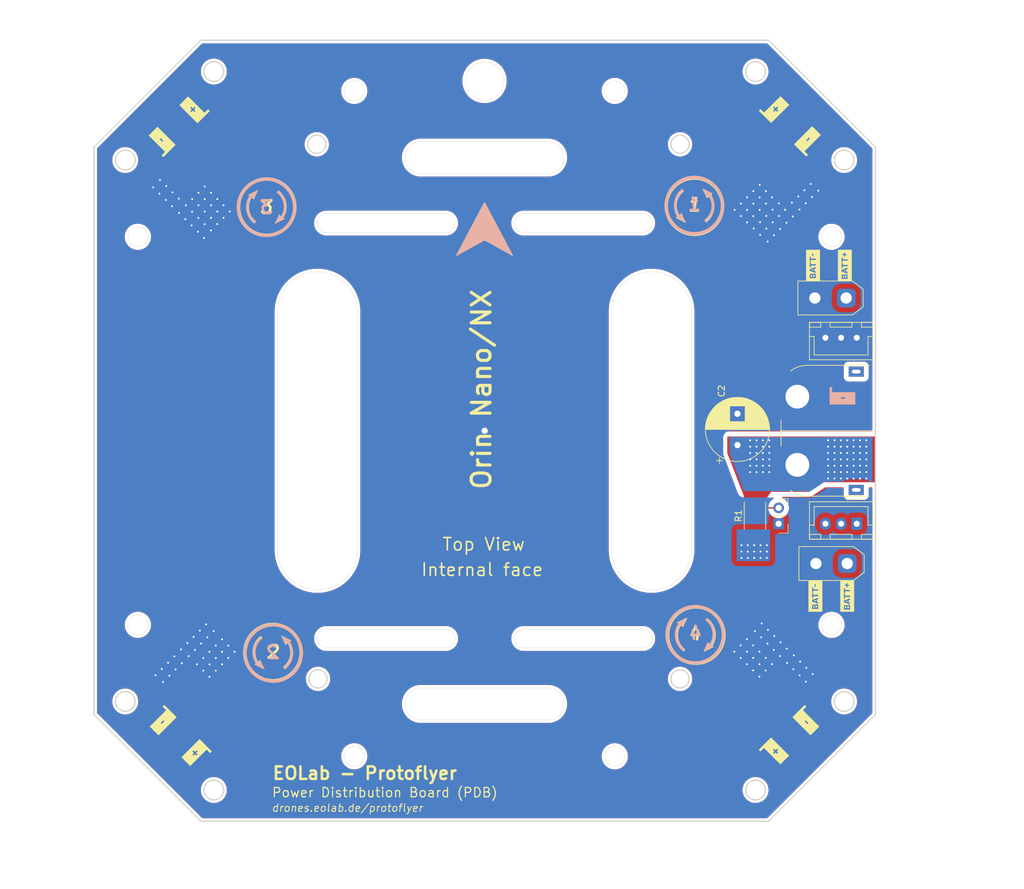
<source format=kicad_pcb>
(kicad_pcb (version 20241229) (generator "pcbnew") (generator_version "9.0")
  (layers (0 "F.Cu" signal) (2 "B.Cu" signal) (13 "F.Paste" user) (15 "B.Paste" user) (5 "F.SilkS" user "F.Silkscreen") (7 "B.SilkS" user "B.Silkscreen") (1 "F.Mask" user) (3 "B.Mask" user) (25 "Edge.Cuts" user))
  (net 0 "")
  (net 1 "-BATT")
  (net 2 "+BATT")
  (net 3 "VBUS")
  (footprint "Resistor_SMD:R_2512_6332Metric_Pad1.40x3.35mm_HandSolder" (layer "F.Cu") (at 191.041598 113.90716 90)
    (property "Reference" "R1")
    (property "Value" "500u, 1%, 10 W")
  )
  (footprint "motor-solder-pad:Motor Solder Pad" (layer "F.Cu") (at 103.128605 55.922677 -45)
    (property "Reference" "J3" (hide yes))
    (property "Value" "Conn_01x02_Pin")
  )
  (footprint "Connector_PinHeader_2.54mm:PinHeader_1x02_P2.54mm_Vertical" (layer "F.Cu") (at 194.827598 115.17716 180)
    (property "Reference" "J10" (hide yes))
    (property "Value" "Conn_01x02_Pin")
  )
  (footprint "motor-solder-pad:Motor Solder Pad" (layer "F.Cu") (at 103.411598 144.935587 -135)
    (property "Reference" "J4" (hide yes))
    (property "Value" "Conn_01x02_Pin")
  )
  (footprint "LOGO" (layer "F.Cu") (at 200.312598 73.90216 90)
    (property "Reference" "G***" (hide yes))
    (property "Value" "LOGO" (hide yes))
  )
  (footprint "Connector_JST:JST_XH_B3B-XH-A_1x03_P2.50mm_Vertical" (layer "F.Cu") (at 207.297598 115.17716 180)
    (property "Reference" "J11" (hide yes))
    (property "Value" "Conn_01x03_Pin")
  )
  (footprint "motor-solder-pad:Motor Solder Pad" (layer "F.Cu") (at 192.311598 144.76816 -45)
    (property "Reference" "J5" (hide yes))
    (property "Value" "Conn_01x02_Pin")
  )
  (footprint "Connector_JST:JST_XH_B3B-XH-A_1x03_P2.50mm_Vertical" (layer "F.Cu") (at 202.297598 85.45916)
    (property "Reference" "J6" (hide yes))
    (property "Value" "Conn_01x03_Pin")
  )
  (footprint "LOGO" (layer "F.Cu") (at 205.392598 73.90216 90)
    (property "Reference" "G***" (hide yes))
    (property "Value" "LOGO" (hide yes))
  )
  (footprint "motor-solder-pad:Motor Solder Pad" (layer "F.Cu") (at 192.311598 55.86816 -135)
    (property "Reference" "J2" (hide yes))
    (property "Value" "Conn_01x02_Pin")
  )
  (footprint "Connector_AMASS:AMASS_XT90PW-M_1x02_P10.90mm_Horizontal" (layer "F.Cu") (at 197.813598 94.86816 -90)
    (property "Reference" "J1" (hide yes))
    (property "Value" "Conn_01x02_Socket")
  )
  (footprint "LOGO" (layer "F.Cu") (at 200.693598 126.73416 90)
    (property "Reference" "G***" (hide yes))
    (property "Value" "LOGO" (hide yes))
  )
  (footprint "Connector_AMASS:AMASS_XT30UPB-F_1x02_P5.0mm_Vertical" (layer "F.Cu") (at 205.606598 79.10916 180)
    (property "Reference" "J8" (hide yes))
    (property "Value" "Conn_01x02_Pin")
  )
  (footprint "LOGO" (layer "F.Cu") (at 205.773598 126.73416 90)
    (property "Reference" "G***" (hide yes))
    (property "Value" "LOGO" (hide yes))
  )
  (footprint "Capacitor_THT:CP_Radial_D10.0mm_P5.00mm" (layer "F.Cu") (at 188.247598 102.60416 90)
    (property "Reference" "C2")
    (property "Value" "470u, 50V, 20%")
  )
  (footprint "Connector_AMASS:AMASS_XT30UPB-F_1x02_P5.0mm_Vertical" (layer "F.Cu") (at 205.773598 121.52716 180)
    (property "Reference" "J9" (hide yes))
    (property "Value" "Conn_01x02_Pin")
  )
  (gr_poly (pts (xy 210.091598 108.44616) (xy 201.963598 108.44616) (xy 199.677598 109.97016) (xy 193.581598 109.97016) (xy 192.311598 111.74816) (xy 189.771598 111.74816) (xy 186.723598 103.87416) (xy 186.723598 101.33416) (xy 210.091598 101.33416)) (stroke (width 0.2)) (fill yes) (layer "F.Cu") (net 2))
  (gr_line (start 207.297598 115.17716) (end 202.297598 115.17716) (stroke (width 0.2)) (layer "F.Cu") (net 3))
  (gr_poly (pts (xy 195.099856 153.61801) (xy 192.480614 150.998767) (xy 191.919353 151.560041) (xy 191.63871 151.279397) (xy 193.603148 149.314972) (xy 194.581617 150.293441) (xy 194.581617 151.11816) (xy 194.335607 151.364183) (xy 194.089598 151.11816) (xy 193.923056 151.284702) (xy 194.169065 151.530712) (xy 193.923056 151.776721) (xy 194.089505 151.943171) (xy 194.335515 151.697161) (xy 194.581524 151.943171) (xy 194.748066 151.776629) (xy 194.502043 151.530619) (xy 194.748066 151.28461) (xy 194.581617 151.11816) (xy 194.581617 150.293441) (xy 196.503021 152.214845)) (fill yes) (layer "F.SilkS"))
  (gr_poly (pts (xy 183.527493 130.319362) (xy 183.590019 130.369368) (xy 183.651244 130.420849) (xy 183.711143 130.473778) (xy 183.769693 130.528127) (xy 183.826867 130.583871) (xy 183.882642 130.640982) (xy 183.936994 130.699435) (xy 183.989897 130.759201) (xy 184.041328 130.820254) (xy 184.091261 130.882567) (xy 184.139672 130.946115) (xy 184.186537 131.010869) (xy 184.23183 131.076803) (xy 184.275529 131.143891) (xy 184.317607 131.212105) (xy 184.357988 131.281334) (xy 184.396612 131.351461) (xy 184.433468 131.422451) (xy 184.468544 131.494272) (xy 184.501827 131.566888) (xy 184.533305 131.640266) (xy 184.562966 131.714372) (xy 184.590799 131.789171) (xy 184.616791 131.86463) (xy 184.64093 131.940714) (xy 184.663204 132.01739) (xy 184.683601 132.094622) (xy 184.702109 132.172378) (xy 184.718716 132.250624) (xy 184.73341 132.329324) (xy 184.746179 132.408445) (xy 184.75708 132.487899) (xy 184.765434 132.562487) (xy 184.772061 132.637184) (xy 184.776964 132.71196) (xy 184.780144 132.786785) (xy 184.781602 132.861631) (xy 184.78134 132.936466) (xy 184.779359 133.011261) (xy 184.77566 133.085987) (xy 184.770246 133.160613) (xy 184.763117 133.235109) (xy 184.754276 133.309447) (xy 184.743722 133.383595) (xy 184.731459 133.457525) (xy 184.717488 133.531206) (xy 184.701809 133.604609) (xy 184.684425 133.677704) (xy 184.664029 133.755214) (xy 184.641756 133.832118) (xy 184.61762 133.908383) (xy 184.591638 133.983976) (xy 184.563825 134.058864) (xy 184.534197 134.133016) (xy 184.502769 134.206397) (xy 184.469557 134.278976) (xy 184.434576 134.35072) (xy 184.397843 134.421596) (xy 184.359372 134.49157) (xy 184.319179 134.560612) (xy 184.277279 134.628687) (xy 184.23369 134.695764) (xy 184.188425 134.761809) (xy 184.1415 134.82679) (xy 183.805135 134.577525) (xy 183.846026 134.5209) (xy 183.885474 134.463347) (xy 183.923465 134.404897) (xy 183.959985 134.345576) (xy 183.995021 134.285414) (xy 184.028557 134.224439) (xy 184.060581 134.162678) (xy 184.091077 134.100161) (xy 184.120033 134.036915) (xy 184.147433 133.97297) (xy 184.173265 133.908353) (xy 184.197513 133.843092) (xy 184.220165 133.777217) (xy 184.241205 133.710754) (xy 184.26062 133.643734) (xy 184.278396 133.576183) (xy 184.292582 133.516731) (xy 184.305474 133.457042) (xy 184.317069 133.39714) (xy 184.327368 133.337044) (xy 184.33637 133.276775) (xy 184.344072 133.216356) (xy 184.350474 133.155806) (xy 184.355575 133.095148) (xy 184.359373 133.034402) (xy 184.361869 132.973589) (xy 184.36306 132.912731) (xy 184.362945 132.851848) (xy 184.361524 132.790962) (xy 184.358795 132.730094) (xy 184.354757 132.669265) (xy 184.34941 132.608496) (xy 184.332265 132.470013) (xy 184.321137 132.401061) (xy 184.308331 132.332476) (xy 184.293856 132.264288) (xy 184.277724 132.196526) (xy 184.259944 132.12922) (xy 184.240527 132.0624) (xy 184.219485 131.996096) (xy 184.196828 131.930336) (xy 184.172566 131.865152) (xy 184.14671 131.800572) (xy 184.119271 131.736626) (xy 184.090259 131.673344) (xy 184.059686 131.610756) (xy 184.027561 131.548891) (xy 183.993895 131.487779) (xy 183.9587 131.427449) (xy 183.922029 131.368) (xy 183.883945 131.309535) (xy 183.844469 131.252076) (xy 183.803623 131.195647) (xy 183.761428 131.140271) (xy 183.717907 131.085971) (xy 183.673079 131.03277) (xy 183.626968 130.980691) (xy 183.579595 130.929757) (xy 183.530981 130.879992) (xy 183.481148 130.831418) (xy 183.430118 130.784059) (xy 183.377912 130.737937) (xy 183.324551 130.693076) (xy 183.270057 130.649498) (xy 183.214453 130.607228) (xy 183.46369 130.270858)) (fill yes) (layer "F.SilkS"))
  (gr_poly (pts (xy 201.321116 147.575149) (xy 198.701873 144.955907) (xy 199.263147 144.394646) (xy 198.982503 144.114003) (xy 197.018078 146.078441) (xy 197.671149 146.731512) (xy 198.976749 146.731512) (xy 199.133964 146.574297) (xy 199.568251 147.008584) (xy 199.411035 147.165799) (xy 198.976749 146.731512) (xy 197.671149 146.731512) (xy 199.917951 148.978314)) (fill yes) (layer "F.SilkS"))
  (gr_poly (pts (xy 143.361598 72.33816) (xy 147.861598 63.83816) (xy 152.361598 72.33816) (xy 147.861598 69.83816)) (stroke (width 0.1)) (fill yes) (layer "F.SilkS"))
  (gr_poly (pts (xy 100.869349 153.879987) (xy 103.488591 151.260744) (xy 104.049852 151.822018) (xy 104.330495 151.541374) (xy 102.366057 149.576949) (xy 101.387588 150.555418) (xy 101.387588 151.380137) (xy 101.633598 151.62616) (xy 101.879607 151.380137) (xy 102.046149 151.546679) (xy 101.80014 151.792689) (xy 102.046149 152.038698) (xy 101.8797 152.205148) (xy 101.63369 151.959138) (xy 101.387681 152.205148) (xy 101.221139 152.038606) (xy 101.467162 151.792596) (xy 101.221139 151.546587) (xy 101.387588 151.380137) (xy 101.387588 150.555418) (xy 99.466184 152.476822)) (fill yes) (layer "F.SilkS"))
  (gr_poly (pts (xy 94.235459 53.14855) (xy 96.854702 55.767792) (xy 96.293428 56.329053) (xy 96.574072 56.609696) (xy 98.538497 54.645258) (xy 97.885426 53.992187) (xy 96.579826 53.992187) (xy 96.422611 54.149402) (xy 95.988324 53.715115) (xy 96.14554 53.5579) (xy 96.579826 53.992187) (xy 97.885426 53.992187) (xy 95.638624 51.745385)) (fill yes) (layer "F.SilkS"))
  (gr_poly (pts (xy 100.538356 46.898917) (xy 103.157598 49.51816) (xy 103.718859 48.956886) (xy 103.999502 49.23753) (xy 102.035064 51.201955) (xy 101.056595 50.223486) (xy 101.056595 49.398767) (xy 101.302605 49.152744) (xy 101.548614 49.398767) (xy 101.715156 49.232225) (xy 101.469147 48.986215) (xy 101.715156 48.740206) (xy 101.548707 48.573756) (xy 101.302697 48.819766) (xy 101.056688 48.573756) (xy 100.890146 48.740298) (xy 101.136169 48.986308) (xy 100.890146 49.232317) (xy 101.056595 49.398767) (xy 101.056595 50.223486) (xy 99.135191 48.302082)) (fill yes) (layer "F.SilkS"))
  (gr_poly (pts (xy 181.841233 128.204354) (xy 182.083093 128.222745) (xy 182.321436 128.253032) (xy 182.555964 128.294914) (xy 182.786376 128.348093) (xy 183.012375 128.412269) (xy 183.23366 128.487144) (xy 183.449933 128.572418) (xy 183.660893 128.667791) (xy 183.866243 128.772965) (xy 184.065682 128.88764) (xy 184.258912 129.011517) (xy 184.445632 129.144297) (xy 184.625545 129.28568) (xy 184.79835 129.435368) (xy 184.963749 129.59306) (xy 185.121442 129.758459) (xy 185.27113 129.931264) (xy 185.412514 130.111177) (xy 185.545294 130.297897) (xy 185.669171 130.491127) (xy 185.783846 130.690566) (xy 185.88902 130.895916) (xy 185.984394 131.106876) (xy 186.069668 131.323149) (xy 186.144542 131.544435) (xy 186.208719 131.770434) (xy 186.261898 132.000847) (xy 186.303781 132.235375) (xy 186.334067 132.473719) (xy 186.352459 132.715579) (xy 186.358656 132.960657) (xy 186.352459 133.205734) (xy 186.334067 133.447594) (xy 186.303781 133.685937) (xy 186.261898 133.920465) (xy 186.208719 134.150877) (xy 186.144542 134.376876) (xy 186.069668 134.598161) (xy 185.984394 134.814434) (xy 185.88902 135.025394) (xy 185.783846 135.230744) (xy 185.669171 135.430183) (xy 185.545294 135.623413) (xy 185.412514 135.810133) (xy 185.27113 135.990046) (xy 185.121442 136.162851) (xy 184.963749 136.32825) (xy 184.79835 136.485943) (xy 184.625545 136.635631) (xy 184.445632 136.777015) (xy 184.258912 136.909795) (xy 184.065682 137.033672) (xy 183.866243 137.148347) (xy 183.660893 137.253521) (xy 183.449933 137.348895) (xy 183.23366 137.434169) (xy 183.012375 137.509043) (xy 182.786376 137.57322) (xy 182.555964 137.626399) (xy 182.321436 137.668282) (xy 182.083093 137.698568) (xy 181.841233 137.71696) (xy 181.596156 137.723157) (xy 181.351078 137.71696) (xy 181.109218 137.698568) (xy 180.870874 137.668282) (xy 180.636346 137.626399) (xy 180.405933 137.57322) (xy 180.179934 137.509043) (xy 179.958648 137.434169) (xy 179.742375 137.348895) (xy 179.531415 137.253521) (xy 179.326065 137.148347) (xy 179.126626 137.033672) (xy 178.933396 136.909795) (xy 178.746676 136.777015) (xy 178.566763 136.635631) (xy 178.393958 136.485943) (xy 178.228559 136.32825) (xy 178.070867 136.162851) (xy 177.921179 135.990046) (xy 177.779796 135.810133) (xy 177.647016 135.623413) (xy 177.523139 135.430183) (xy 177.408464 135.230744) (xy 177.30329 135.025394) (xy 177.207917 134.814434) (xy 177.122643 134.598161) (xy 177.047768 134.376876) (xy 176.983592 134.150877) (xy 176.930413 133.920465) (xy 176.888531 133.685937) (xy 176.858244 133.447594) (xy 176.839853 133.205734) (xy 176.833656 132.960657) (xy 177.362823 132.960657) (xy 177.368331 133.178505) (xy 177.384679 133.393492) (xy 177.4116 133.605354) (xy 177.448829 133.813824) (xy 177.496099 134.018636) (xy 177.553145 134.219525) (xy 177.6197 134.416223) (xy 177.695499 134.608466) (xy 177.780275 134.795987) (xy 177.873763 134.97852) (xy 177.975696 135.155799) (xy 178.085809 135.327558) (xy 178.203836 135.493532) (xy 178.32951 135.653454) (xy 178.462565 135.807059) (xy 178.602737 135.954079) (xy 178.749758 136.09425) (xy 178.903362 136.227306) (xy 179.063285 136.35298) (xy 179.229258 136.471006) (xy 179.401018 136.581118) (xy 179.578297 136.683051) (xy 179.76083 136.776539) (xy 179.948351 136.861315) (xy 180.140593 136.937113) (xy 180.337292 137.003668) (xy 180.53818 137.060714) (xy 180.742991 137.107984) (xy 180.951461 137.145212) (xy 181.163322 137.172133) (xy 181.378309 137.188481) (xy 181.596156 137.193989) (xy 181.814004 137.188481) (xy 182.028991 137.172133) (xy 182.240853 137.145212) (xy 182.449323 137.107984) (xy 182.654135 137.060714) (xy 182.855024 137.003668) (xy 183.051722 136.937113) (xy 183.243965 136.861315) (xy 183.431486 136.776539) (xy 183.614019 136.683051) (xy 183.791298 136.581118) (xy 183.963057 136.471006) (xy 184.129031 136.35298) (xy 184.288953 136.227306) (xy 184.442558 136.09425) (xy 184.589578 135.954079) (xy 184.729749 135.807059) (xy 184.862805 135.653454) (xy 184.988479 135.493532) (xy 185.106505 135.327558) (xy 185.216617 135.155799) (xy 185.31855 134.97852) (xy 185.412038 134.795987) (xy 185.496814 134.608466) (xy 185.572612 134.416223) (xy 185.639167 134.219525) (xy 185.696213 134.018636) (xy 185.743483 133.813824) (xy 185.780711 133.605354) (xy 185.807632 133.393492) (xy 185.82398 133.178505) (xy 185.829488 132.960657) (xy 185.82398 132.74281) (xy 185.807632 132.527823) (xy 185.780711 132.315962) (xy 185.743483 132.107492) (xy 185.696213 131.902681) (xy 185.639167 131.701793) (xy 185.572612 131.505094) (xy 185.496814 131.312852) (xy 185.412038 131.125331) (xy 185.31855 130.942798) (xy 185.216617 130.765519) (xy 185.106505 130.593759) (xy 184.988479 130.427786) (xy 184.862805 130.267863) (xy 184.729749 130.114259) (xy 184.589578 129.967238) (xy 184.442558 129.827066) (xy 184.288953 129.694011) (xy 184.129031 129.568337) (xy 183.963057 129.45031) (xy 183.791298 129.340197) (xy 183.614019 129.238264) (xy 183.431486 129.144776) (xy 183.243965 129.06) (xy 183.051722 128.984201) (xy 182.855024 128.917646) (xy 182.654135 128.8606) (xy 182.449323 128.81333) (xy 182.240853 128.776101) (xy 182.028991 128.74918) (xy 181.814004 128.732832) (xy 181.596156 128.727324) (xy 181.378309 128.732832) (xy 181.163322 128.74918) (xy 180.951461 128.776101) (xy 180.742991 128.81333) (xy 180.53818 128.8606) (xy 180.337292 128.917646) (xy 180.140593 128.984201) (xy 179.948351 129.06) (xy 179.76083 129.144776) (xy 179.578297 129.238264) (xy 179.401018 129.340197) (xy 179.229258 129.45031) (xy 179.063285 129.568337) (xy 178.903362 129.694011) (xy 178.749758 129.827066) (xy 178.602737 129.967238) (xy 178.462565 130.114259) (xy 178.32951 130.267863) (xy 178.203836 130.427786) (xy 178.085809 130.593759) (xy 177.975696 130.765519) (xy 177.873763 130.942798) (xy 177.780275 131.125331) (xy 177.695499 131.312852) (xy 177.6197 131.505094) (xy 177.553145 131.701793) (xy 177.496099 131.902681) (xy 177.448829 132.107492) (xy 177.4116 132.315962) (xy 177.384679 132.527823) (xy 177.368331 132.74281) (xy 177.362823 132.960657) (xy 176.833656 132.960657) (xy 176.839853 132.715579) (xy 176.858244 132.473719) (xy 176.888531 132.235375) (xy 176.930413 132.000847) (xy 176.983592 131.770434) (xy 177.047768 131.544435) (xy 177.122643 131.323149) (xy 177.207917 131.106876) (xy 177.30329 130.895916) (xy 177.408464 130.690566) (xy 177.523139 130.491127) (xy 177.647016 130.297897) (xy 177.779796 130.111177) (xy 177.921179 129.931264) (xy 178.070867 129.758459) (xy 178.228559 129.59306) (xy 178.393958 129.435368) (xy 178.566763 129.28568) (xy 178.746676 129.144297) (xy 178.933396 129.011517) (xy 179.126626 128.88764) (xy 179.326065 128.772965) (xy 179.531415 128.667791) (xy 179.742375 128.572418) (xy 179.958648 128.487144) (xy 180.179934 128.412269) (xy 180.405933 128.348093) (xy 180.636346 128.294914) (xy 180.870874 128.253032) (xy 181.109218 128.222745) (xy 181.351078 128.204354) (xy 181.596156 128.198157)) (fill yes) (layer "F.SilkS"))
  (gr_poly (pts (xy 115.015998 61.950954) (xy 115.078524 62.00096) (xy 115.139749 62.052441) (xy 115.199648 62.10537) (xy 115.258198 62.159719) (xy 115.315372 62.215463) (xy 115.371147 62.272574) (xy 115.425499 62.331027) (xy 115.478402 62.390793) (xy 115.529833 62.451846) (xy 115.579766 62.514159) (xy 115.628177 62.577707) (xy 115.675042 62.642461) (xy 115.720335 62.708395) (xy 115.764034 62.775483) (xy 115.806112 62.843697) (xy 115.846493 62.912926) (xy 115.885117 62.983053) (xy 115.921973 63.054043) (xy 115.957049 63.125864) (xy 115.990332 63.19848) (xy 116.02181 63.271858) (xy 116.051471 63.345964) (xy 116.079304 63.420763) (xy 116.105296 63.496222) (xy 116.129435 63.572306) (xy 116.151709 63.648982) (xy 116.172106 63.726214) (xy 116.190614 63.80397) (xy 116.207221 63.882216) (xy 116.221915 63.960916) (xy 116.234684 64.040037) (xy 116.245585 64.119491) (xy 116.253939 64.194079) (xy 116.260566 64.268776) (xy 116.265469 64.343552) (xy 116.268649 64.418377) (xy 116.270107 64.493223) (xy 116.269845 64.568058) (xy 116.267864 64.642853) (xy 116.264165 64.717579) (xy 116.258751 64.792205) (xy 116.251622 64.866701) (xy 116.242781 64.941039) (xy 116.232227 65.015187) (xy 116.219964 65.089117) (xy 116.205993 65.162798) (xy 116.190314 65.236201) (xy 116.17293 65.309296) (xy 116.152534 65.386806) (xy 116.130261 65.46371) (xy 116.106125 65.539975) (xy 116.080143 65.615568) (xy 116.05233 65.690456) (xy 116.022702 65.764608) (xy 115.991274 65.837989) (xy 115.958062 65.910568) (xy 115.923081 65.982312) (xy 115.886348 66.053188) (xy 115.847877 66.123162) (xy 115.807684 66.192204) (xy 115.765784 66.260279) (xy 115.722195 66.327356) (xy 115.67693 66.393401) (xy 115.630005 66.458382) (xy 115.29364 66.209117) (xy 115.334531 66.152492) (xy 115.373979 66.094939) (xy 115.41197 66.036489) (xy 115.44849 65.977168) (xy 115.483526 65.917006) (xy 115.517062 65.856031) (xy 115.549086 65.79427) (xy 115.579582 65.731753) (xy 115.608538 65.668507) (xy 115.635938 65.604562) (xy 115.66177 65.539945) (xy 115.686018 65.474684) (xy 115.70867 65.408809) (xy 115.72971 65.342346) (xy 115.749125 65.275326) (xy 115.766901 65.207775) (xy 115.781087 65.148323) (xy 115.793979 65.088634) (xy 115.805574 65.028732) (xy 115.815873 64.968636) (xy 115.824875 64.908367) (xy 115.832577 64.847948) (xy 115.838979 64.787398) (xy 115.84408 64.72674) (xy 115.847878 64.665994) (xy 115.850374 64.605181) (xy 115.851565 64.544323) (xy 115.85145 64.48344) (xy 115.850029 64.422554) (xy 115.8473 64.361686) (xy 115.843262 64.300857) (xy 115.837915 64.240088) (xy 115.82077 64.101605) (xy 115.809642 64.032653) (xy 115.796836 63.964068) (xy 115.782361 63.89588) (xy 115.766229 63.828118) (xy 115.748449 63.760812) (xy 115.729032 63.693992) (xy 115.70799 63.627688) (xy 115.685333 63.561928) (xy 115.661071 63.496744) (xy 115.635215 63.432164) (xy 115.607776 63.368218) (xy 115.578764 63.304936) (xy 115.548191 63.242348) (xy 115.516066 63.180483) (xy 115.4824 63.119371) (xy 115.447205 63.059041) (xy 115.410534 62.999592) (xy 115.37245 62.941127) (xy 115.332974 62.883668) (xy 115.292128 62.827239) (xy 115.249933 62.771863) (xy 115.206412 62.717563) (xy 115.161584 62.664362) (xy 115.115473 62.612283) (xy 115.0681 62.561349) (xy 115.019486 62.511584) (xy 114.969653 62.46301) (xy 114.918623 62.415651) (xy 114.866417 62.369529) (xy 114.813056 62.324668) (xy 114.758562 62.28109) (xy 114.702958 62.23882) (xy 114.952195 61.90245)) (fill yes) (layer "F.SilkS"))
  (gr_poly (pts (xy 115.65439 133.145747) (xy 115.906228 133.266692) (xy 116.1195 133.372747) (xy 116.304678 133.467162) (xy 116.632648 133.634077) (xy 116.796386 133.71308) (xy 116.973925 133.793448) (xy 116.03005 134.4956) (xy 115.96837 134.318924) (xy 115.901712 134.144108) (xy 115.829295 133.968874) (xy 115.75034 133.790942) (xy 115.664064 133.608034) (xy 115.569688 133.41787) (xy 115.46643 133.218171) (xy 115.353511 133.00666)) (fill yes) (layer "F.SilkS"))
  (gr_poly (pts (xy 181.624121 59.681984) (xy 181.865981 59.700375) (xy 182.104324 59.730662) (xy 182.338852 59.772544) (xy 182.569264 59.825723) (xy 182.795263 59.889899) (xy 183.016548 59.964774) (xy 183.232821 60.050048) (xy 183.443781 60.145421) (xy 183.649131 60.250595) (xy 183.84857 60.36527) (xy 184.0418 60.489147) (xy 184.22852 60.621927) (xy 184.408433 60.76331) (xy 184.581238 60.912998) (xy 184.746637 61.07069) (xy 184.90433 61.236089) (xy 185.054018 61.408894) (xy 185.195402 61.588807) (xy 185.328182 61.775527) (xy 185.452059 61.968757) (xy 185.566734 62.168196) (xy 185.671908 62.373546) (xy 185.767282 62.584506) (xy 185.852556 62.800779) (xy 185.92743 63.022065) (xy 185.991607 63.248064) (xy 186.044786 63.478477) (xy 186.086669 63.713005) (xy 186.116955 63.951349) (xy 186.135347 64.193209) (xy 186.141544 64.438287) (xy 186.135347 64.683364) (xy 186.116955 64.925224) (xy 186.086669 65.163567) (xy 186.044786 65.398095) (xy 185.991607 65.628507) (xy 185.92743 65.854506) (xy 185.852556 66.075791) (xy 185.767282 66.292064) (xy 185.671908 66.503024) (xy 185.566734 66.708374) (xy 185.452059 66.907813) (xy 185.328182 67.101043) (xy 185.195402 67.287763) (xy 185.054018 67.467676) (xy 184.90433 67.640481) (xy 184.746637 67.80588) (xy 184.581238 67.963573) (xy 184.408433 68.113261) (xy 184.22852 68.254645) (xy 184.0418 68.387425) (xy 183.84857 68.511302) (xy 183.649131 68.625977) (xy 183.443781 68.731151) (xy 183.232821 68.826525) (xy 183.016548 68.911799) (xy 182.795263 68.986673) (xy 182.569264 69.05085) (xy 182.338852 69.104029) (xy 182.104324 69.145912) (xy 181.865981 69.176198) (xy 181.624121 69.19459) (xy 181.379044 69.200787) (xy 181.133966 69.19459) (xy 180.892106 69.176198) (xy 180.653762 69.145912) (xy 180.419234 69.104029) (xy 180.188821 69.05085) (xy 179.962822 68.986673) (xy 179.741536 68.911799) (xy 179.525263 68.826525) (xy 179.314303 68.731151) (xy 179.108953 68.625977) (xy 178.909514 68.511302) (xy 178.716284 68.387425) (xy 178.529564 68.254645) (xy 178.349651 68.113261) (xy 178.176846 67.963573) (xy 178.011447 67.80588) (xy 177.853755 67.640481) (xy 177.704067 67.467676) (xy 177.562684 67.287763) (xy 177.429904 67.101043) (xy 177.306027 66.907813) (xy 177.191352 66.708374) (xy 177.086178 66.503024) (xy 176.990805 66.292064) (xy 176.905531 66.075791) (xy 176.830656 65.854506) (xy 176.76648 65.628507) (xy 176.713301 65.398095) (xy 176.671419 65.163567) (xy 176.641132 64.925224) (xy 176.622741 64.683364) (xy 176.616544 64.438287) (xy 177.145711 64.438287) (xy 177.151219 64.656135) (xy 177.167567 64.871122) (xy 177.194488 65.082984) (xy 177.231717 65.291454) (xy 177.278987 65.496266) (xy 177.336033 65.697155) (xy 177.402588 65.893853) (xy 177.478387 66.086096) (xy 177.563163 66.273617) (xy 177.656651 66.45615) (xy 177.758584 66.633429) (xy 177.868697 66.805188) (xy 177.986724 66.971162) (xy 178.112398 67.131084) (xy 178.245453 67.284689) (xy 178.385625 67.431709) (xy 178.532646 67.57188) (xy 178.68625 67.704936) (xy 178.846173 67.83061) (xy 179.012146 67.948636) (xy 179.183906 68.058748) (xy 179.361185 68.160681) (xy 179.543718 68.254169) (xy 179.731239 68.338945) (xy 179.923481 68.414743) (xy 180.12018 68.481298) (xy 180.321068 68.538344) (xy 180.525879 68.585614) (xy 180.734349 68.622842) (xy 180.94621 68.649763) (xy 181.161197 68.666111) (xy 181.379044 68.671619) (xy 181.596892 68.666111) (xy 181.811879 68.649763) (xy 182.023741 68.622842) (xy 182.232211 68.585614) (xy 182.437023 68.538344) (xy 182.637912 68.481298) (xy 182.83461 68.414743) (xy 183.026853 68.338945) (xy 183.214374 68.254169) (xy 183.396907 68.160681) (xy 183.574186 68.058748) (xy 183.745945 67.948636) (xy 183.911919 67.83061) (xy 184.071841 67.704936) (xy 184.225446 67.57188) (xy 184.372466 67.431709) (xy 184.512637 67.284689) (xy 184.645693 67.131084) (xy 184.771367 66.971162) (xy 184.889393 66.805188) (xy 184.999505 66.633429) (xy 185.101438 66.45615) (xy 185.194926 66.273617) (xy 185.279702 66.086096) (xy 185.3555 65.893853) (xy 185.422055 65.697155) (xy 185.479101 65.496266) (xy 185.526371 65.291454) (xy 185.563599 65.082984) (xy 185.59052 64.871122) (xy 185.606868 64.656135) (xy 185.612376 64.438287) (xy 185.606868 64.22044) (xy 185.59052 64.005453) (xy 185.563599 63.793592) (xy 185.526371 63.585122) (xy 185.479101 63.380311) (xy 185.422055 63.179423) (xy 185.3555 62.982724) (xy 185.279702 62.790482) (xy 185.194926 62.602961) (xy 185.101438 62.420428) (xy 184.999505 62.243149) (xy 184.889393 62.071389) (xy 184.771367 61.905416) (xy 184.645693 61.745493) (xy 184.512637 61.591889) (xy 184.372466 61.444868) (xy 184.225446 61.304696) (xy 184.071841 61.171641) (xy 183.911919 61.045967) (xy 183.745945 60.92794) (xy 183.574186 60.817827) (xy 183.396907 60.715894) (xy 183.214374 60.622406) (xy 183.026853 60.53763) (xy 182.83461 60.461831) (xy 182.637912 60.395276) (xy 182.437023 60.33823) (xy 182.232211 60.29096) (xy 182.023741 60.253731) (xy 181.811879 60.22681) (xy 181.596892 60.210462) (xy 181.379044 60.204954) (xy 181.161197 60.210462) (xy 180.94621 60.22681) (xy 180.734349 60.253731) (xy 180.525879 60.29096) (xy 180.321068 60.33823) (xy 180.12018 60.395276) (xy 179.923481 60.461831) (xy 179.731239 60.53763) (xy 179.543718 60.622406) (xy 179.361185 60.715894) (xy 179.183906 60.817827) (xy 179.012146 60.92794) (xy 178.846173 61.045967) (xy 178.68625 61.171641) (xy 178.532646 61.304696) (xy 178.385625 61.444868) (xy 178.245453 61.591889) (xy 178.112398 61.745493) (xy 177.986724 61.905416) (xy 177.868697 62.071389) (xy 177.758584 62.243149) (xy 177.656651 62.420428) (xy 177.563163 62.602961) (xy 177.478387 62.790482) (xy 177.402588 62.982724) (xy 177.336033 63.179423) (xy 177.278987 63.380311) (xy 177.231717 63.585122) (xy 177.194488 63.793592) (xy 177.167567 64.005453) (xy 177.151219 64.22044) (xy 177.145711 64.438287) (xy 176.616544 64.438287) (xy 176.622741 64.193209) (xy 176.641132 63.951349) (xy 176.671419 63.713005) (xy 176.713301 63.478477) (xy 176.76648 63.248064) (xy 176.830656 63.022065) (xy 176.905531 62.800779) (xy 176.990805 62.584506) (xy 177.086178 62.373546) (xy 177.191352 62.168196) (xy 177.306027 61.968757) (xy 177.429904 61.775527) (xy 177.562684 61.588807) (xy 177.704067 61.408894) (xy 177.853755 61.236089) (xy 178.011447 61.07069) (xy 178.176846 60.912998) (xy 178.349651 60.76331) (xy 178.529564 60.621927) (xy 178.716284 60.489147) (xy 178.909514 60.36527) (xy 179.108953 60.250595) (xy 179.314303 60.145421) (xy 179.525263 60.050048) (xy 179.741536 59.964774) (xy 179.962822 59.889899) (xy 180.188821 59.825723) (xy 180.419234 59.772544) (xy 180.653762 59.730662) (xy 180.892106 59.700375) (xy 181.133966 59.681984) (xy 181.379044 59.675787)) (fill yes) (layer "F.SilkS"))
  (gr_poly (pts (xy 94.402079 147.57515) (xy 97.021322 144.955908) (xy 96.460048 144.394647) (xy 96.740692 144.114004) (xy 98.705117 146.078442) (xy 98.052046 146.731513) (xy 96.746446 146.731513) (xy 96.589231 146.574298) (xy 96.154944 147.008585) (xy 96.31216 147.1658) (xy 96.746446 146.731513) (xy 98.052046 146.731513) (xy 95.805244 148.978315)) (fill yes) (layer "F.SilkS"))
  (gr_poly (pts (xy 179.694627 62.08486) (xy 179.639022 62.127131) (xy 179.584529 62.170708) (xy 179.531167 62.215569) (xy 179.47896 62.261691) (xy 179.427929 62.30905) (xy 179.378095 62.357624) (xy 179.32948 62.407389) (xy 179.282105 62.458322) (xy 179.235993 62.510401) (xy 179.191165 62.563602) (xy 179.147643 62.617902) (xy 179.105447 62.673278) (xy 179.064601 62.729706) (xy 179.025124 62.787165) (xy 178.98704 62.84563) (xy 178.95037 62.905079) (xy 178.915177 62.965409) (xy 178.881514 63.026521) (xy 178.849391 63.088386) (xy 178.818819 63.150974) (xy 178.789809 63.214256) (xy 178.762371 63.278202) (xy 178.736516 63.342782) (xy 178.712255 63.407966) (xy 178.689598 63.473726) (xy 178.668556 63.54003) (xy 178.64914 63.60685) (xy 178.63136 63.674156) (xy 178.615227 63.741918) (xy 178.600752 63.810106) (xy 178.587946 63.878691) (xy 178.576818 63.947643) (xy 178.559662 64.086126) (xy 178.554314 64.146895) (xy 178.550276 64.207724) (xy 178.547547 64.268592) (xy 178.546126 64.329478) (xy 178.546012 64.390361) (xy 178.547204 64.451219) (xy 178.5497 64.512032) (xy 178.553499 64.572778) (xy 178.558601 64.633436) (xy 178.565004 64.693986) (xy 178.572707 64.754405) (xy 178.581709 64.814674) (xy 178.592008 64.87477) (xy 178.603604 64.934672) (xy 178.616496 64.994361) (xy 178.630682 65.053813) (xy 178.648458 65.121364) (xy 178.667874 65.188384) (xy 178.688913 65.254847) (xy 178.711564 65.320722) (xy 178.735812 65.385983) (xy 178.761642 65.4506) (xy 178.789041 65.514545) (xy 178.817996 65.577791) (xy 178.848491 65.640308) (xy 178.880514 65.702069) (xy 178.914049 65.763044) (xy 178.949084 65.823206) (xy 178.985604 65.882527) (xy 179.023596 65.940977) (xy 179.063044 65.99853) (xy 179.103937 66.055155) (xy 178.767567 66.30442) (xy 178.720645 66.239439) (xy 178.675383 66.173394) (xy 178.631795 66.106317) (xy 178.589896 66.038242) (xy 178.549704 65.9692) (xy 178.511233 65.899226) (xy 178.474499 65.82835) (xy 178.439518 65.756606) (xy 178.406305 65.684027) (xy 178.374876 65.610646) (xy 178.345246 65.536494) (xy 178.317432 65.461606) (xy 178.291449 65.386013) (xy 178.267313 65.309748) (xy 178.245038 65.232844) (xy 178.224642 65.155334) (xy 178.20726 65.082239) (xy 178.191583 65.008836) (xy 178.177612 64.935155) (xy 178.165349 64.861225) (xy 178.154796 64.787077) (xy 178.145954 64.712739) (xy 178.138825 64.638243) (xy 178.13341 64.563617) (xy 178.12971 64.488891) (xy 178.127728 64.414096) (xy 178.127465 64.339261) (xy 178.128923 64.264415) (xy 178.132102 64.18959) (xy 178.137005 64.114814) (xy 178.143633 64.040117) (xy 178.151987 63.965529) (xy 178.162888 63.886075) (xy 178.175656 63.806954) (xy 178.19035 63.728254) (xy 178.206957 63.650008) (xy 178.225465 63.572252) (xy 178.245863 63.49502) (xy 178.268138 63.418344) (xy 178.292277 63.34226) (xy 178.31827 63.266801) (xy 178.346104 63.192002) (xy 178.375766 63.117896) (xy 178.407245 63.044518) (xy 178.440529 62.971902) (xy 178.475606 62.900081) (xy 178.512463 62.829091) (xy 178.551089 62.758964) (xy 178.591471 62.689735) (xy 178.633548 62.621521) (xy 178.677245 62.554433) (xy 178.722538 62.488499) (xy 178.769402 62.423745) (xy 178.817813 62.360198) (xy 178.867745 62.297885) (xy 178.919175 62.236832) (xy 178.972078 62.177066) (xy 179.02643 62.118614) (xy 179.082205 62.061503) (xy 179.13938 62.005759) (xy 179.19793 61.95141) (xy 179.25783 61.898482) (xy 179.319057 61.847001) (xy 179.381585 61.796995) (xy 179.44539 61.74849)) (fill yes) (layer "F.SilkS"))
  (gr_poly (pts (xy 114.325863 130.998105) (xy 114.567723 131.016496) (xy 114.806066 131.046783) (xy 115.040594 131.088665) (xy 115.271006 131.141844) (xy 115.497005 131.20602) (xy 115.71829 131.280895) (xy 115.934563 131.366169) (xy 116.145523 131.461542) (xy 116.350873 131.566716) (xy 116.550312 131.681391) (xy 116.743542 131.805268) (xy 116.930262 131.938048) (xy 117.110175 132.079431) (xy 117.28298 132.229119) (xy 117.448379 132.386811) (xy 117.606072 132.55221) (xy 117.75576 132.725015) (xy 117.897144 132.904928) (xy 118.029924 133.091648) (xy 118.153801 133.284878) (xy 118.268476 133.484317) (xy 118.37365 133.689667) (xy 118.469024 133.900627) (xy 118.554298 134.1169) (xy 118.629172 134.338186) (xy 118.693349 134.564185) (xy 118.746528 134.794598) (xy 118.788411 135.029126) (xy 118.818697 135.26747) (xy 118.837089 135.50933) (xy 118.843286 135.754408) (xy 118.837089 135.999485) (xy 118.818697 136.241345) (xy 118.788411 136.479688) (xy 118.746528 136.714216) (xy 118.693349 136.944628) (xy 118.629172 137.170627) (xy 118.554298 137.391912) (xy 118.469024 137.608185) (xy 118.37365 137.819145) (xy 118.268476 138.024495) (xy 118.153801 138.223934) (xy 118.029924 138.417164) (xy 117.897144 138.603884) (xy 117.75576 138.783797) (xy 117.606072 138.956602) (xy 117.448379 139.122001) (xy 117.28298 139.279694) (xy 117.110175 139.429382) (xy 116.930262 139.570766) (xy 116.743542 139.703546) (xy 116.550312 139.827423) (xy 116.350873 139.942098) (xy 116.145523 140.047272) (xy 115.934563 140.142646) (xy 115.71829 140.22792) (xy 115.497005 140.302794) (xy 115.271006 140.366971) (xy 115.040594 140.42015) (xy 114.806066 140.462033) (xy 114.567723 140.492319) (xy 114.325863 140.510711) (xy 114.080786 140.516908) (xy 113.835708 140.510711) (xy 113.593848 140.492319) (xy 113.355504 140.462033) (xy 113.120976 140.42015) (xy 112.890563 140.366971) (xy 112.664564 140.302794) (xy 112.443278 140.22792) (xy 112.227005 140.142646) (xy 112.016045 140.047272) (xy 111.810695 139.942098) (xy 111.611256 139.827423) (xy 111.418026 139.703546) (xy 111.231306 139.570766) (xy 111.051393 139.429382) (xy 110.878588 139.279694) (xy 110.713189 139.122001) (xy 110.555497 138.956602) (xy 110.405809 138.783797) (xy 110.264426 138.603884) (xy 110.131646 138.417164) (xy 110.007769 138.223934) (xy 109.893094 138.024495) (xy 109.78792 137.819145) (xy 109.692547 137.608185) (xy 109.607273 137.391912) (xy 109.532398 137.170627) (xy 109.468222 136.944628) (xy 109.415043 136.714216) (xy 109.373161 136.479688) (xy 109.342874 136.241345) (xy 109.324483 135.999485) (xy 109.318286 135.754408) (xy 109.847453 135.754408) (xy 109.852961 135.972256) (xy 109.869309 136.187243) (xy 109.89623 136.399105) (xy 109.933459 136.607575) (xy 109.980729 136.812387) (xy 110.037775 137.013276) (xy 110.10433 137.209974) (xy 110.180129 137.402217) (xy 110.264905 137.589738) (xy 110.358393 137.772271) (xy 110.460326 137.94955) (xy 110.570439 138.121309) (xy 110.688466 138.287283) (xy 110.81414 138.447205) (xy 110.947195 138.60081) (xy 111.087367 138.74783) (xy 111.234388 138.888001) (xy 111.387992 139.021057) (xy 111.547915 139.146731) (xy 111.713888 139.264757) (xy 111.885648 139.374869) (xy 112.062927 139.476802) (xy 112.24546 139.57029) (xy 112.432981 139.655066) (xy 112.625223 139.730864) (xy 112.821922 139.797419) (xy 113.02281 139.854465) (xy 113.227621 139.901735) (xy 113.436091 139.938963) (xy 113.647952 139.965884) (xy 113.862939 139.982232) (xy 114.080786 139.98774) (xy 114.298634 139.982232) (xy 114.513621 139.965884) (xy 114.725483 139.938963) (xy 114.933953 139.901735) (xy 115.138765 139.854465) (xy 115.339654 139.797419) (xy 115.536352 139.730864) (xy 115.728595 139.655066) (xy 115.916116 139.57029) (xy 116.098649 139.476802) (xy 116.275928 139.374869) (xy 116.447687 139.264757) (xy 116.613661 139.146731) (xy 116.773583 139.021057) (xy 116.927188 138.888001) (xy 117.074208 138.74783) (xy 117.214379 138.60081) (xy 117.347435 138.447205) (xy 117.473109 138.287283) (xy 117.591135 138.121309) (xy 117.701247 137.94955) (xy 117.80318 137.772271) (xy 117.896668 137.589738) (xy 117.981444 137.402217) (xy 118.057242 137.209974) (xy 118.123797 137.013276) (xy 118.180843 136.812387) (xy 118.228113 136.607575) (xy 118.265341 136.399105) (xy 118.292262 136.187243) (xy 118.30861 135.972256) (xy 118.314118 135.754408) (xy 118.30861 135.536561) (xy 118.292262 135.321574) (xy 118.265341 135.109713) (xy 118.228113 134.901243) (xy 118.180843 134.696432) (xy 118.123797 134.495544) (xy 118.057242 134.298845) (xy 117.981444 134.106603) (xy 117.896668 133.919082) (xy 117.80318 133.736549) (xy 117.701247 133.55927) (xy 117.591135 133.38751) (xy 117.473109 133.221537) (xy 117.347435 133.061614) (xy 117.214379 132.90801) (xy 117.074208 132.760989) (xy 116.927188 132.620817) (xy 116.773583 132.487762) (xy 116.613661 132.362088) (xy 116.447687 132.244061) (xy 116.275928 132.133948) (xy 116.098649 132.032015) (xy 115.916116 131.938527) (xy 115.728595 131.853751) (xy 115.536352 131.777952) (xy 115.339654 131.711397) (xy 115.138765 131.654351) (xy 114.933953 131.607081) (xy 114.725483 131.569852) (xy 114.513621 131.542931) (xy 114.298634 131.526583) (xy 114.080786 131.521075) (xy 113.862939 131.526583) (xy 113.647952 131.542931) (xy 113.436091 131.569852) (xy 113.227621 131.607081) (xy 113.02281 131.654351) (xy 112.821922 131.711397) (xy 112.625223 131.777952) (xy 112.432981 131.853751) (xy 112.24546 131.938527) (xy 112.062927 132.032015) (xy 111.885648 132.133948) (xy 111.713888 132.244061) (xy 111.547915 132.362088) (xy 111.387992 132.487762) (xy 111.234388 132.620817) (xy 111.087367 132.760989) (xy 110.947195 132.90801) (xy 110.81414 133.061614) (xy 110.688466 133.221537) (xy 110.570439 133.38751) (xy 110.460326 133.55927) (xy 110.358393 133.736549) (xy 110.264905 133.919082) (xy 110.180129 134.106603) (xy 110.10433 134.298845) (xy 110.037775 134.495544) (xy 109.980729 134.696432) (xy 109.933459 134.901243) (xy 109.89623 135.109713) (xy 109.869309 135.321574) (xy 109.852961 135.536561) (xy 109.847453 135.754408) (xy 109.318286 135.754408) (xy 109.324483 135.50933) (xy 109.342874 135.26747) (xy 109.373161 135.029126) (xy 109.415043 134.794598) (xy 109.468222 134.564185) (xy 109.532398 134.338186) (xy 109.607273 134.1169) (xy 109.692547 133.900627) (xy 109.78792 133.689667) (xy 109.893094 133.484317) (xy 110.007769 133.284878) (xy 110.131646 133.091648) (xy 110.264426 132.904928) (xy 110.405809 132.725015) (xy 110.555497 132.55221) (xy 110.713189 132.386811) (xy 110.878588 132.229119) (xy 111.051393 132.079431) (xy 111.231306 131.938048) (xy 111.418026 131.805268) (xy 111.611256 131.681391) (xy 111.810695 131.566716) (xy 112.016045 131.461542) (xy 112.227005 131.366169) (xy 112.443278 131.280895) (xy 112.664564 131.20602) (xy 112.890563 131.141844) (xy 113.120976 131.088665) (xy 113.355504 131.046783) (xy 113.593848 131.016496) (xy 113.835708 130.998105) (xy 114.080786 130.991908)) (fill yes) (layer "F.SilkS"))
  (gr_poly (pts (xy 116.673055 133.875045) (xy 116.71832 133.94109) (xy 116.761909 134.008166) (xy 116.803809 134.076241) (xy 116.844002 134.145282) (xy 116.882473 134.215257) (xy 116.919206 134.286132) (xy 116.954187 134.357874) (xy 116.987399 134.430452) (xy 117.018827 134.503831) (xy 117.048455 134.577981) (xy 117.076268 134.652867) (xy 117.10225 134.728457) (xy 117.126386 134.804718) (xy 117.148659 134.881618) (xy 117.169055 134.959123) (xy 117.186439 135.032222) (xy 117.202118 135.105629) (xy 117.216089 135.179314) (xy 117.228352 135.253247) (xy 117.238906 135.327398) (xy 117.247747 135.401738) (xy 117.254876 135.476236) (xy 117.26029 135.550864) (xy 117.263989 135.62559) (xy 117.26597 135.700386) (xy 117.266232 135.775222) (xy 117.264774 135.850068) (xy 117.261594 135.924894) (xy 117.256691 135.99967) (xy 117.250064 136.074367) (xy 117.24171 136.148954) (xy 117.230809 136.228409) (xy 117.21804 136.30753) (xy 117.203346 136.38623) (xy 117.186739 136.464475) (xy 117.168231 136.542231) (xy 117.147834 136.619463) (xy 117.12556 136.696138) (xy 117.101421 136.772222) (xy 117.075429 136.847679) (xy 117.047596 136.922477) (xy 117.017935 136.996581) (xy 116.986457 137.069957) (xy 116.953174 137.142571) (xy 116.918098 137.214388) (xy 116.881242 137.285375) (xy 116.842618 137.355498) (xy 116.802237 137.424722) (xy 116.760159 137.492941) (xy 116.71646 137.560032) (xy 116.671167 137.625969) (xy 116.624302 137.690726) (xy 116.575891 137.754274) (xy 116.525958 137.816589) (xy 116.474527 137.877643) (xy 116.421624 137.937409) (xy 116.367272 137.99586) (xy 116.311497 138.052971) (xy 116.254323 138.108714) (xy 116.195773 138.163062) (xy 116.135874 138.21599) (xy 116.074649 138.267469) (xy 116.012123 138.317474) (xy 115.94832 138.365978) (xy 115.699083 138.029612) (xy 115.754687 137.987344) (xy 115.809181 137.943768) (xy 115.862542 137.898909) (xy 115.914748 137.852788) (xy 115.965778 137.80543) (xy 116.015611 137.756857) (xy 116.064225 137.707093) (xy 116.111598 137.65616) (xy 116.157709 137.604082) (xy 116.202537 137.550881) (xy 116.246058 137.496582) (xy 116.288253 137.441206) (xy 116.329099 137.384777) (xy 116.368575 137.327319) (xy 116.406659 137.268853) (xy 116.44333 137.209404) (xy 116.478525 137.149075) (xy 116.512191 137.087963) (xy 116.544316 137.026098) (xy 116.574889 136.963509) (xy 116.603901 136.900227) (xy 116.63134 136.836281) (xy 116.657196 136.7717) (xy 116.681458 136.706514) (xy 116.704115 136.640753) (xy 116.725157 136.574447) (xy 116.744574 136.507625) (xy 116.762354 136.440316) (xy 116.778486 136.372551) (xy 116.792961 136.30436) (xy 116.805767 136.23577) (xy 116.816895 136.166814) (xy 116.83404 136.028357) (xy 116.839387 135.967589) (xy 116.843425 135.906759) (xy 116.846154 135.845891) (xy 116.847575 135.785006) (xy 116.84769 135.724123) (xy 116.846499 135.663265) (xy 116.844003 135.602452) (xy 116.840205 135.541706) (xy 116.835104 135.481048) (xy 116.828702 135.420498) (xy 116.821 135.360079) (xy 116.811998 135.29981) (xy 116.801699 135.239714) (xy 116.790104 135.179811) (xy 116.777212 135.120123) (xy 116.763026 135.06067) (xy 116.74525 134.99312) (xy 116.725835 134.926099) (xy 116.704795 134.859637) (xy 116.682143 134.793761) (xy 116.657895 134.7285) (xy 116.632063 134.663882) (xy 116.604663 134.599936) (xy 116.575707 134.536689) (xy 116.545211 134.474171) (xy 116.513187 134.412409) (xy 116.479651 134.351431) (xy 116.444615 134.291266) (xy 116.408095 134.231943) (xy 116.370104 134.173488) (xy 116.330656 134.115932) (xy 116.289765 134.059302) (xy 116.62613 133.810064)) (fill yes) (layer "F.SilkS"))
  (gr_poly (pts (xy 115.9778 66.474997) (xy 115.800261 66.555365) (xy 115.636523 66.634367) (xy 115.308553 66.801282) (xy 115.123375 66.895697) (xy 114.910103 67.001752) (xy 114.658265 67.122699) (xy 114.357386 67.261789) (xy 114.470305 67.050274) (xy 114.573563 66.850574) (xy 114.667939 66.660409) (xy 114.754215 66.477501) (xy 114.83317 66.29957) (xy 114.905587 66.124336) (xy 114.972245 65.949521) (xy 115.033925 65.772846)) (fill yes) (layer "F.SilkS"))
  (gr_poly (pts (xy 112.396369 133.400981) (xy 112.340764 133.443252) (xy 112.286271 133.486829) (xy 112.232909 133.53169) (xy 112.180702 133.577812) (xy 112.129671 133.625171) (xy 112.079837 133.673745) (xy 112.031222 133.72351) (xy 111.983847 133.774443) (xy 111.937735 133.826522) (xy 111.892907 133.879723) (xy 111.849385 133.934023) (xy 111.807189 133.989399) (xy 111.766343 134.045827) (xy 111.726866 134.103286) (xy 111.688782 134.161751) (xy 111.652112 134.2212) (xy 111.616919 134.28153) (xy 111.583256 134.342642) (xy 111.551133 134.404507) (xy 111.520561 134.467095) (xy 111.491551 134.530377) (xy 111.464113 134.594323) (xy 111.438258 134.658903) (xy 111.413997 134.724087) (xy 111.39134 134.789847) (xy 111.370298 134.856151) (xy 111.350882 134.922971) (xy 111.333102 134.990277) (xy 111.316969 135.058039) (xy 111.302494 135.126227) (xy 111.289688 135.194812) (xy 111.27856 135.263764) (xy 111.261404 135.402247) (xy 111.256056 135.463016) (xy 111.252018 135.523845) (xy 111.249289 135.584713) (xy 111.247868 135.645599) (xy 111.247754 135.706482) (xy 111.248946 135.76734) (xy 111.251442 135.828153) (xy 111.255241 135.888899) (xy 111.260343 135.949557) (xy 111.266746 136.010107) (xy 111.274449 136.070526) (xy 111.283451 136.130795) (xy 111.29375 136.190891) (xy 111.305346 136.250793) (xy 111.318238 136.310482) (xy 111.332424 136.369934) (xy 111.3502 136.437485) (xy 111.369616 136.504505) (xy 111.390655 136.570968) (xy 111.413306 136.636843) (xy 111.437554 136.702104) (xy 111.463384 136.766721) (xy 111.490783 136.830666) (xy 111.519738 136.893912) (xy 111.550233 136.956429) (xy 111.582256 137.01819) (xy 111.615791 137.079165) (xy 111.650826 137.139327) (xy 111.687346 137.198648) (xy 111.725338 137.257098) (xy 111.764786 137.314651) (xy 111.805679 137.371276) (xy 111.469309 137.620541) (xy 111.422387 137.55556) (xy 111.377125 137.489515) (xy 111.333537 137.422438) (xy 111.291638 137.354363) (xy 111.251446 137.285321) (xy 111.212975 137.215347) (xy 111.176241 137.144471) (xy 111.14126 137.072727) (xy 111.108047 137.000148) (xy 111.076618 136.926767) (xy 111.046988 136.852615) (xy 111.019174 136.777727) (xy 110.993191 136.702134) (xy 110.969055 136.625869) (xy 110.94678 136.548965) (xy 110.926384 136.471455) (xy 110.909002 136.39836) (xy 110.893325 136.324957) (xy 110.879354 136.251276) (xy 110.867091 136.177346) (xy 110.856538 136.103198) (xy 110.847696 136.02886) (xy 110.840567 135.954364) (xy 110.835152 135.879738) (xy 110.831452 135.805012) (xy 110.82947 135.730217) (xy 110.829207 135.655382) (xy 110.830665 135.580536) (xy 110.833844 135.505711) (xy 110.838747 135.430935) (xy 110.845375 135.356238) (xy 110.853729 135.28165) (xy 110.86463 135.202196) (xy 110.877398 135.123075) (xy 110.892092 135.044375) (xy 110.908699 134.966129) (xy 110.927207 134.888373) (xy 110.947605 134.811141) (xy 110.96988 134.734465) (xy 110.994019 134.658381) (xy 111.020012 134.582922) (xy 111.047846 134.508123) (xy 111.077508 134.434017) (xy 111.108987 134.360639) (xy 111.142271 134.288023) (xy 111.177348 134.216202) (xy 111.214205 134.145212) (xy 111.252831 134.075085) (xy 111.293213 134.005856) (xy 111.33529 133.937642) (xy 111.378987 133.870554) (xy 111.42428 133.80462) (xy 111.471144 133.739866) (xy 111.519555 133.676319) (xy 111.569487 133.614006) (xy 111.620917 133.552953) (xy 111.67382 133.493187) (xy 111.728172 133.434735) (xy 111.783947 133.377624) (xy 111.841122 133.32188) (xy 111.899672 133.267531) (xy 111.959572 133.214603) (xy 112.020799 133.163122) (xy 112.083327 133.113116) (xy 112.147132 133.064611)) (fill yes) (layer "F.SilkS"))
  (gr_poly (pts (xy 112.127082 137.11168) (xy 112.19374 137.286495) (xy 112.266155 137.461729) (xy 112.345109 137.63966) (xy 112.431382 137.822568) (xy 112.525753 138.012733) (xy 112.629004 138.212433) (xy 112.741915 138.423948) (xy 112.441045 138.284858) (xy 112.189213 138.163911) (xy 111.975946 138.057856) (xy 111.790771 137.963441) (xy 111.462806 137.796526) (xy 111.29907 137.717524) (xy 111.121535 137.637156) (xy 112.065402 136.935005)) (fill yes) (layer "F.SilkS"))
  (gr_poly (pts (xy 184.489295 134.843405) (xy 184.311756 134.923773) (xy 184.148018 135.002775) (xy 183.820048 135.16969) (xy 183.63487 135.264105) (xy 183.421598 135.37016) (xy 183.16976 135.491107) (xy 182.868881 135.630197) (xy 182.9818 135.418682) (xy 183.085058 135.218982) (xy 183.179434 135.028817) (xy 183.26571 134.845909) (xy 183.344665 134.667978) (xy 183.417082 134.492744) (xy 183.48374 134.317929) (xy 183.54542 134.141254)) (fill yes) (layer "F.SilkS"))
  (gr_poly (pts (xy 111.632879 62.056012) (xy 111.529628 62.255711) (xy 111.435257 62.445875) (xy 111.348984 62.628783) (xy 111.27003 62.806715) (xy 111.197615 62.981949) (xy 111.130957 63.156765) (xy 111.069277 63.333441) (xy 110.12541 62.631289) (xy 110.302945 62.550921) (xy 110.466681 62.471918) (xy 110.794646 62.305003) (xy 110.979821 62.210588) (xy 111.193088 62.104533) (xy 111.44492 61.983588) (xy 111.74579 61.844501)) (fill yes) (layer "F.SilkS"))
  (gr_poly (pts (xy 201.575116 53.061168) (xy 198.955873 55.68041) (xy 199.517147 56.241671) (xy 199.236503 56.522314) (xy 197.272078 54.557876) (xy 197.925149 53.904805) (xy 199.230749 53.904805) (xy 199.387964 54.06202) (xy 199.822251 53.627733) (xy 199.665035 53.470518) (xy 199.230749 53.904805) (xy 197.925149 53.904805) (xy 200.171951 51.658003)) (fill yes) (layer "F.SilkS"))
  (gr_poly (pts (xy 195.118589 46.85864) (xy 192.499347 49.477883) (xy 191.938086 48.916609) (xy 191.657443 49.197253) (xy 193.621881 51.161678) (xy 194.60035 50.183209) (xy 194.60035 49.35849) (xy 194.35434 49.112467) (xy 194.108331 49.35849) (xy 193.941789 49.191948) (xy 194.187798 48.945938) (xy 193.941789 48.699929) (xy 194.108238 48.533479) (xy 194.354248 48.779489) (xy 194.600257 48.533479) (xy 194.766799 48.700021) (xy 194.520776 48.946031) (xy 194.766799 49.19204) (xy 194.60035 49.35849) (xy 194.60035 50.183209) (xy 196.521754 48.261805)) (fill yes) (layer "F.SilkS"))
  (gr_poly (pts (xy 179.42534 65.795559) (xy 179.491998 65.970374) (xy 179.564413 66.145608) (xy 179.643367 66.323539) (xy 179.72964 66.506447) (xy 179.824011 66.696612) (xy 179.927262 66.896312) (xy 180.040173 67.107827) (xy 179.739303 66.968737) (xy 179.487471 66.84779) (xy 179.274204 66.741735) (xy 179.089029 66.64732) (xy 178.761064 66.480405) (xy 178.597328 66.401403) (xy 178.419793 66.321035) (xy 179.36366 65.618884)) (fill yes) (layer "F.SilkS"))
  (gr_poly (pts (xy 110.809554 62.897143) (xy 110.768661 62.953773) (xy 110.729213 63.011329) (xy 110.691221 63.069784) (xy 110.654701 63.129107) (xy 110.619666 63.189272) (xy 110.586131 63.25025) (xy 110.554108 63.312012) (xy 110.523613 63.37453) (xy 110.494658 63.437777) (xy 110.467259 63.501723) (xy 110.441429 63.566341) (xy 110.417181 63.631602) (xy 110.39453 63.697478) (xy 110.373491 63.76394) (xy 110.354075 63.830961) (xy 110.336299 63.898511) (xy 110.322113 63.957964) (xy 110.309222 64.017652) (xy 110.297626 64.077555) (xy 110.287326 64.137651) (xy 110.278324 64.19792) (xy 110.270622 64.258339) (xy 110.264219 64.318889) (xy 110.259117 64.379547) (xy 110.255318 64.440293) (xy 110.252822 64.501106) (xy 110.25163 64.561964) (xy 110.251744 64.622847) (xy 110.253165 64.683732) (xy 110.255894 64.7446) (xy 110.259932 64.80543) (xy 110.265279 64.866198) (xy 110.282435 65.004655) (xy 110.293563 65.073611) (xy 110.306369 65.142201) (xy 110.320844 65.210392) (xy 110.336977 65.278157) (xy 110.354757 65.345466) (xy 110.374173 65.412288) (xy 110.395215 65.478594) (xy 110.417872 65.544355) (xy 110.442133 65.609541) (xy 110.467988 65.674122) (xy 110.495426 65.738068) (xy 110.524436 65.80135) (xy 110.555008 65.863939) (xy 110.587131 65.925804) (xy 110.620794 65.986916) (xy 110.655987 66.047245) (xy 110.692658 66.106694) (xy 110.730742 66.16516) (xy 110.770219 66.222618) (xy 110.811065 66.279047) (xy 110.853261 66.334423) (xy 110.896783 66.388722) (xy 110.941611 66.441923) (xy 110.987723 66.494001) (xy 111.035098 66.544934) (xy 111.083712 66.594698) (xy 111.133546 66.643271) (xy 111.184578 66.690629) (xy 111.236785 66.73675) (xy 111.290146 66.781609) (xy 111.344639 66.825185) (xy 111.400244 66.867453) (xy 111.151006 67.203819) (xy 111.087202 67.155315) (xy 111.024674 67.10531) (xy 110.963447 67.053831) (xy 110.903547 67.000903) (xy 110.844997 66.946555) (xy 110.787822 66.890812) (xy 110.732047 66.833701) (xy 110.677695 66.77525) (xy 110.624792 66.715484) (xy 110.573362 66.65443) (xy 110.52343 66.592115) (xy 110.475019 66.528567) (xy 110.428155 66.46381) (xy 110.382862 66.397873) (xy 110.339165 66.330782) (xy 110.297088 66.262563) (xy 110.256706 66.193339) (xy 110.21808 66.123216) (xy 110.181223 66.052229) (xy 110.146146 65.980412) (xy 110.112863 65.907798) (xy 110.081383 65.834422) (xy 110.051721 65.760318) (xy 110.023887 65.68552) (xy 109.997895 65.610063) (xy 109.973755 65.533979) (xy 109.951481 65.457304) (xy 109.931084 65.380072) (xy 109.912575 65.302316) (xy 109.895969 65.224071) (xy 109.881275 65.145371) (xy 109.868508 65.06625) (xy 109.857604 64.986795) (xy 109.84925 64.912208) (xy 109.842622 64.837511) (xy 109.837719 64.762735) (xy 109.83454 64.687909) (xy 109.833082 64.613063) (xy 109.833345 64.538227) (xy 109.835327 64.463431) (xy 109.839027 64.388705) (xy 109.844442 64.314077) (xy 109.851571 64.239579) (xy 109.860413 64.165239) (xy 109.870966 64.091088) (xy 109.883229 64.017155) (xy 109.8972 63.94347) (xy 109.912877 63.870063) (xy 109.930259 63.796964) (xy 109.950656 63.719459) (xy 109.97293 63.642559) (xy 109.997067 63.566298) (xy 110.02305 63.490708) (xy 110.050865 63.415822) (xy 110.080494 63.341672) (xy 110.111923 63.268293) (xy 110.145136 63.195715) (xy 110.180117 63.123973) (xy 110.216851 63.053098) (xy 110.255322 62.983123) (xy 110.295514 62.914082) (xy 110.337412 62.846007) (xy 110.381 62.778931) (xy 110.426263 62.712886) (xy 110.473184 62.647905)) (fill yes) (layer "F.SilkS"))
  (gr_line (start 210.218598 100.31816) (end 195.105598 100.31816) (stroke (width 0.1)) (layer "F.SilkS"))
  (gr_poly (pts (xy 183.971313 62.558924) (xy 184.016578 62.624969) (xy 184.060167 62.692045) (xy 184.102067 62.76012) (xy 184.14226 62.829161) (xy 184.180731 62.899136) (xy 184.217464 62.970011) (xy 184.252445 63.041753) (xy 184.285657 63.114331) (xy 184.317085 63.18771) (xy 184.346713 63.26186) (xy 184.374526 63.336746) (xy 184.400508 63.412336) (xy 184.424644 63.488597) (xy 184.446917 63.565497) (xy 184.467313 63.643002) (xy 184.484697 63.716101) (xy 184.500376 63.789508) (xy 184.514347 63.863193) (xy 184.52661 63.937126) (xy 184.537164 64.011277) (xy 184.546005 64.085617) (xy 184.553134 64.160115) (xy 184.558548 64.234743) (xy 184.562247 64.309469) (xy 184.564228 64.384265) (xy 184.56449 64.459101) (xy 184.563032 64.533947) (xy 184.559852 64.608773) (xy 184.554949 64.683549) (xy 184.548322 64.758246) (xy 184.539968 64.832833) (xy 184.529067 64.912288) (xy 184.516298 64.991409) (xy 184.501604 65.070109) (xy 184.484997 65.148354) (xy 184.466489 65.22611) (xy 184.446092 65.303342) (xy 184.423818 65.380017) (xy 184.399679 65.456101) (xy 184.373687 65.531558) (xy 184.345854 65.606356) (xy 184.316193 65.68046) (xy 184.284715 65.753836) (xy 184.251432 65.82645) (xy 184.216356 65.898267) (xy 184.1795 65.969254) (xy 184.140876 66.039377) (xy 184.100495 66.108601) (xy 184.058417 66.17682) (xy 184.014718 66.243911) (xy 183.969425 66.309848) (xy 183.92256 66.374605) (xy 183.874149 66.438153) (xy 183.824216 66.500468) (xy 183.772785 66.561522) (xy 183.719882 66.621288) (xy 183.66553 66.679739) (xy 183.609755 66.73685) (xy 183.552581 66.792593) (xy 183.494031 66.846941) (xy 183.434132 66.899869) (xy 183.372907 66.951348) (xy 183.310381 67.001353) (xy 183.246578 67.049857) (xy 182.997341 66.713491) (xy 183.052945 66.671223) (xy 183.107439 66.627647) (xy 183.1608 66.582788) (xy 183.213006 66.536667) (xy 183.264036 66.489309) (xy 183.313869 66.440736) (xy 183.362483 66.390972) (xy 183.409856 66.340039) (xy 183.455967 66.287961) (xy 183.500795 66.23476) (xy 183.544316 66.180461) (xy 183.586511 66.125085) (xy 183.627357 66.068656) (xy 183.666833 66.011198) (xy 183.704917 65.952732) (xy 183.741588 65.893283) (xy 183.776783 65.832954) (xy 183.810449 65.771842) (xy 183.842574 65.709977) (xy 183.873147 65.647388) (xy 183.902159 65.584106) (xy 183.929598 65.52016) (xy 183.955454 65.455579) (xy 183.979716 65.390393) (xy 184.002373 65.324632) (xy 184.023415 65.258326) (xy 184.042832 65.191504) (xy 184.060612 65.124195) (xy 184.076744 65.05643) (xy 184.091219 64.988239) (xy 184.104025 64.919649) (xy 184.115153 64.850693) (xy 184.132298 64.712236) (xy 184.137645 64.651468) (xy 184.141683 64.590638) (xy 184.144412 64.52977) (xy 184.145833 64.468885) (xy 184.145948 64.408002) (xy 184.144757 64.347144) (xy 184.142261 64.286331) (xy 184.138463 64.225585) (xy 184.133362 64.164927) (xy 184.12696 64.104377) (xy 184.119258 64.043958) (xy 184.110256 63.983689) (xy 184.099957 63.923593) (xy 184.088362 63.86369) (xy 184.07547 63.804002) (xy 184.061284 63.744549) (xy 184.043508 63.676999) (xy 184.024093 63.609978) (xy 184.003053 63.543516) (xy 183.980401 63.47764) (xy 183.956153 63.412379) (xy 183.930321 63.347761) (xy 183.902921 63.283815) (xy 183.873965 63.220568) (xy 183.843469 63.15805) (xy 183.811445 63.096288) (xy 183.777909 63.03531) (xy 183.742873 62.975145) (xy 183.706353 62.915822) (xy 183.668362 62.857367) (xy 183.628914 62.799811) (xy 183.588023 62.743181) (xy 183.924388 62.493943)) (fill yes) (layer "F.SilkS"))
  (gr_poly (pts (xy 113.329738 59.835946) (xy 113.571598 59.854337) (xy 113.809941 59.884624) (xy 114.044469 59.926506) (xy 114.274881 59.979685) (xy 114.50088 60.043861) (xy 114.722165 60.118736) (xy 114.938438 60.20401) (xy 115.149398 60.299383) (xy 115.354748 60.404557) (xy 115.554187 60.519232) (xy 115.747417 60.643109) (xy 115.934137 60.775889) (xy 116.11405 60.917272) (xy 116.286855 61.06696) (xy 116.452254 61.224652) (xy 116.609947 61.390051) (xy 116.759635 61.562856) (xy 116.901019 61.742769) (xy 117.033799 61.929489) (xy 117.157676 62.122719) (xy 117.272351 62.322158) (xy 117.377525 62.527508) (xy 117.472899 62.738468) (xy 117.558173 62.954741) (xy 117.633047 63.176027) (xy 117.697224 63.402026) (xy 117.750403 63.632439) (xy 117.792286 63.866967) (xy 117.822572 64.105311) (xy 117.840964 64.347171) (xy 117.847161 64.592249) (xy 117.840964 64.837326) (xy 117.822572 65.079186) (xy 117.792286 65.317529) (xy 117.750403 65.552057) (xy 117.697224 65.782469) (xy 117.633047 66.008468) (xy 117.558173 66.229753) (xy 117.472899 66.446026) (xy 117.377525 66.656986) (xy 117.272351 66.862336) (xy 117.157676 67.061775) (xy 117.033799 67.255005) (xy 116.901019 67.441725) (xy 116.759635 67.621638) (xy 116.609947 67.794443) (xy 116.452254 67.959842) (xy 116.286855 68.117535) (xy 116.11405 68.267223) (xy 115.934137 68.408607) (xy 115.747417 68.541387) (xy 115.554187 68.665264) (xy 115.354748 68.779939) (xy 115.149398 68.885113) (xy 114.938438 68.980487) (xy 114.722165 69.065761) (xy 114.50088 69.140635) (xy 114.274881 69.204812) (xy 114.044469 69.257991) (xy 113.809941 69.299874) (xy 113.571598 69.33016) (xy 113.329738 69.348552) (xy 113.084661 69.354749) (xy 112.839583 69.348552) (xy 112.597723 69.33016) (xy 112.359379 69.299874) (xy 112.124851 69.257991) (xy 111.894438 69.204812) (xy 111.668439 69.140635) (xy 111.447153 69.065761) (xy 111.23088 68.980487) (xy 111.01992 68.885113) (xy 110.81457 68.779939) (xy 110.615131 68.665264) (xy 110.421901 68.541387) (xy 110.235181 68.408607) (xy 110.055268 68.267223) (xy 109.882463 68.117535) (xy 109.717064 67.959842) (xy 109.559372 67.794443) (xy 109.409684 67.621638) (xy 109.268301 67.441725) (xy 109.135521 67.255005) (xy 109.011644 67.061775) (xy 108.896969 66.862336) (xy 108.791795 66.656986) (xy 108.696422 66.446026) (xy 108.611148 66.229753) (xy 108.536273 66.008468) (xy 108.472097 65.782469) (xy 108.418918 65.552057) (xy 108.377036 65.317529) (xy 108.346749 65.079186) (xy 108.328358 64.837326) (xy 108.322161 64.592249) (xy 108.851328 64.592249) (xy 108.856836 64.810097) (xy 108.873184 65.025084) (xy 108.900105 65.236946) (xy 108.937334 65.445416) (xy 108.984604 65.650228) (xy 109.04165 65.851117) (xy 109.108205 66.047815) (xy 109.184004 66.240058) (xy 109.26878 66.427579) (xy 109.362268 66.610112) (xy 109.464201 66.787391) (xy 109.574314 66.95915) (xy 109.692341 67.125124) (xy 109.818015 67.285046) (xy 109.95107 67.438651) (xy 110.091242 67.585671) (xy 110.238263 67.725842) (xy 110.391867 67.858898) (xy 110.55179 67.984572) (xy 110.717763 68.102598) (xy 110.889523 68.21271) (xy 111.066802 68.314643) (xy 111.249335 68.408131) (xy 111.436856 68.492907) (xy 111.629098 68.568705) (xy 111.825797 68.63526) (xy 112.026685 68.692306) (xy 112.231496 68.739576) (xy 112.439966 68.776804) (xy 112.651827 68.803725) (xy 112.866814 68.820073) (xy 113.084661 68.825581) (xy 113.302509 68.820073) (xy 113.517496 68.803725) (xy 113.729358 68.776804) (xy 113.937828 68.739576) (xy 114.14264 68.692306) (xy 114.343529 68.63526) (xy 114.540227 68.568705) (xy 114.73247 68.492907) (xy 114.919991 68.408131) (xy 115.102524 68.314643) (xy 115.279803 68.21271) (xy 115.451562 68.102598) (xy 115.617536 67.984572) (xy 115.777458 67.858898) (xy 115.931063 67.725842) (xy 116.078083 67.585671) (xy 116.218254 67.438651) (xy 116.35131 67.285046) (xy 116.476984 67.125124) (xy 116.59501 66.95915) (xy 116.705122 66.787391) (xy 116.807055 66.610112) (xy 116.900543 66.427579) (xy 116.985319 66.240058) (xy 117.061117 66.047815) (xy 117.127672 65.851117) (xy 117.184718 65.650228) (xy 117.231988 65.445416) (xy 117.269216 65.236946) (xy 117.296137 65.025084) (xy 117.312485 64.810097) (xy 117.317993 64.592249) (xy 117.312485 64.374402) (xy 117.296137 64.159415) (xy 117.269216 63.947554) (xy 117.231988 63.739084) (xy 117.184718 63.534273) (xy 117.127672 63.333385) (xy 117.061117 63.136686) (xy 116.985319 62.944444) (xy 116.900543 62.756923) (xy 116.807055 62.57439) (xy 116.705122 62.397111) (xy 116.59501 62.225351) (xy 116.476984 62.059378) (xy 116.35131 61.899455) (xy 116.218254 61.745851) (xy 116.078083 61.59883) (xy 115.931063 61.458658) (xy 115.777458 61.325603) (xy 115.617536 61.199929) (xy 115.451562 61.081902) (xy 115.279803 60.971789) (xy 115.102524 60.869856) (xy 114.919991 60.776368) (xy 114.73247 60.691592) (xy 114.540227 60.615793) (xy 114.343529 60.549238) (xy 114.14264 60.492192) (xy 113.937828 60.444922) (xy 113.729358 60.407693) (xy 113.517496 60.380772) (xy 113.302509 60.364424) (xy 113.084661 60.358916) (xy 112.866814 60.364424) (xy 112.651827 60.380772) (xy 112.439966 60.407693) (xy 112.231496 60.444922) (xy 112.026685 60.492192) (xy 111.825797 60.549238) (xy 111.629098 60.615793) (xy 111.436856 60.691592) (xy 111.249335 60.776368) (xy 111.066802 60.869856) (xy 110.889523 60.971789) (xy 110.717763 61.081902) (xy 110.55179 61.199929) (xy 110.391867 61.325603) (xy 110.238263 61.458658) (xy 110.091242 61.59883) (xy 109.95107 61.745851) (xy 109.818015 61.899455) (xy 109.692341 62.059378) (xy 109.574314 62.225351) (xy 109.464201 62.397111) (xy 109.362268 62.57439) (xy 109.26878 62.756923) (xy 109.184004 62.944444) (xy 109.108205 63.136686) (xy 109.04165 63.333385) (xy 108.984604 63.534273) (xy 108.937334 63.739084) (xy 108.900105 63.947554) (xy 108.873184 64.159415) (xy 108.856836 64.374402) (xy 108.851328 64.592249) (xy 108.322161 64.592249) (xy 108.328358 64.347171) (xy 108.346749 64.105311) (xy 108.377036 63.866967) (xy 108.418918 63.632439) (xy 108.472097 63.402026) (xy 108.536273 63.176027) (xy 108.611148 62.954741) (xy 108.696422 62.738468) (xy 108.791795 62.527508) (xy 108.896969 62.322158) (xy 109.011644 62.122719) (xy 109.135521 61.929489) (xy 109.268301 61.742769) (xy 109.409684 61.562856) (xy 109.559372 61.390051) (xy 109.717064 61.224652) (xy 109.882463 61.06696) (xy 110.055268 60.917272) (xy 110.235181 60.775889) (xy 110.421901 60.643109) (xy 110.615131 60.519232) (xy 110.81457 60.404557) (xy 111.01992 60.299383) (xy 111.23088 60.20401) (xy 111.447153 60.118736) (xy 111.668439 60.043861) (xy 111.894438 59.979685) (xy 112.124851 59.926506) (xy 112.359379 59.884624) (xy 112.597723 59.854337) (xy 112.839583 59.835946) (xy 113.084661 59.829749)) (fill yes) (layer "F.SilkS"))
  (gr_poly (pts (xy 182.952648 61.829626) (xy 183.204486 61.950571) (xy 183.417758 62.056626) (xy 183.602936 62.151041) (xy 183.930906 62.317956) (xy 184.094644 62.396959) (xy 184.272183 62.477327) (xy 183.328308 63.179479) (xy 183.266628 63.002803) (xy 183.19997 62.827987) (xy 183.127553 62.652753) (xy 183.048598 62.474821) (xy 182.962322 62.291913) (xy 182.867946 62.101749) (xy 182.764688 61.90205) (xy 182.651769 61.690539)) (fill yes) (layer "F.SilkS"))
  (gr_poly (pts (xy 179.321049 131.265551) (xy 179.280156 131.322181) (xy 179.240708 131.379737) (xy 179.202716 131.438192) (xy 179.166196 131.497515) (xy 179.131161 131.55768) (xy 179.097626 131.618658) (xy 179.065603 131.68042) (xy 179.035108 131.742938) (xy 179.006153 131.806185) (xy 178.978754 131.870131) (xy 178.952924 131.934749) (xy 178.928676 132.00001) (xy 178.906025 132.065886) (xy 178.884986 132.132348) (xy 178.86557 132.199369) (xy 178.847794 132.266919) (xy 178.833608 132.326372) (xy 178.820717 132.38606) (xy 178.809121 132.445963) (xy 178.798821 132.506059) (xy 178.789819 132.566328) (xy 178.782117 132.626747) (xy 178.775714 132.687297) (xy 178.770612 132.747955) (xy 178.766813 132.808701) (xy 178.764317 132.869514) (xy 178.763125 132.930372) (xy 178.763239 132.991255) (xy 178.76466 133.05214) (xy 178.767389 133.113008) (xy 178.771427 133.173838) (xy 178.776774 133.234606) (xy 178.79393 133.373063) (xy 178.805058 133.442019) (xy 178.817864 133.510609) (xy 178.832339 133.5788) (xy 178.848472 133.646565) (xy 178.866252 133.713874) (xy 178.885668 133.780696) (xy 178.90671 133.847002) (xy 178.929367 133.912763) (xy 178.953628 133.977949) (xy 178.979483 134.04253) (xy 179.006921 134.106476) (xy 179.035931 134.169758) (xy 179.066503 134.232347) (xy 179.098626 134.294212) (xy 179.132289 134.355324) (xy 179.167482 134.415653) (xy 179.204153 134.475102) (xy 179.242237 134.533568) (xy 179.281714 134.591026) (xy 179.32256 134.647455) (xy 179.364756 134.702831) (xy 179.408278 134.75713) (xy 179.453106 134.810331) (xy 179.499218 134.862409) (xy 179.546593 134.913342) (xy 179.595207 134.963106) (xy 179.645041 135.011679) (xy 179.696073 135.059037) (xy 179.74828 135.105158) (xy 179.801641 135.150017) (xy 179.856134 135.193593) (xy 179.911739 135.235861) (xy 179.662501 135.572227) (xy 179.598697 135.523723) (xy 179.536169 135.473718) (xy 179.474942 135.422239) (xy 179.415042 135.369311) (xy 179.356492 135.314963) (xy 179.299317 135.25922) (xy 179.243542 135.202109) (xy 179.18919 135.143658) (xy 179.136287 135.083892) (xy 179.084857 135.022838) (xy 179.034925 134.960523) (xy 178.986514 134.896975) (xy 178.93965 134.832218) (xy 178.894357 134.766281) (xy 178.85066 134.69919) (xy 178.808583 134.630971) (xy 178.768201 134.561747) (xy 178.729575 134.491624) (xy 178.692718 134.420637) (xy 178.657641 134.34882) (xy 178.624358 134.276206) (xy 178.592878 134.20283) (xy 178.563216 134.128726) (xy 178.535382 134.053928) (xy 178.50939 133.978471) (xy 178.48525 133.902387) (xy 178.462976 133.825712) (xy 178.442579 133.74848) (xy 178.42407 133.670724) (xy 178.407464 133.592479) (xy 178.39277 133.513779) (xy 178.380003 133.434658) (xy 178.369099 133.355203) (xy 178.360745 133.280616) (xy 178.354117 133.205919) (xy 178.349214 133.131143) (xy 178.346035 133.056317) (xy 178.344577 132.981471) (xy 178.34484 132.906635) (xy 178.346822 132.831839) (xy 178.350522 132.757113) (xy 178.355937 132.682485) (xy 178.363066 132.607987) (xy 178.371908 132.533647) (xy 178.382461 132.459496) (xy 178.394724 132.385563) (xy 178.408695 132.311878) (xy 178.424372 132.238471) (xy 178.441754 132.165372) (xy 178.462151 132.087867) (xy 178.484425 132.010967) (xy 178.508562 131.934706) (xy 178.534545 131.859116) (xy 178.56236 131.78423) (xy 178.591989 131.71008) (xy 178.623418 131.636701) (xy 178.656631 131.564123) (xy 178.691612 131.492381) (xy 178.728346 131.421506) (xy 178.766817 131.351531) (xy 178.807009 131.28249) (xy 178.848907 131.214415) (xy 178.892495 131.147339) (xy 178.937758 131.081294) (xy 178.984679 131.016313)) (fill yes) (layer "F.SilkS"))
  (gr_poly (pts (xy 180.144374 130.42442) (xy 180.041123 130.624119) (xy 179.946752 130.814283) (xy 179.860479 130.997191) (xy 179.781525 131.175123) (xy 179.70911 131.350357) (xy 179.642452 131.525173) (xy 179.580772 131.701849) (xy 178.636905 130.999697) (xy 178.81444 130.919329) (xy 178.978176 130.840326) (xy 179.306141 130.673411) (xy 179.491316 130.578996) (xy 179.704583 130.472941) (xy 179.956415 130.351996) (xy 180.257285 130.212909)) (fill yes) (layer "F.SilkS"))
  (gr_poly (pts (xy 184.389261 134.788073) (xy 184.211722 134.868441) (xy 184.047984 134.947443) (xy 183.720014 135.114358) (xy 183.534836 135.208773) (xy 183.321564 135.314828) (xy 183.069726 135.435775) (xy 182.768847 135.574865) (xy 182.881766 135.36335) (xy 182.985024 135.16365) (xy 183.0794 134.973485) (xy 183.165676 134.790577) (xy 183.244631 134.612646) (xy 183.317048 134.437412) (xy 183.383706 134.262597) (xy 183.445386 134.085922)) (fill yes) (layer "B.SilkS"))
  (gr_poly (pts (xy 179.221015 131.210219) (xy 179.180122 131.266849) (xy 179.140674 131.324405) (xy 179.102682 131.38286) (xy 179.066162 131.442183) (xy 179.031127 131.502348) (xy 178.997592 131.563326) (xy 178.965569 131.625088) (xy 178.935074 131.687606) (xy 178.906119 131.750853) (xy 178.87872 131.814799) (xy 178.85289 131.879417) (xy 178.828642 131.944678) (xy 178.805991 132.010554) (xy 178.784952 132.077016) (xy 178.765536 132.144037) (xy 178.74776 132.211587) (xy 178.733574 132.27104) (xy 178.720683 132.330728) (xy 178.709087 132.390631) (xy 178.698787 132.450727) (xy 178.689785 132.510996) (xy 178.682083 132.571415) (xy 178.67568 132.631965) (xy 178.670578 132.692623) (xy 178.666779 132.753369) (xy 178.664283 132.814182) (xy 178.663091 132.87504) (xy 178.663205 132.935923) (xy 178.664626 132.996808) (xy 178.667355 133.057676) (xy 178.671393 133.118506) (xy 178.67674 133.179274) (xy 178.693896 133.317731) (xy 178.705024 133.386687) (xy 178.71783 133.455277) (xy 178.732305 133.523468) (xy 178.748438 133.591233) (xy 178.766218 133.658542) (xy 178.785634 133.725364) (xy 178.806676 133.79167) (xy 178.829333 133.857431) (xy 178.853594 133.922617) (xy 178.879449 133.987198) (xy 178.906887 134.051144) (xy 178.935897 134.114426) (xy 178.966469 134.177015) (xy 178.998592 134.23888) (xy 179.032255 134.299992) (xy 179.067448 134.360321) (xy 179.104119 134.41977) (xy 179.142203 134.478236) (xy 179.18168 134.535694) (xy 179.222526 134.592123) (xy 179.264722 134.647499) (xy 179.308244 134.701798) (xy 179.353072 134.754999) (xy 179.399184 134.807077) (xy 179.446559 134.85801) (xy 179.495173 134.907774) (xy 179.545007 134.956347) (xy 179.596039 135.003705) (xy 179.648246 135.049826) (xy 179.701607 135.094685) (xy 179.7561 135.138261) (xy 179.811705 135.180529) (xy 179.562467 135.516895) (xy 179.498663 135.468391) (xy 179.436135 135.418386) (xy 179.374908 135.366907) (xy 179.315008 135.313979) (xy 179.256458 135.259631) (xy 179.199283 135.203888) (xy 179.143508 135.146777) (xy 179.089156 135.088326) (xy 179.036253 135.02856) (xy 178.984823 134.967506) (xy 178.934891 134.905191) (xy 178.88648 134.841643) (xy 178.839616 134.776886) (xy 178.794323 134.710949) (xy 178.750626 134.643858) (xy 178.708549 134.575639) (xy 178.668167 134.506415) (xy 178.629541 134.436292) (xy 178.592684 134.365305) (xy 178.557607 134.293488) (xy 178.524324 134.220874) (xy 178.492844 134.147498) (xy 178.463182 134.073394) (xy 178.435348 133.998596) (xy 178.409356 133.923139) (xy 178.385216 133.847055) (xy 178.362942 133.77038) (xy 178.342545 133.693148) (xy 178.324036 133.615392) (xy 178.30743 133.537147) (xy 178.292736 133.458447) (xy 178.279969 133.379326) (xy 178.269065 133.299871) (xy 178.260711 133.225284) (xy 178.254083 133.150587) (xy 178.24918 133.075811) (xy 178.246001 133.000985) (xy 178.244543 132.926139) (xy 178.244806 132.851303) (xy 178.246788 132.776507) (xy 178.250488 132.701781) (xy 178.255903 132.627153) (xy 178.263032 132.552655) (xy 178.271874 132.478315) (xy 178.282427 132.404164) (xy 178.29469 132.330231) (xy 178.308661 132.256546) (xy 178.324338 132.183139) (xy 178.34172 132.11004) (xy 178.362117 132.032535) (xy 178.384391 131.955635) (xy 178.408528 131.879374) (xy 178.434511 131.803784) (xy 178.462326 131.728898) (xy 178.491955 131.654748) (xy 178.523384 131.581369) (xy 178.556597 131.508791) (xy 178.591578 131.437049) (xy 178.628312 131.366174) (xy 178.666783 131.296199) (xy 178.706975 131.227158) (xy 178.748873 131.159083) (xy 178.792461 131.092007) (xy 178.837724 131.025962) (xy 178.884645 130.960981)) (fill yes) (layer "B.SilkS"))
  (gr_poly (pts (xy 114.971323 61.970646) (xy 115.033849 62.020652) (xy 115.095074 62.072133) (xy 115.154973 62.125062) (xy 115.213523 62.179411) (xy 115.270697 62.235155) (xy 115.326472 62.292266) (xy 115.380824 62.350719) (xy 115.433727 62.410485) (xy 115.485158 62.471538) (xy 115.535091 62.533851) (xy 115.583502 62.597399) (xy 115.630367 62.662153) (xy 115.67566 62.728087) (xy 115.719359 62.795175) (xy 115.761437 62.863389) (xy 115.801818 62.932618) (xy 115.840442 63.002745) (xy 115.877298 63.073735) (xy 115.912374 63.145556) (xy 115.945657 63.218172) (xy 115.977135 63.29155) (xy 116.006796 63.365656) (xy 116.034629 63.440455) (xy 116.060621 63.515914) (xy 116.08476 63.591998) (xy 116.107034 63.668674) (xy 116.127431 63.745906) (xy 116.145939 63.823662) (xy 116.162546 63.901908) (xy 116.17724 63.980608) (xy 116.190009 64.059729) (xy 116.20091 64.139183) (xy 116.209264 64.213771) (xy 116.215891 64.288468) (xy 116.220794 64.363244) (xy 116.223974 64.438069) (xy 116.225432 64.512915) (xy 116.22517 64.58775) (xy 116.223189 64.662545) (xy 116.21949 64.737271) (xy 116.214076 64.811897) (xy 116.206947 64.886393) (xy 116.198106 64.960731) (xy 116.187552 65.034879) (xy 116.175289 65.108809) (xy 116.161318 65.18249) (xy 116.145639 65.255893) (xy 116.128255 65.328988) (xy 116.107859 65.406498) (xy 116.085586 65.483402) (xy 116.06145 65.559667) (xy 116.035468 65.63526) (xy 116.007655 65.710148) (xy 115.978027 65.7843) (xy 115.946599 65.857681) (xy 115.913387 65.93026) (xy 115.878406 66.002004) (xy 115.841673 66.07288) (xy 115.803202 66.142854) (xy 115.763009 66.211896) (xy 115.721109 66.279971) (xy 115.67752 66.347048) (xy 115.632255 66.413093) (xy 115.58533 66.478074) (xy 115.248965 66.228809) (xy 115.289856 66.172184) (xy 115.329304 66.114631) (xy 115.367295 66.056181) (xy 115.403815 65.99686) (xy 115.438851 65.936698) (xy 115.472387 65.875723) (xy 115.504411 65.813962) (xy 115.534907 65.751445) (xy 115.563863 65.688199) (xy 115.591263 65.624254) (xy 115.617095 65.559637) (xy 115.641343 65.494376) (xy 115.663995 65.428501) (xy 115.685035 65.362038) (xy 115.70445 65.295018) (xy 115.722226 65.227467) (xy 115.736412 65.168015) (xy 115.749304 65.108326) (xy 115.760899 65.048424) (xy 115.771198 64.988328) (xy 115.7802 64.928059) (xy 115.787902 64.86764) (xy 115.794304 64.80709) (xy 115.799405 64.746432) (xy 115.803203 64.685686) (xy 115.805699 64.624873) (xy 115.80689 64.564015) (xy 115.806775 64.503132) (xy 115.805354 64.442246) (xy 115.802625 64.381378) (xy 115.798587 64.320549) (xy 115.79324 64.25978) (xy 115.776095 64.121297) (xy 115.764967 64.052345) (xy 115.752161 63.98376) (xy 115.737686 63.915572) (xy 115.721554 63.84781) (xy 115.703774 63.780504) (xy 115.684357 63.713684) (xy 115.663315 63.64738) (xy 115.640658 63.58162) (xy 115.616396 63.516436) (xy 115.59054 63.451856) (xy 115.563101 63.38791) (xy 115.534089 63.324628) (xy 115.503516 63.26204) (xy 115.471391 63.200175) (xy 115.437725 63.139063) (xy 115.40253 63.078733) (xy 115.365859 63.019284) (xy 115.327775 62.960819) (xy 115.288299 62.90336) (xy 115.247453 62.846931) (xy 115.205258 62.791555) (xy 115.161737 62.737255) (xy 115.116909 62.684054) (xy 115.070798 62.631975) (xy 115.023425 62.581041) (xy 114.974811 62.531276) (xy 114.924978 62.482702) (xy 114.873948 62.435343) (xy 114.821742 62.389221) (xy 114.768381 62.34436) (xy 114.713887 62.300782) (xy 114.658283 62.258512) (xy 114.90752 61.922142)) (fill yes) (layer "B.SilkS"))
  (gr_poly (pts (xy 181.741199 128.149022) (xy 181.983059 128.167413) (xy 182.221402 128.1977) (xy 182.45593 128.239582) (xy 182.686342 128.292761) (xy 182.912341 128.356937) (xy 183.133626 128.431812) (xy 183.349899 128.517086) (xy 183.560859 128.612459) (xy 183.766209 128.717633) (xy 183.965648 128.832308) (xy 184.158878 128.956185) (xy 184.345598 129.088965) (xy 184.525511 129.230348) (xy 184.698316 129.380036) (xy 184.863715 129.537728) (xy 185.021408 129.703127) (xy 185.171096 129.875932) (xy 185.31248 130.055845) (xy 185.44526 130.242565) (xy 185.569137 130.435795) (xy 185.683812 130.635234) (xy 185.788986 130.840584) (xy 185.88436 131.051544) (xy 185.969634 131.267817) (xy 186.044508 131.489103) (xy 186.108685 131.715102) (xy 186.161864 131.945515) (xy 186.203747 132.180043) (xy 186.234033 132.418387) (xy 186.252425 132.660247) (xy 186.258622 132.905325) (xy 186.252425 133.150402) (xy 186.234033 133.392262) (xy 186.203747 133.630605) (xy 186.161864 133.865133) (xy 186.108685 134.095545) (xy 186.044508 134.321544) (xy 185.969634 134.542829) (xy 185.88436 134.759102) (xy 185.788986 134.970062) (xy 185.683812 135.175412) (xy 185.569137 135.374851) (xy 185.44526 135.568081) (xy 185.31248 135.754801) (xy 185.171096 135.934714) (xy 185.021408 136.107519) (xy 184.863715 136.272918) (xy 184.698316 136.430611) (xy 184.525511 136.580299) (xy 184.345598 136.721683) (xy 184.158878 136.854463) (xy 183.965648 136.97834) (xy 183.766209 137.093015) (xy 183.560859 137.198189) (xy 183.349899 137.293563) (xy 183.133626 137.378837) (xy 182.912341 137.453711) (xy 182.686342 137.517888) (xy 182.45593 137.571067) (xy 182.221402 137.61295) (xy 181.983059 137.643236) (xy 181.741199 137.661628) (xy 181.496122 137.667825) (xy 181.251044 137.661628) (xy 181.009184 137.643236) (xy 180.77084 137.61295) (xy 180.536312 137.571067) (xy 180.305899 137.517888) (xy 180.0799 137.453711) (xy 179.858614 137.378837) (xy 179.642341 137.293563) (xy 179.431381 137.198189) (xy 179.226031 137.093015) (xy 179.026592 136.97834) (xy 178.833362 136.854463) (xy 178.646642 136.721683) (xy 178.466729 136.580299) (xy 178.293924 136.430611) (xy 178.128525 136.272918) (xy 177.970833 136.107519) (xy 177.821145 135.934714) (xy 177.679762 135.754801) (xy 177.546982 135.568081) (xy 177.423105 135.374851) (xy 177.30843 135.175412) (xy 177.203256 134.970062) (xy 177.107883 134.759102) (xy 177.022609 134.542829) (xy 176.947734 134.321544) (xy 176.883558 134.095545) (xy 176.830379 133.865133) (xy 176.788497 133.630605) (xy 176.75821 133.392262) (xy 176.739819 133.150402) (xy 176.733622 132.905325) (xy 177.262789 132.905325) (xy 177.268297 133.123173) (xy 177.284645 133.33816) (xy 177.311566 133.550022) (xy 177.348795 133.758492) (xy 177.396065 133.963304) (xy 177.453111 134.164193) (xy 177.519666 134.360891) (xy 177.595465 134.553134) (xy 177.680241 134.740655) (xy 177.773729 134.923188) (xy 177.875662 135.100467) (xy 177.985775 135.272226) (xy 178.103802 135.4382) (xy 178.229476 135.598122) (xy 178.362531 135.751727) (xy 178.502703 135.898747) (xy 178.649724 136.038918) (xy 178.803328 136.171974) (xy 178.963251 136.297648) (xy 179.129224 136.415674) (xy 179.300984 136.525786) (xy 179.478263 136.627719) (xy 179.660796 136.721207) (xy 179.848317 136.805983) (xy 180.040559 136.881781) (xy 180.237258 136.948336) (xy 180.438146 137.005382) (xy 180.642957 137.052652) (xy 180.851427 137.08988) (xy 181.063288 137.116801) (xy 181.278275 137.133149) (xy 181.496122 137.138657) (xy 181.71397 137.133149) (xy 181.928957 137.116801) (xy 182.140819 137.08988) (xy 182.349289 137.052652) (xy 182.554101 137.005382) (xy 182.75499 136.948336) (xy 182.951688 136.881781) (xy 183.143931 136.805983) (xy 183.331452 136.721207) (xy 183.513985 136.627719) (xy 183.691264 136.525786) (xy 183.863023 136.415674) (xy 184.028997 136.297648) (xy 184.188919 136.171974) (xy 184.342524 136.038918) (xy 184.489544 135.898747) (xy 184.629715 135.751727) (xy 184.762771 135.598122) (xy 184.888445 135.4382) (xy 185.006471 135.272226) (xy 185.116583 135.100467) (xy 185.218516 134.923188) (xy 185.312004 134.740655) (xy 185.39678 134.553134) (xy 185.472578 134.360891) (xy 185.539133 134.164193) (xy 185.596179 133.963304) (xy 185.643449 133.758492) (xy 185.680677 133.550022) (xy 185.707598 133.33816) (xy 185.723946 133.123173) (xy 185.729454 132.905325) (xy 185.723946 132.687478) (xy 185.707598 132.472491) (xy 185.680677 132.26063) (xy 185.643449 132.05216) (xy 185.596179 131.847349) (xy 185.539133 131.646461) (xy 185.472578 131.449762) (xy 185.39678 131.25752) (xy 185.312004 131.069999) (xy 185.218516 130.887466) (xy 185.116583 130.710187) (xy 185.006471 130.538427) (xy 184.888445 130.372454) (xy 184.762771 130.212531) (xy 184.629715 130.058927) (xy 184.489544 129.911906) (xy 184.342524 129.771734) (xy 184.188919 129.638679) (xy 184.028997 129.513005) (xy 183.863023 129.394978) (xy 183.691264 129.284865) (xy 183.513985 129.182932) (xy 183.331452 129.089444) (xy 183.143931 129.004668) (xy 182.951688 128.928869) (xy 182.75499 128.862314) (xy 182.554101 128.805268) (xy 182.349289 128.757998) (xy 182.140819 128.720769) (xy 181.928957 128.693848) (xy 181.71397 128.6775) (xy 181.496122 128.671992) (xy 181.278275 128.6775) (xy 181.063288 128.693848) (xy 180.851427 128.720769) (xy 180.642957 128.757998) (xy 180.438146 128.805268) (xy 180.237258 128.862314) (xy 180.040559 128.928869) (xy 179.848317 129.004668) (xy 179.660796 129.089444) (xy 179.478263 129.182932) (xy 179.300984 129.284865) (xy 179.129224 129.394978) (xy 178.963251 129.513005) (xy 178.803328 129.638679) (xy 178.649724 129.771734) (xy 178.502703 129.911906) (xy 178.362531 130.058927) (xy 178.229476 130.212531) (xy 178.103802 130.372454) (xy 177.985775 130.538427) (xy 177.875662 130.710187) (xy 177.773729 130.887466) (xy 177.680241 131.069999) (xy 177.595465 131.25752) (xy 177.519666 131.449762) (xy 177.453111 131.646461) (xy 177.396065 131.847349) (xy 177.348795 132.05216) (xy 177.311566 132.26063) (xy 177.284645 132.472491) (xy 177.268297 132.687478) (xy 177.262789 132.905325) (xy 176.733622 132.905325) (xy 176.739819 132.660247) (xy 176.75821 132.418387) (xy 176.788497 132.180043) (xy 176.830379 131.945515) (xy 176.883558 131.715102) (xy 176.947734 131.489103) (xy 177.022609 131.267817) (xy 177.107883 131.051544) (xy 177.203256 130.840584) (xy 177.30843 130.635234) (xy 177.423105 130.435795) (xy 177.546982 130.242565) (xy 177.679762 130.055845) (xy 177.821145 129.875932) (xy 177.970833 129.703127) (xy 178.128525 129.537728) (xy 178.293924 129.380036) (xy 178.466729 129.230348) (xy 178.646642 129.088965) (xy 178.833362 128.956185) (xy 179.026592 128.832308) (xy 179.226031 128.717633) (xy 179.431381 128.612459) (xy 179.642341 128.517086) (xy 179.858614 128.431812) (xy 180.0799 128.356937) (xy 180.305899 128.292761) (xy 180.536312 128.239582) (xy 180.77084 128.1977) (xy 181.009184 128.167413) (xy 181.251044 128.149022) (xy 181.496122 128.142825)) (fill yes) (layer "B.SilkS"))
  (gr_poly (pts (xy 152.361598 72.33816) (xy 147.861598 63.83816) (xy 143.361598 72.33816) (xy 147.861598 69.83816)) (stroke (width 0.1)) (fill yes) (layer "B.SilkS"))
  (gr_poly (pts (xy 110.764879 62.916835) (xy 110.723986 62.973465) (xy 110.684538 63.031021) (xy 110.646546 63.089476) (xy 110.610026 63.148799) (xy 110.574991 63.208964) (xy 110.541456 63.269942) (xy 110.509433 63.331704) (xy 110.478938 63.394222) (xy 110.449983 63.457469) (xy 110.422584 63.521415) (xy 110.396754 63.586033) (xy 110.372506 63.651294) (xy 110.349855 63.71717) (xy 110.328816 63.783632) (xy 110.3094 63.850653) (xy 110.291624 63.918203) (xy 110.277438 63.977656) (xy 110.264547 64.037344) (xy 110.252951 64.097247) (xy 110.242651 64.157343) (xy 110.233649 64.217612) (xy 110.225947 64.278031) (xy 110.219544 64.338581) (xy 110.214442 64.399239) (xy 110.210643 64.459985) (xy 110.208147 64.520798) (xy 110.206955 64.581656) (xy 110.207069 64.642539) (xy 110.20849 64.703424) (xy 110.211219 64.764292) (xy 110.215257 64.825122) (xy 110.220604 64.88589) (xy 110.23776 65.024347) (xy 110.248888 65.093303) (xy 110.261694 65.161893) (xy 110.276169 65.230084) (xy 110.292302 65.297849) (xy 110.310082 65.365158) (xy 110.329498 65.43198) (xy 110.35054 65.498286) (xy 110.373197 65.564047) (xy 110.397458 65.629233) (xy 110.423313 65.693814) (xy 110.450751 65.75776) (xy 110.479761 65.821042) (xy 110.510333 65.883631) (xy 110.542456 65.945496) (xy 110.576119 66.006608) (xy 110.611312 66.066937) (xy 110.647983 66.126386) (xy 110.686067 66.184852) (xy 110.725544 66.24231) (xy 110.76639 66.298739) (xy 110.808586 66.354115) (xy 110.852108 66.408414) (xy 110.896936 66.461615) (xy 110.943048 66.513693) (xy 110.990423 66.564626) (xy 111.039037 66.61439) (xy 111.088871 66.662963) (xy 111.139903 66.710321) (xy 111.19211 66.756442) (xy 111.245471 66.801301) (xy 111.299964 66.844877) (xy 111.355569 66.887145) (xy 111.106331 67.223511) (xy 111.042527 67.175007) (xy 110.979999 67.125002) (xy 110.918772 67.073523) (xy 110.858872 67.020595) (xy 110.800322 66.966247) (xy 110.743147 66.910504) (xy 110.687372 66.853393) (xy 110.63302 66.794942) (xy 110.580117 66.735176) (xy 110.528687 66.674122) (xy 110.478755 66.611807) (xy 110.430344 66.548259) (xy 110.38348 66.483502) (xy 110.338187 66.417565) (xy 110.29449 66.350474) (xy 110.252413 66.282255) (xy 110.212031 66.213031) (xy 110.173405 66.142908) (xy 110.136548 66.071921) (xy 110.101471 66.000104) (xy 110.068188 65.92749) (xy 110.036708 65.854114) (xy 110.007046 65.78001) (xy 109.979212 65.705212) (xy 109.95322 65.629755) (xy 109.92908 65.553671) (xy 109.906806 65.476996) (xy 109.886409 65.399764) (xy 109.8679 65.322008) (xy 109.851294 65.243763) (xy 109.8366 65.165063) (xy 109.823833 65.085942) (xy 109.812929 65.006487) (xy 109.804575 64.9319) (xy 109.797947 64.857203) (xy 109.793044 64.782427) (xy 109.789865 64.707601) (xy 109.788407 64.632755) (xy 109.78867 64.557919) (xy 109.790652 64.483123) (xy 109.794352 64.408397) (xy 109.799767 64.333769) (xy 109.806896 64.259271) (xy 109.815738 64.184931) (xy 109.826291 64.11078) (xy 109.838554 64.036847) (xy 109.852525 63.963162) (xy 109.868202 63.889755) (xy 109.885584 63.816656) (xy 109.905981 63.739151) (xy 109.928255 63.662251) (xy 109.952392 63.58599) (xy 109.978375 63.5104) (xy 110.00619 63.435514) (xy 110.035819 63.361364) (xy 110.067248 63.287985) (xy 110.100461 63.215407) (xy 110.135442 63.143665) (xy 110.172176 63.07279) (xy 110.210647 63.002815) (xy 110.250839 62.933774) (xy 110.292737 62.865699) (xy 110.336325 62.798623) (xy 110.381588 62.732578) (xy 110.428509 62.667597)) (fill yes) (layer "B.SilkS"))
  (gr_poly (pts (xy 113.285063 59.855638) (xy 113.526923 59.874029) (xy 113.765266 59.904316) (xy 113.999794 59.946198) (xy 114.230206 59.999377) (xy 114.456205 60.063553) (xy 114.67749 60.138428) (xy 114.893763 60.223702) (xy 115.104723 60.319075) (xy 115.310073 60.424249) (xy 115.509512 60.538924) (xy 115.702742 60.662801) (xy 115.889462 60.795581) (xy 116.069375 60.936964) (xy 116.24218 61.086652) (xy 116.407579 61.244344) (xy 116.565272 61.409743) (xy 116.71496 61.582548) (xy 116.856344 61.762461) (xy 116.989124 61.949181) (xy 117.113001 62.142411) (xy 117.227676 62.34185) (xy 117.33285 62.5472) (xy 117.428224 62.75816) (xy 117.513498 62.974433) (xy 117.588372 63.195719) (xy 117.652549 63.421718) (xy 117.705728 63.652131) (xy 117.747611 63.886659) (xy 117.777897 64.125003) (xy 117.796289 64.366863) (xy 117.802486 64.611941) (xy 117.796289 64.857018) (xy 117.777897 65.098878) (xy 117.747611 65.337221) (xy 117.705728 65.571749) (xy 117.652549 65.802161) (xy 117.588372 66.02816) (xy 117.513498 66.249445) (xy 117.428224 66.465718) (xy 117.33285 66.676678) (xy 117.227676 66.882028) (xy 117.113001 67.081467) (xy 116.989124 67.274697) (xy 116.856344 67.461417) (xy 116.71496 67.64133) (xy 116.565272 67.814135) (xy 116.407579 67.979534) (xy 116.24218 68.137227) (xy 116.069375 68.286915) (xy 115.889462 68.428299) (xy 115.702742 68.561079) (xy 115.509512 68.684956) (xy 115.310073 68.799631) (xy 115.104723 68.904805) (xy 114.893763 69.000179) (xy 114.67749 69.085453) (xy 114.456205 69.160327) (xy 114.230206 69.224504) (xy 113.999794 69.277683) (xy 113.765266 69.319566) (xy 113.526923 69.349852) (xy 113.285063 69.368244) (xy 113.039986 69.374441) (xy 112.794908 69.368244) (xy 112.553048 69.349852) (xy 112.314704 69.319566) (xy 112.080176 69.277683) (xy 111.849763 69.224504) (xy 111.623764 69.160327) (xy 111.402478 69.085453) (xy 111.186205 69.000179) (xy 110.975245 68.904805) (xy 110.769895 68.799631) (xy 110.570456 68.684956) (xy 110.377226 68.561079) (xy 110.190506 68.428299) (xy 110.010593 68.286915) (xy 109.837788 68.137227) (xy 109.672389 67.979534) (xy 109.514697 67.814135) (xy 109.365009 67.64133) (xy 109.223626 67.461417) (xy 109.090846 67.274697) (xy 108.966969 67.081467) (xy 108.852294 66.882028) (xy 108.74712 66.676678) (xy 108.651747 66.465718) (xy 108.566473 66.249445) (xy 108.491598 66.02816) (xy 108.427422 65.802161) (xy 108.374243 65.571749) (xy 108.332361 65.337221) (xy 108.302074 65.098878) (xy 108.283683 64.857018) (xy 108.277486 64.611941) (xy 108.806653 64.611941) (xy 108.812161 64.829789) (xy 108.828509 65.044776) (xy 108.85543 65.256638) (xy 108.892659 65.465108) (xy 108.939929 65.66992) (xy 108.996975 65.870809) (xy 109.06353 66.067507) (xy 109.139329 66.25975) (xy 109.224105 66.447271) (xy 109.317593 66.629804) (xy 109.419526 66.807083) (xy 109.529639 66.978842) (xy 109.647666 67.144816) (xy 109.77334 67.304738) (xy 109.906395 67.458343) (xy 110.046567 67.605363) (xy 110.193588 67.745534) (xy 110.347192 67.87859) (xy 110.507115 68.004264) (xy 110.673088 68.12229) (xy 110.844848 68.232402) (xy 111.022127 68.334335) (xy 111.20466 68.427823) (xy 111.392181 68.512599) (xy 111.584423 68.588397) (xy 111.781122 68.654952) (xy 111.98201 68.711998) (xy 112.186821 68.759268) (xy 112.395291 68.796496) (xy 112.607152 68.823417) (xy 112.822139 68.839765) (xy 113.039986 68.845273) (xy 113.257834 68.839765) (xy 113.472821 68.823417) (xy 113.684683 68.796496) (xy 113.893153 68.759268) (xy 114.097965 68.711998) (xy 114.298854 68.654952) (xy 114.495552 68.588397) (xy 114.687795 68.512599) (xy 114.875316 68.427823) (xy 115.057849 68.334335) (xy 115.235128 68.232402) (xy 115.406887 68.12229) (xy 115.572861 68.004264) (xy 115.732783 67.87859) (xy 115.886388 67.745534) (xy 116.033408 67.605363) (xy 116.173579 67.458343) (xy 116.306635 67.304738) (xy 116.432309 67.144816) (xy 116.550335 66.978842) (xy 116.660447 66.807083) (xy 116.76238 66.629804) (xy 116.855868 66.447271) (xy 116.940644 66.25975) (xy 117.016442 66.067507) (xy 117.082997 65.870809) (xy 117.140043 65.66992) (xy 117.187313 65.465108) (xy 117.224541 65.256638) (xy 117.251462 65.044776) (xy 117.26781 64.829789) (xy 117.273318 64.611941) (xy 117.26781 64.394094) (xy 117.251462 64.179107) (xy 117.224541 63.967246) (xy 117.187313 63.758776) (xy 117.140043 63.553965) (xy 117.082997 63.353077) (xy 117.016442 63.156378) (xy 116.940644 62.964136) (xy 116.855868 62.776615) (xy 116.76238 62.594082) (xy 116.660447 62.416803) (xy 116.550335 62.245043) (xy 116.432309 62.07907) (xy 116.306635 61.919147) (xy 116.173579 61.765543) (xy 116.033408 61.618522) (xy 115.886388 61.47835) (xy 115.732783 61.345295) (xy 115.572861 61.219621) (xy 115.406887 61.101594) (xy 115.235128 60.991481) (xy 115.057849 60.889548) (xy 114.875316 60.79606) (xy 114.687795 60.711284) (xy 114.495552 60.635485) (xy 114.298854 60.56893) (xy 114.097965 60.511884) (xy 113.893153 60.464614) (xy 113.684683 60.427385) (xy 113.472821 60.400464) (xy 113.257834 60.384116) (xy 113.039986 60.378608) (xy 112.822139 60.384116) (xy 112.607152 60.400464) (xy 112.395291 60.427385) (xy 112.186821 60.464614) (xy 111.98201 60.511884) (xy 111.781122 60.56893) (xy 111.584423 60.635485) (xy 111.392181 60.711284) (xy 111.20466 60.79606) (xy 111.022127 60.889548) (xy 110.844848 60.991481) (xy 110.673088 61.101594) (xy 110.507115 61.219621) (xy 110.347192 61.345295) (xy 110.193588 61.47835) (xy 110.046567 61.618522) (xy 109.906395 61.765543) (xy 109.77334 61.919147) (xy 109.647666 62.07907) (xy 109.529639 62.245043) (xy 109.419526 62.416803) (xy 109.317593 62.594082) (xy 109.224105 62.776615) (xy 109.139329 62.964136) (xy 109.06353 63.156378) (xy 108.996975 63.353077) (xy 108.939929 63.553965) (xy 108.892659 63.758776) (xy 108.85543 63.967246) (xy 108.828509 64.179107) (xy 108.812161 64.394094) (xy 108.806653 64.611941) (xy 108.277486 64.611941) (xy 108.283683 64.366863) (xy 108.302074 64.125003) (xy 108.332361 63.886659) (xy 108.374243 63.652131) (xy 108.427422 63.421718) (xy 108.491598 63.195719) (xy 108.566473 62.974433) (xy 108.651747 62.75816) (xy 108.74712 62.5472) (xy 108.852294 62.34185) (xy 108.966969 62.142411) (xy 109.090846 61.949181) (xy 109.223626 61.762461) (xy 109.365009 61.582548) (xy 109.514697 61.409743) (xy 109.672389 61.244344) (xy 109.837788 61.086652) (xy 110.010593 60.936964) (xy 110.190506 60.795581) (xy 110.377226 60.662801) (xy 110.570456 60.538924) (xy 110.769895 60.424249) (xy 110.975245 60.319075) (xy 111.186205 60.223702) (xy 111.402478 60.138428) (xy 111.623764 60.063553) (xy 111.849763 59.999377) (xy 112.080176 59.946198) (xy 112.314704 59.904316) (xy 112.553048 59.874029) (xy 112.794908 59.855638) (xy 113.039986 59.849441)) (fill yes) (layer "B.SilkS"))
  (gr_poly (pts (xy 112.449061 133.467573) (xy 112.393456 133.509844) (xy 112.338963 133.553421) (xy 112.285601 133.598282) (xy 112.233394 133.644404) (xy 112.182363 133.691763) (xy 112.132529 133.740337) (xy 112.083914 133.790102) (xy 112.036539 133.841035) (xy 111.990427 133.893114) (xy 111.945599 133.946315) (xy 111.902077 134.000615) (xy 111.859881 134.055991) (xy 111.819035 134.112419) (xy 111.779558 134.169878) (xy 111.741474 134.228343) (xy 111.704804 134.287792) (xy 111.669611 134.348122) (xy 111.635948 134.409234) (xy 111.603825 134.471099) (xy 111.573253 134.533687) (xy 111.544243 134.596969) (xy 111.516805 134.660915) (xy 111.49095 134.725495) (xy 111.466689 134.790679) (xy 111.444032 134.856439) (xy 111.42299 134.922743) (xy 111.403574 134.989563) (xy 111.385794 135.056869) (xy 111.369661 135.124631) (xy 111.355186 135.192819) (xy 111.34238 135.261404) (xy 111.331252 135.330356) (xy 111.314096 135.468839) (xy 111.308748 135.529608) (xy 111.30471 135.590437) (xy 111.301981 135.651305) (xy 111.30056 135.712191) (xy 111.300446 135.773074) (xy 111.301638 135.833932) (xy 111.304134 135.894745) (xy 111.307933 135.955491) (xy 111.313035 136.016149) (xy 111.319438 136.076699) (xy 111.327141 136.137118) (xy 111.336143 136.197387) (xy 111.346442 136.257483) (xy 111.358038 136.317385) (xy 111.37093 136.377074) (xy 111.385116 136.436526) (xy 111.402892 136.504077) (xy 111.422308 136.571097) (xy 111.443347 136.63756) (xy 111.465998 136.703435) (xy 111.490246 136.768696) (xy 111.516076 136.833313) (xy 111.543475 136.897258) (xy 111.57243 136.960504) (xy 111.602925 137.023021) (xy 111.634948 137.084782) (xy 111.668483 137.145757) (xy 111.703518 137.205919) (xy 111.740038 137.26524) (xy 111.77803 137.32369) (xy 111.817478 137.381243) (xy 111.858371 137.437868) (xy 111.522001 137.687133) (xy 111.475079 137.622152) (xy 111.429817 137.556107) (xy 111.386229 137.48903) (xy 111.34433 137.420955) (xy 111.304138 137.351913) (xy 111.265667 137.281939) (xy 111.228933 137.211063) (xy 111.193952 137.139319) (xy 111.160739 137.06674) (xy 111.12931 136.993359) (xy 111.09968 136.919207) (xy 111.071866 136.844319) (xy 111.045883 136.768726) (xy 111.021747 136.692461) (xy 110.999472 136.615557) (xy 110.979076 136.538047) (xy 110.961694 136.464952) (xy 110.946017 136.391549) (xy 110.932046 136.317868) (xy 110.919783 136.243938) (xy 110.90923 136.16979) (xy 110.900388 136.095452) (xy 110.893259 136.020956) (xy 110.887844 135.94633) (xy 110.884144 135.871604) (xy 110.882162 135.796809) (xy 110.881899 135.721974) (xy 110.883357 135.647128) (xy 110.886536 135.572303) (xy 110.891439 135.497527) (xy 110.898067 135.42283) (xy 110.906421 135.348242) (xy 110.917322 135.268788) (xy 110.93009 135.189667) (xy 110.944784 135.110967) (xy 110.961391 135.032721) (xy 110.979899 134.954965) (xy 111.000297 134.877733) (xy 111.022572 134.801057) (xy 111.046711 134.724973) (xy 111.072704 134.649514) (xy 111.100538 134.574715) (xy 111.1302 134.500609) (xy 111.161679 134.427231) (xy 111.194963 134.354615) (xy 111.23004 134.282794) (xy 111.266897 134.211804) (xy 111.305523 134.141677) (xy 111.345905 134.072448) (xy 111.387982 134.004234) (xy 111.431679 133.937146) (xy 111.476972 133.871212) (xy 111.523836 133.806458) (xy 111.572247 133.742911) (xy 111.622179 133.680598) (xy 111.673609 133.619545) (xy 111.726512 133.559779) (xy 111.780864 133.501327) (xy 111.836639 133.444216) (xy 111.893814 133.388472) (xy 111.952364 133.334123) (xy 112.012264 133.281195) (xy 112.073491 133.229714) (xy 112.136019 133.179708) (xy 112.199824 133.131203)) (fill yes) (layer "B.SilkS"))
  (gr_poly (pts (xy 182.940114 61.719917) (xy 183.191952 61.840862) (xy 183.405224 61.946917) (xy 183.590402 62.041332) (xy 183.918372 62.208247) (xy 184.08211 62.28725) (xy 184.259649 62.367618) (xy 183.315774 63.06977) (xy 183.254094 62.893094) (xy 183.187436 62.718278) (xy 183.115019 62.543044) (xy 183.036064 62.365112) (xy 182.949788 62.182204) (xy 182.855412 61.99204) (xy 182.752154 61.792341) (xy 182.639235 61.58083)) (fill yes) (layer "B.SilkS"))
  (gr_poly (pts (xy 181.611587 59.572275) (xy 181.853447 59.590666) (xy 182.09179 59.620953) (xy 182.326318 59.662835) (xy 182.55673 59.716014) (xy 182.782729 59.78019) (xy 183.004014 59.855065) (xy 183.220287 59.940339) (xy 183.431247 60.035712) (xy 183.636597 60.140886) (xy 183.836036 60.255561) (xy 184.029266 60.379438) (xy 184.215986 60.512218) (xy 184.395899 60.653601) (xy 184.568704 60.803289) (xy 184.734103 60.960981) (xy 184.891796 61.12638) (xy 185.041484 61.299185) (xy 185.182868 61.479098) (xy 185.315648 61.665818) (xy 185.439525 61.859048) (xy 185.5542 62.058487) (xy 185.659374 62.263837) (xy 185.754748 62.474797) (xy 185.840022 62.69107) (xy 185.914896 62.912356) (xy 185.979073 63.138355) (xy 186.032252 63.368768) (xy 186.074135 63.603296) (xy 186.104421 63.84164) (xy 186.122813 64.0835) (xy 186.12901 64.328578) (xy 186.122813 64.573655) (xy 186.104421 64.815515) (xy 186.074135 65.053858) (xy 186.032252 65.288386) (xy 185.979073 65.518798) (xy 185.914896 65.744797) (xy 185.840022 65.966082) (xy 185.754748 66.182355) (xy 185.659374 66.393315) (xy 185.5542 66.598665) (xy 185.439525 66.798104) (xy 185.315648 66.991334) (xy 185.182868 67.178054) (xy 185.041484 67.357967) (xy 184.891796 67.530772) (xy 184.734103 67.696171) (xy 184.568704 67.853864) (xy 184.395899 68.003552) (xy 184.215986 68.144936) (xy 184.029266 68.277716) (xy 183.836036 68.401593) (xy 183.636597 68.516268) (xy 183.431247 68.621442) (xy 183.220287 68.716816) (xy 183.004014 68.80209) (xy 182.782729 68.876964) (xy 182.55673 68.941141) (xy 182.326318 68.99432) (xy 182.09179 69.036203) (xy 181.853447 69.066489) (xy 181.611587 69.084881) (xy 181.36651 69.091078) (xy 181.121432 69.084881) (xy 180.879572 69.066489) (xy 180.641228 69.036203) (xy 180.4067 68.99432) (xy 180.176287 68.941141) (xy 179.950288 68.876964) (xy 179.729002 68.80209) (xy 179.512729 68.716816) (xy 179.301769 68.621442) (xy 179.096419 68.516268) (xy 178.89698 68.401593) (xy 178.70375 68.277716) (xy 178.51703 68.144936) (xy 178.337117 68.003552) (xy 178.164312 67.853864) (xy 177.998913 67.696171) (xy 177.841221 67.530772) (xy 177.691533 67.357967) (xy 177.55015 67.178054) (xy 177.41737 66.991334) (xy 177.293493 66.798104) (xy 177.178818 66.598665) (xy 177.073644 66.393315) (xy 176.978271 66.182355) (xy 176.892997 65.966082) (xy 176.818122 65.744797) (xy 176.753946 65.518798) (xy 176.700767 65.288386) (xy 176.658885 65.053858) (xy 176.628598 64.815515) (xy 176.610207 64.573655) (xy 176.60401 64.328578) (xy 177.133177 64.328578) (xy 177.138685 64.546426) (xy 177.155033 64.761413) (xy 177.181954 64.973275) (xy 177.219183 65.181745) (xy 177.266453 65.386557) (xy 177.323499 65.587446) (xy 177.390054 65.784144) (xy 177.465853 65.976387) (xy 177.550629 66.163908) (xy 177.644117 66.346441) (xy 177.74605 66.52372) (xy 177.856163 66.695479) (xy 177.97419 66.861453) (xy 178.099864 67.021375) (xy 178.232919 67.17498) (xy 178.373091 67.322) (xy 178.520112 67.462171) (xy 178.673716 67.595227) (xy 178.833639 67.720901) (xy 178.999612 67.838927) (xy 179.171372 67.949039) (xy 179.348651 68.050972) (xy 179.531184 68.14446) (xy 179.718705 68.229236) (xy 179.910947 68.305034) (xy 180.107646 68.371589) (xy 180.308534 68.428635) (xy 180.513345 68.475905) (xy 180.721815 68.513133) (xy 180.933676 68.540054) (xy 181.148663 68.556402) (xy 181.36651 68.56191) (xy 181.584358 68.556402) (xy 181.799345 68.540054) (xy 182.011207 68.513133) (xy 182.219677 68.475905) (xy 182.424489 68.428635) (xy 182.625378 68.371589) (xy 182.822076 68.305034) (xy 183.014319 68.229236) (xy 183.20184 68.14446) (xy 183.384373 68.050972) (xy 183.561652 67.949039) (xy 183.733411 67.838927) (xy 183.899385 67.720901) (xy 184.059307 67.595227) (xy 184.212912 67.462171) (xy 184.359932 67.322) (xy 184.500103 67.17498) (xy 184.633159 67.021375) (xy 184.758833 66.861453) (xy 184.876859 66.695479) (xy 184.986971 66.52372) (xy 185.088904 66.346441) (xy 185.182392 66.163908) (xy 185.267168 65.976387) (xy 185.342966 65.784144) (xy 185.409521 65.587446) (xy 185.466567 65.386557) (xy 185.513837 65.181745) (xy 185.551065 64.973275) (xy 185.577986 64.761413) (xy 185.594334 64.546426) (xy 185.599842 64.328578) (xy 185.594334 64.110731) (xy 185.577986 63.895744) (xy 185.551065 63.683883) (xy 185.513837 63.475413) (xy 185.466567 63.270602) (xy 185.409521 63.069714) (xy 185.342966 62.873015) (xy 185.267168 62.680773) (xy 185.182392 62.493252) (xy 185.088904 62.310719) (xy 184.986971 62.13344) (xy 184.876859 61.96168) (xy 184.758833 61.795707) (xy 184.633159 61.635784) (xy 184.500103 61.48218) (xy 184.359932 61.335159) (xy 184.212912 61.194987) (xy 184.059307 61.061932) (xy 183.899385 60.936258) (xy 183.733411 60.818231) (xy 183.561652 60.708118) (xy 183.384373 60.606185) (xy 183.20184 60.512697) (xy 183.014319 60.427921) (xy 182.822076 60.352122) (xy 182.625378 60.285567) (xy 182.424489 60.228521) (xy 182.219677 60.181251) (xy 182.011207 60.144022) (xy 181.799345 60.117101) (xy 181.584358 60.100753) (xy 181.36651 60.095245) (xy 181.148663 60.100753) (xy 180.933676 60.117101) (xy 180.721815 60.144022) (xy 180.513345 60.181251) (xy 180.308534 60.228521) (xy 180.107646 60.285567) (xy 179.910947 60.352122) (xy 179.718705 60.427921) (xy 179.531184 60.512697) (xy 179.348651 60.606185) (xy 179.171372 60.708118) (xy 178.999612 60.818231) (xy 178.833639 60.936258) (xy 178.673716 61.061932) (xy 178.520112 61.194987) (xy 178.373091 61.335159) (xy 178.232919 61.48218) (xy 178.099864 61.635784) (xy 177.97419 61.795707) (xy 177.856163 61.96168) (xy 177.74605 62.13344) (xy 177.644117 62.310719) (xy 177.550629 62.493252) (xy 177.465853 62.680773) (xy 177.390054 62.873015) (xy 177.323499 63.069714) (xy 177.266453 63.270602) (xy 177.219183 63.475413) (xy 177.181954 63.683883) (xy 177.155033 63.895744) (xy 177.138685 64.110731) (xy 177.133177 64.328578) (xy 176.60401 64.328578) (xy 176.610207 64.0835) (xy 176.628598 63.84164) (xy 176.658885 63.603296) (xy 176.700767 63.368768) (xy 176.753946 63.138355) (xy 176.818122 62.912356) (xy 176.892997 62.69107) (xy 176.978271 62.474797) (xy 177.073644 62.263837) (xy 177.178818 62.058487) (xy 177.293493 61.859048) (xy 177.41737 61.665818) (xy 177.55015 61.479098) (xy 177.691533 61.299185) (xy 177.841221 61.12638) (xy 177.998913 60.960981) (xy 178.164312 60.803289) (xy 178.337117 60.653601) (xy 178.51703 60.512218) (xy 178.70375 60.379438) (xy 178.89698 60.255561) (xy 179.096419 60.140886) (xy 179.301769 60.035712) (xy 179.512729 59.940339) (xy 179.729002 59.855065) (xy 179.950288 59.78019) (xy 180.176287 59.716014) (xy 180.4067 59.662835) (xy 180.641228 59.620953) (xy 180.879572 59.590666) (xy 181.121432 59.572275) (xy 181.36651 59.566078)) (fill yes) (layer "B.SilkS"))
  (gr_poly (pts (xy 179.412806 65.68585) (xy 179.479464 65.860665) (xy 179.551879 66.035899) (xy 179.630833 66.21383) (xy 179.717106 66.396738) (xy 179.811477 66.586903) (xy 179.914728 66.786603) (xy 180.027639 66.998118) (xy 179.726769 66.859028) (xy 179.474937 66.738081) (xy 179.26167 66.632026) (xy 179.076495 66.537611) (xy 178.74853 66.370696) (xy 178.584794 66.291694) (xy 178.407259 66.211326) (xy 179.351126 65.509175)) (fill yes) (layer "B.SilkS"))
  (gr_poly (pts (xy 115.933125 66.494689) (xy 115.755586 66.575057) (xy 115.591848 66.654059) (xy 115.263878 66.820974) (xy 115.0787 66.915389) (xy 114.865428 67.021444) (xy 114.61359 67.142391) (xy 114.312711 67.281481) (xy 114.42563 67.069966) (xy 114.528888 66.870266) (xy 114.623264 66.680101) (xy 114.70954 66.497193) (xy 114.788495 66.319262) (xy 114.860912 66.144028) (xy 114.92757 65.969213) (xy 114.98925 65.792538)) (fill yes) (layer "B.SilkS"))
  (gr_poly (pts (xy 116.725747 133.941637) (xy 116.771012 134.007682) (xy 116.814601 134.074758) (xy 116.856501 134.142833) (xy 116.896694 134.211874) (xy 116.935165 134.281849) (xy 116.971898 134.352724) (xy 117.006879 134.424466) (xy 117.040091 134.497044) (xy 117.071519 134.570423) (xy 117.101147 134.644573) (xy 117.12896 134.719459) (xy 117.154942 134.795049) (xy 117.179078 134.87131) (xy 117.201351 134.94821) (xy 117.221747 135.025715) (xy 117.239131 135.098814) (xy 117.25481 135.172221) (xy 117.268781 135.245906) (xy 117.281044 135.319839) (xy 117.291598 135.39399) (xy 117.300439 135.46833) (xy 117.307568 135.542828) (xy 117.312982 135.617456) (xy 117.316681 135.692182) (xy 117.318662 135.766978) (xy 117.318924 135.841814) (xy 117.317466 135.91666) (xy 117.314286 135.991486) (xy 117.309383 136.066262) (xy 117.302756 136.140959) (xy 117.294402 136.215546) (xy 117.283501 136.295001) (xy 117.270732 136.374122) (xy 117.256038 136.452822) (xy 117.239431 136.531067) (xy 117.220923 136.608823) (xy 117.200526 136.686055) (xy 117.178252 136.76273) (xy 117.154113 136.838814) (xy 117.128121 136.914271) (xy 117.100288 136.989069) (xy 117.070627 137.063173) (xy 117.039149 137.136549) (xy 117.005866 137.209163) (xy 116.97079 137.28098) (xy 116.933934 137.351967) (xy 116.89531 137.42209) (xy 116.854929 137.491314) (xy 116.812851 137.559533) (xy 116.769152 137.626624) (xy 116.723859 137.692561) (xy 116.676994 137.757318) (xy 116.628583 137.820866) (xy 116.57865 137.883181) (xy 116.527219 137.944235) (xy 116.474316 138.004001) (xy 116.419964 138.062452) (xy 116.364189 138.119563) (xy 116.307015 138.175306) (xy 116.248465 138.229654) (xy 116.188566 138.282582) (xy 116.127341 138.334061) (xy 116.064815 138.384066) (xy 116.001012 138.43257) (xy 115.751775 138.096204) (xy 115.807379 138.053936) (xy 115.861873 138.01036) (xy 115.915234 137.965501) (xy 115.96744 137.91938) (xy 116.01847 137.872022) (xy 116.068303 137.823449) (xy 116.116917 137.773685) (xy 116.16429 137.722752) (xy 116.210401 137.670674) (xy 116.255229 137.617473) (xy 116.29875 137.563174) (xy 116.340945 137.507798) (xy 116.381791 137.451369) (xy 116.421267 137.393911) (xy 116.459351 137.335445) (xy 116.496022 137.275996) (xy 116.531217 137.215667) (xy 116.564883 137.154555) (xy 116.597008 137.09269) (xy 116.627581 137.030101) (xy 116.656593 136.966819) (xy 116.684032 136.902873) (xy 116.709888 136.838292) (xy 116.73415 136.773106) (xy 116.756807 136.707345) (xy 116.777849 136.641039) (xy 116.797266 136.574217) (xy 116.815046 136.506908) (xy 116.831178 136.439143) (xy 116.845653 136.370952) (xy 116.858459 136.302362) (xy 116.869587 136.233406) (xy 116.886732 136.094949) (xy 116.892079 136.034181) (xy 116.896117 135.973351) (xy 116.898846 135.912483) (xy 116.900267 135.851598) (xy 116.900382 135.790715) (xy 116.899191 135.729857) (xy 116.896695 135.669044) (xy 116.892897 135.608298) (xy 116.887796 135.54764) (xy 116.881394 135.48709) (xy 116.873692 135.426671) (xy 116.86469 135.366402) (xy 116.854391 135.306306) (xy 116.842796 135.246403) (xy 116.829904 135.186715) (xy 116.815718 135.127262) (xy 116.797942 135.059712) (xy 116.778527 134.992691) (xy 116.757487 134.926229) (xy 116.734835 134.860353) (xy 116.710587 134.795092) (xy 116.684755 134.730474) (xy 116.657355 134.666528) (xy 116.628399 134.603281) (xy 116.597903 134.540763) (xy 116.565879 134.479001) (xy 116.532343 134.418023) (xy 116.497307 134.357858) (xy 116.460787 134.298535) (xy 116.422796 134.24008) (xy 116.383348 134.182524) (xy 116.342457 134.125894) (xy 116.678822 133.876656)) (fill yes) (layer "B.SilkS"))
  (gr_poly (pts (xy 115.707082 133.212339) (xy 115.95892 133.333284) (xy 116.172192 133.439339) (xy 116.35737 133.533754) (xy 116.68534 133.700669) (xy 116.849078 133.779672) (xy 117.026617 133.86004) (xy 116.082742 134.562192) (xy 116.021062 134.385516) (xy 115.954404 134.2107) (xy 115.881987 134.035466) (xy 115.803032 133.857534) (xy 115.716756 133.674626) (xy 115.62238 133.484462) (xy 115.519122 133.284763) (xy 115.406203 133.073252)) (fill yes) (layer "B.SilkS"))
  (gr_poly (pts (xy 114.378555 131.064697) (xy 114.620415 131.083088) (xy 114.858758 131.113375) (xy 115.093286 131.155257) (xy 115.323698 131.208436) (xy 115.549697 131.272612) (xy 115.770982 131.347487) (xy 115.987255 131.432761) (xy 116.198215 131.528134) (xy 116.403565 131.633308) (xy 116.603004 131.747983) (xy 116.796234 131.87186) (xy 116.982954 132.00464) (xy 117.162867 132.146023) (xy 117.335672 132.295711) (xy 117.501071 132.453403) (xy 117.658764 132.618802) (xy 117.808452 132.791607) (xy 117.949836 132.97152) (xy 118.082616 133.15824) (xy 118.206493 133.35147) (xy 118.321168 133.550909) (xy 118.426342 133.756259) (xy 118.521716 133.967219) (xy 118.60699 134.183492) (xy 118.681864 134.404778) (xy 118.746041 134.630777) (xy 118.79922 134.86119) (xy 118.841103 135.095718) (xy 118.871389 135.334062) (xy 118.889781 135.575922) (xy 118.895978 135.821) (xy 118.889781 136.066077) (xy 118.871389 136.307937) (xy 118.841103 136.54628) (xy 118.79922 136.780808) (xy 118.746041 137.01122) (xy 118.681864 137.237219) (xy 118.60699 137.458504) (xy 118.521716 137.674777) (xy 118.426342 137.885737) (xy 118.321168 138.091087) (xy 118.206493 138.290526) (xy 118.082616 138.483756) (xy 117.949836 138.670476) (xy 117.808452 138.850389) (xy 117.658764 139.023194) (xy 117.501071 139.188593) (xy 117.335672 139.346286) (xy 117.162867 139.495974) (xy 116.982954 139.637358) (xy 116.796234 139.770138) (xy 116.603004 139.894015) (xy 116.403565 140.00869) (xy 116.198215 140.113864) (xy 115.987255 140.209238) (xy 115.770982 140.294512) (xy 115.549697 140.369386) (xy 115.323698 140.433563) (xy 115.093286 140.486742) (xy 114.858758 140.528625) (xy 114.620415 140.558911) (xy 114.378555 140.577303) (xy 114.133478 140.5835) (xy 113.8884 140.577303) (xy 113.64654 140.558911) (xy 113.408196 140.528625) (xy 113.173668 140.486742) (xy 112.943255 140.433563) (xy 112.717256 140.369386) (xy 112.49597 140.294512) (xy 112.279697 140.209238) (xy 112.068737 140.113864) (xy 111.863387 140.00869) (xy 111.663948 139.894015) (xy 111.470718 139.770138) (xy 111.283998 139.637358) (xy 111.104085 139.495974) (xy 110.93128 139.346286) (xy 110.765881 139.188593) (xy 110.608189 139.023194) (xy 110.458501 138.850389) (xy 110.317118 138.670476) (xy 110.184338 138.483756) (xy 110.060461 138.290526) (xy 109.945786 138.091087) (xy 109.840612 137.885737) (xy 109.745239 137.674777) (xy 109.659965 137.458504) (xy 109.58509 137.237219) (xy 109.520914 137.01122) (xy 109.467735 136.780808) (xy 109.425853 136.54628) (xy 109.395566 136.307937) (xy 109.377175 136.066077) (xy 109.370978 135.821) (xy 109.900145 135.821) (xy 109.905653 136.038848) (xy 109.922001 136.253835) (xy 109.948922 136.465697) (xy 109.986151 136.674167) (xy 110.033421 136.878979) (xy 110.090467 137.079868) (xy 110.157022 137.276566) (xy 110.232821 137.468809) (xy 110.317597 137.65633) (xy 110.411085 137.838863) (xy 110.513018 138.016142) (xy 110.623131 138.187901) (xy 110.741158 138.353875) (xy 110.866832 138.513797) (xy 110.999887 138.667402) (xy 111.140059 138.814422) (xy 111.28708 138.954593) (xy 111.440684 139.087649) (xy 111.600607 139.213323) (xy 111.76658 139.331349) (xy 111.93834 139.441461) (xy 112.115619 139.543394) (xy 112.298152 139.636882) (xy 112.485673 139.721658) (xy 112.677915 139.797456) (xy 112.874614 139.864011) (xy 113.075502 139.921057) (xy 113.280313 139.968327) (xy 113.488783 140.005555) (xy 113.700644 140.032476) (xy 113.915631 140.048824) (xy 114.133478 140.054332) (xy 114.351326 140.048824) (xy 114.566313 140.032476) (xy 114.778175 140.005555) (xy 114.986645 139.968327) (xy 115.191457 139.921057) (xy 115.392346 139.864011) (xy 115.589044 139.797456) (xy 115.781287 139.721658) (xy 115.968808 139.636882) (xy 116.151341 139.543394) (xy 116.32862 139.441461) (xy 116.500379 139.331349) (xy 116.666353 139.213323) (xy 116.826275 139.087649) (xy 116.97988 138.954593) (xy 117.1269 138.814422) (xy 117.267071 138.667402) (xy 117.400127 138.513797) (xy 117.525801 138.353875) (xy 117.643827 138.187901) (xy 117.753939 138.016142) (xy 117.855872 137.838863) (xy 117.94936 137.65633) (xy 118.034136 137.468809) (xy 118.109934 137.276566) (xy 118.176489 137.079868) (xy 118.233535 136.878979) (xy 118.280805 136.674167) (xy 118.318033 136.465697) (xy 118.344954 136.253835) (xy 118.361302 136.038848) (xy 118.36681 135.821) (xy 118.361302 135.603153) (xy 118.344954 135.388166) (xy 118.318033 135.176305) (xy 118.280805 134.967835) (xy 118.233535 134.763024) (xy 118.176489 134.562136) (xy 118.109934 134.365437) (xy 118.034136 134.173195) (xy 117.94936 133.985674) (xy 117.855872 133.803141) (xy 117.753939 133.625862) (xy 117.643827 133.454102) (xy 117.525801 133.288129) (xy 117.400127 133.128206) (xy 117.267071 132.974602) (xy 117.1269 132.827581) (xy 116.97988 132.687409) (xy 116.826275 132.554354) (xy 116.666353 132.42868) (xy 116.500379 132.310653) (xy 116.32862 132.20054) (xy 116.151341 132.098607) (xy 115.968808 132.005119) (xy 115.781287 131.920343) (xy 115.589044 131.844544) (xy 115.392346 131.777989) (xy 115.191457 131.720943) (xy 114.986645 131.673673) (xy 114.778175 131.636444) (xy 114.566313 131.609523) (xy 114.351326 131.593175) (xy 114.133478 131.587667) (xy 113.915631 131.593175) (xy 113.700644 131.609523) (xy 113.488783 131.636444) (xy 113.280313 131.673673) (xy 113.075502 131.720943) (xy 112.874614 131.777989) (xy 112.677915 131.844544) (xy 112.485673 131.920343) (xy 112.298152 132.005119) (xy 112.115619 132.098607) (xy 111.93834 132.20054) (xy 111.76658 132.310653) (xy 111.600607 132.42868) (xy 111.440684 132.554354) (xy 111.28708 132.687409) (xy 111.140059 132.827581) (xy 110.999887 132.974602) (xy 110.866832 133.128206) (xy 110.741158 133.288129) (xy 110.623131 133.454102) (xy 110.513018 133.625862) (xy 110.411085 133.803141) (xy 110.317597 133.985674) (xy 110.232821 134.173195) (xy 110.157022 134.365437) (xy 110.090467 134.562136) (xy 110.033421 134.763024) (xy 109.986151 134.967835) (xy 109.948922 135.176305) (xy 109.922001 135.388166) (xy 109.905653 135.603153) (xy 109.900145 135.821) (xy 109.370978 135.821) (xy 109.377175 135.575922) (xy 109.395566 135.334062) (xy 109.425853 135.095718) (xy 109.467735 134.86119) (xy 109.520914 134.630777) (xy 109.58509 134.404778) (xy 109.659965 134.183492) (xy 109.745239 133.967219) (xy 109.840612 133.756259) (xy 109.945786 133.550909) (xy 110.060461 133.35147) (xy 110.184338 133.15824) (xy 110.317118 132.97152) (xy 110.458501 132.791607) (xy 110.608189 132.618802) (xy 110.765881 132.453403) (xy 110.93128 132.295711) (xy 111.104085 132.146023) (xy 111.283998 132.00464) (xy 111.470718 131.87186) (xy 111.663948 131.747983) (xy 111.863387 131.633308) (xy 112.068737 131.528134) (xy 112.279697 131.432761) (xy 112.49597 131.347487) (xy 112.717256 131.272612) (xy 112.943255 131.208436) (xy 113.173668 131.155257) (xy 113.408196 131.113375) (xy 113.64654 131.083088) (xy 113.8884 131.064697) (xy 114.133478 131.0585)) (fill yes) (layer "B.SilkS"))
  (gr_poly (pts (xy 207.062119 94.145322) (xy 203.357953 94.145322) (xy 203.357953 93.351572) (xy 202.961078 93.351572) (xy 202.961078 94.98416) (xy 204.807869 94.98416) (xy 205.422033 94.98416) (xy 205.422033 95.206497) (xy 204.807869 95.206497) (xy 204.807869 94.98416) (xy 202.961078 94.98416) (xy 202.961078 96.129697) (xy 207.062119 96.129697)) (fill yes) (layer "B.SilkS"))
  (gr_poly (pts (xy 180.04434 130.369088) (xy 179.941089 130.568787) (xy 179.846718 130.758951) (xy 179.760445 130.941859) (xy 179.681491 131.119791) (xy 179.609076 131.295025) (xy 179.542418 131.469841) (xy 179.480738 131.646517) (xy 178.536871 130.944365) (xy 178.714406 130.863997) (xy 178.878142 130.784994) (xy 179.206107 130.618079) (xy 179.391282 130.523664) (xy 179.604549 130.417609) (xy 179.856381 130.296664) (xy 180.157251 130.157577)) (fill yes) (layer "B.SilkS"))
  (gr_poly (pts (xy 183.958779 62.449215) (xy 184.004044 62.51526) (xy 184.047633 62.582336) (xy 184.089533 62.650411) (xy 184.129726 62.719452) (xy 184.168197 62.789427) (xy 184.20493 62.860302) (xy 184.239911 62.932044) (xy 184.273123 63.004622) (xy 184.304551 63.078001) (xy 184.334179 63.152151) (xy 184.361992 63.227037) (xy 184.387974 63.302627) (xy 184.41211 63.378888) (xy 184.434383 63.455788) (xy 184.454779 63.533293) (xy 184.472163 63.606392) (xy 184.487842 63.679799) (xy 184.501813 63.753484) (xy 184.514076 63.827417) (xy 184.52463 63.901568) (xy 184.533471 63.975908) (xy 184.5406 64.050406) (xy 184.546014 64.125034) (xy 184.549713 64.19976) (xy 184.551694 64.274556) (xy 184.551956 64.349392) (xy 184.550498 64.424238) (xy 184.547318 64.499064) (xy 184.542415 64.57384) (xy 184.535788 64.648537) (xy 184.527434 64.723124) (xy 184.516533 64.802579) (xy 184.503764 64.8817) (xy 184.48907 64.9604) (xy 184.472463 65.038645) (xy 184.453955 65.116401) (xy 184.433558 65.193633) (xy 184.411284 65.270308) (xy 184.387145 65.346392) (xy 184.361153 65.421849) (xy 184.33332 65.496647) (xy 184.303659 65.570751) (xy 184.272181 65.644127) (xy 184.238898 65.716741) (xy 184.203822 65.788558) (xy 184.166966 65.859545) (xy 184.128342 65.929668) (xy 184.087961 65.998892) (xy 184.045883 66.067111) (xy 184.002184 66.134202) (xy 183.956891 66.200139) (xy 183.910026 66.264896) (xy 183.861615 66.328444) (xy 183.811682 66.390759) (xy 183.760251 66.451813) (xy 183.707348 66.511579) (xy 183.652996 66.57003) (xy 183.597221 66.627141) (xy 183.540047 66.682884) (xy 183.481497 66.737232) (xy 183.421598 66.79016) (xy 183.360373 66.841639) (xy 183.297847 66.891644) (xy 183.234044 66.940148) (xy 182.984807 66.603782) (xy 183.040411 66.561514) (xy 183.094905 66.517938) (xy 183.148266 66.473079) (xy 183.200472 66.426958) (xy 183.251502 66.3796) (xy 183.301335 66.331027) (xy 183.349949 66.281263) (xy 183.397322 66.23033) (xy 183.443433 66.178252) (xy 183.488261 66.125051) (xy 183.531782 66.070752) (xy 183.573977 66.015376) (xy 183.614823 65.958947) (xy 183.654299 65.901489) (xy 183.692383 65.843023) (xy 183.729054 65.783574) (xy 183.764249 65.723245) (xy 183.797915 65.662133) (xy 183.83004 65.600268) (xy 183.860613 65.537679) (xy 183.889625 65.474397) (xy 183.917064 65.410451) (xy 183.94292 65.34587) (xy 183.967182 65.280684) (xy 183.989839 65.214923) (xy 184.010881 65.148617) (xy 184.030298 65.081795) (xy 184.048078 65.014486) (xy 184.06421 64.946721) (xy 184.078685 64.87853) (xy 184.091491 64.80994) (xy 184.102619 64.740984) (xy 184.119764 64.602527) (xy 184.125111 64.541759) (xy 184.129149 64.480929) (xy 184.131878 64.420061) (xy 184.133299 64.359176) (xy 184.133414 64.298293) (xy 184.132223 64.237435) (xy 184.129727 64.176622) (xy 184.125929 64.115876) (xy 184.120828 64.055218) (xy 184.114426 63.994668) (xy 184.106724 63.934249) (xy 184.097722 63.87398) (xy 184.087423 63.813884) (xy 184.075828 63.753981) (xy 184.062936 63.694293) (xy 184.04875 63.63484) (xy 184.030974 63.56729) (xy 184.011559 63.500269) (xy 183.990519 63.433807) (xy 183.967867 63.367931) (xy 183.943619 63.30267) (xy 183.917787 63.238052) (xy 183.890387 63.174106) (xy 183.861431 63.110859) (xy 183.830935 63.048341) (xy 183.798911 62.986579) (xy 183.765375 62.925601) (xy 183.730339 62.865436) (xy 183.693819 62.806113) (xy 183.655828 62.747658) (xy 183.61638 62.690102) (xy 183.575489 62.633472) (xy 183.911854 62.384234)) (fill yes) (layer "B.SilkS"))
  (gr_poly (pts (xy 179.682093 61.975151) (xy 179.626488 62.017422) (xy 179.571995 62.060999) (xy 179.518633 62.10586) (xy 179.466426 62.151982) (xy 179.415395 62.199341) (xy 179.365561 62.247915) (xy 179.316946 62.29768) (xy 179.269571 62.348613) (xy 179.223459 62.400692) (xy 179.178631 62.453893) (xy 179.135109 62.508193) (xy 179.092913 62.563569) (xy 179.052067 62.619997) (xy 179.01259 62.677456) (xy 178.974506 62.735921) (xy 178.937836 62.79537) (xy 178.902643 62.8557) (xy 178.86898 62.916812) (xy 178.836857 62.978677) (xy 178.806285 63.041265) (xy 178.777275 63.104547) (xy 178.749837 63.168493) (xy 178.723982 63.233073) (xy 178.699721 63.298257) (xy 178.677064 63.364017) (xy 178.656022 63.430321) (xy 178.636606 63.497141) (xy 178.618826 63.564447) (xy 178.602693 63.632209) (xy 178.588218 63.700397) (xy 178.575412 63.768982) (xy 178.564284 63.837934) (xy 178.547128 63.976417) (xy 178.54178 64.037186) (xy 178.537742 64.098015) (xy 178.535013 64.158883) (xy 178.533592 64.219769) (xy 178.533478 64.280652) (xy 178.53467 64.34151) (xy 178.537166 64.402323) (xy 178.540965 64.463069) (xy 178.546067 64.523727) (xy 178.55247 64.584277) (xy 178.560173 64.644696) (xy 178.569175 64.704965) (xy 178.579474 64.765061) (xy 178.59107 64.824963) (xy 178.603962 64.884652) (xy 178.618148 64.944104) (xy 178.635924 65.011655) (xy 178.65534 65.078675) (xy 178.676379 65.145138) (xy 178.69903 65.211013) (xy 178.723278 65.276274) (xy 178.749108 65.340891) (xy 178.776507 65.404836) (xy 178.805462 65.468082) (xy 178.835957 65.530599) (xy 178.86798 65.59236) (xy 178.901515 65.653335) (xy 178.93655 65.713497) (xy 178.97307 65.772818) (xy 179.011062 65.831268) (xy 179.05051 65.888821) (xy 179.091403 65.945446) (xy 178.755033 66.194711) (xy 178.708111 66.12973) (xy 178.662849 66.063685) (xy 178.619261 65.996608) (xy 178.577362 65.928533) (xy 178.53717 65.859491) (xy 178.498699 65.789517) (xy 178.461965 65.718641) (xy 178.426984 65.646897) (xy 178.393771 65.574318) (xy 178.362342 65.500937) (xy 178.332712 65.426785) (xy 178.304898 65.351897) (xy 178.278915 65.276304) (xy 178.254779 65.200039) (xy 178.232504 65.123135) (xy 178.212108 65.045625) (xy 178.194726 64.97253) (xy 178.179049 64.899127) (xy 178.165078 64.825446) (xy 178.152815 64.751516) (xy 178.142262 64.677368) (xy 178.13342 64.60303) (xy 178.126291 64.528534) (xy 178.120876 64.453908) (xy 178.117176 64.379182) (xy 178.115194 64.304387) (xy 178.114931 64.229552) (xy 178.116389 64.154706) (xy 178.119568 64.079881) (xy 178.124471 64.005105) (xy 178.131099 63.930408) (xy 178.139453 63.85582) (xy 178.150354 63.776366) (xy 178.163122 63.697245) (xy 178.177816 63.618545) (xy 178.194423 63.540299) (xy 178.212931 63.462543) (xy 178.233329 63.385311) (xy 178.255604 63.308635) (xy 178.279743 63.232551) (xy 178.305736 63.157092) (xy 178.33357 63.082293) (xy 178.363232 63.008187) (xy 178.394711 62.934809) (xy 178.427995 62.862193) (xy 178.463072 62.790372) (xy 178.499929 62.719382) (xy 178.538555 62.649255) (xy 178.578937 62.580026) (xy 178.621014 62.511812) (xy 178.664711 62.444724) (xy 178.710004 62.37879) (xy 178.756868 62.314036) (xy 178.805279 62.250489) (xy 178.855211 62.188176) (xy 178.906641 62.127123) (xy 178.959544 62.067357) (xy 179.013896 62.008905) (xy 179.069671 61.951794) (xy 179.126846 61.89605) (xy 179.185396 61.841701) (xy 179.245296 61.788773) (xy 179.306523 61.737292) (xy 179.369051 61.687286) (xy 179.432856 61.638781)) (fill yes) (layer "B.SilkS"))
  (gr_poly (pts (xy 183.427459 130.26403) (xy 183.489985 130.314036) (xy 183.55121 130.365517) (xy 183.611109 130.418446) (xy 183.669659 130.472795) (xy 183.726833 130.528539) (xy 183.782608 130.58565) (xy 183.83696 130.644103) (xy 183.889863 130.703869) (xy 183.941294 130.764922) (xy 183.991227 130.827235) (xy 184.039638 130.890783) (xy 184.086503 130.955537) (xy 184.131796 131.021471) (xy 184.175495 131.088559) (xy 184.217573 131.156773) (xy 184.257954 131.226002) (xy 184.296578 131.296129) (xy 184.333434 131.367119) (xy 184.36851 131.43894) (xy 184.401793 131.511556) (xy 184.433271 131.584934) (xy 184.462932 131.65904) (xy 184.490765 131.733839) (xy 184.516757 131.809298) (xy 184.540896 131.885382) (xy 184.56317 131.962058) (xy 184.583567 132.03929) (xy 184.602075 132.117046) (xy 184.618682 132.195292) (xy 184.633376 132.273992) (xy 184.646145 132.353113) (xy 184.657046 132.432567) (xy 184.6654 132.507155) (xy 184.672027 132.581852) (xy 184.67693 132.656628) (xy 184.68011 132.731453) (xy 184.681568 132.806299) (xy 184.681306 132.881134) (xy 184.679325 132.955929) (xy 184.675626 133.030655) (xy 184.670212 133.105281) (xy 184.663083 133.179777) (xy 184.654242 133.254115) (xy 184.643688 133.328263) (xy 184.631425 133.402193) (xy 184.617454 133.475874) (xy 184.601775 133.549277) (xy 184.584391 133.622372) (xy 184.563995 133.699882) (xy 184.541722 133.776786) (xy 184.517586 133.853051) (xy 184.491604 133.928644) (xy 184.463791 134.003532) (xy 184.434163 134.077684) (xy 184.402735 134.151065) (xy 184.369523 134.223644) (xy 184.334542 134.295388) (xy 184.297809 134.366264) (xy 184.259338 134.436238) (xy 184.219145 134.50528) (xy 184.177245 134.573355) (xy 184.133656 134.640432) (xy 184.088391 134.706477) (xy 184.041466 134.771458) (xy 183.705101 134.522193) (xy 183.745992 134.465568) (xy 183.78544 134.408015) (xy 183.823431 134.349565) (xy 183.859951 134.290244) (xy 183.894987 134.230082) (xy 183.928523 134.169107) (xy 183.960547 134.107346) (xy 183.991043 134.044829) (xy 184.019999 133.981583) (xy 184.047399 133.917638) (xy 184.073231 133.853021) (xy 184.097479 133.78776) (xy 184.120131 133.721885) (xy 184.141171 133.655422) (xy 184.160586 133.588402) (xy 184.178362 133.520851) (xy 184.192548 133.461399) (xy 184.20544 133.40171) (xy 184.217035 133.341808) (xy 184.227334 133.281712) (xy 184.236336 133.221443) (xy 184.244038 133.161024) (xy 184.25044 133.100474) (xy 184.255541 133.039816) (xy 184.259339 132.97907) (xy 184.261835 132.918257) (xy 184.263026 132.857399) (xy 184.262911 132.796516) (xy 184.26149 132.73563) (xy 184.258761 132.674762) (xy 184.254723 132.613933) (xy 184.249376 132.553164) (xy 184.232231 132.414681) (xy 184.221103 132.345729) (xy 184.208297 132.277144) (xy 184.193822 132.208956) (xy 184.17769 132.141194) (xy 184.15991 132.073888) (xy 184.140493 132.007068) (xy 184.119451 131.940764) (xy 184.096794 131.875004) (xy 184.072532 131.80982) (xy 184.046676 131.74524) (xy 184.019237 131.681294) (xy 183.990225 131.618012) (xy 183.959652 131.555424) (xy 183.927527 131.493559) (xy 183.893861 131.432447) (xy 183.858666 131.372117) (xy 183.821995 131.312668) (xy 183.783911 131.254203) (xy 183.744435 131.196744) (xy 183.703589 131.140315) (xy 183.661394 131.084939) (xy 183.617873 131.030639) (xy 183.573045 130.977438) (xy 183.526934 130.925359) (xy 183.479561 130.874425) (xy 183.430947 130.82466) (xy 183.381114 130.776086) (xy 183.330084 130.728727) (xy 183.277878 130.682605) (xy 183.224517 130.637744) (xy 183.170023 130.594166) (xy 183.114419 130.551896) (xy 183.363656 130.215526)) (fill yes) (layer "B.SilkS"))
  (gr_poly (pts (xy 111.588204 62.075704) (xy 111.484953 62.275403) (xy 111.390582 62.465567) (xy 111.304309 62.648475) (xy 111.225355 62.826407) (xy 111.15294 63.001641) (xy 111.086282 63.176457) (xy 111.024602 63.353133) (xy 110.080735 62.650981) (xy 110.25827 62.570613) (xy 110.422006 62.49161) (xy 110.749971 62.324695) (xy 110.935146 62.23028) (xy 111.148413 62.124225) (xy 111.400245 62.00328) (xy 111.701115 61.864193)) (fill yes) (layer "B.SilkS"))
  (gr_poly (pts (xy 112.179774 137.178272) (xy 112.246432 137.353087) (xy 112.318847 137.528321) (xy 112.397801 137.706252) (xy 112.484074 137.88916) (xy 112.578445 138.079325) (xy 112.681696 138.279025) (xy 112.794607 138.49054) (xy 112.493737 138.35145) (xy 112.241905 138.230503) (xy 112.028638 138.124448) (xy 111.843463 138.030033) (xy 111.515498 137.863118) (xy 111.351762 137.784116) (xy 111.174227 137.703748) (xy 112.118094 137.001597)) (fill yes) (layer "B.SilkS"))
  (gr_circle (center 92.512858 69.32816) (end 94.112858 69.32816) (stroke (width 0.05)) (fill no) (layer "Edge.Cuts"))
  (gr_arc (start 122.650858 135.00416) (mid 121.150858 133.50416) (end 122.650858 132.00416) (stroke (width 0.05)) (layer "Edge.Cuts"))
  (gr_line (start 102.571068 37.928932) (end 85.5 55) (stroke (width 0.2)) (layer "Edge.Cuts"))
  (gr_circle (center 127.065598 46.02616) (end 128.665598 46.02616) (stroke (width 0.05)) (fill no) (layer "Edge.Cuts"))
  (gr_line (start 137.701598 54.13816) (end 158.021598 54.13816) (stroke (width 0.05)) (layer "Edge.Cuts"))
  (gr_circle (center 203.265598 131.32816) (end 204.865598 131.32816) (stroke (width 0.05)) (fill no) (layer "Edge.Cuts"))
  (gr_line (start 102.571068 162.707388) (end 193.207388 162.707388) (stroke (width 0.2)) (layer "Edge.Cuts"))
  (gr_arc (start 154.117598 68.64216) (mid 152.617598 67.14216) (end 154.117598 65.64216) (stroke (width 0.05)) (layer "Edge.Cuts"))
  (gr_arc (start 114.841598 81.26816) (mid 121.191598 74.91816) (end 127.541598 81.26816) (stroke (width 0.05)) (layer "Edge.Cuts"))
  (gr_circle (center 203.265598 69.32816) (end 204.865598 69.32816) (stroke (width 0.05)) (fill no) (layer "Edge.Cuts"))
  (gr_arc (start 122.640858 68.64216) (mid 121.140858 67.14216) (end 122.640858 65.64216) (stroke (width 0.05)) (layer "Edge.Cuts"))
  (gr_line (start 168.181598 81.26816) (end 168.181598 119.36816) (stroke (width 0.05)) (layer "Edge.Cuts"))
  (gr_line (start 114.841598 81.26816) (end 114.841598 119.36816) (stroke (width 0.05)) (layer "Edge.Cuts"))
  (gr_arc (start 137.701598 146.49816) (mid 135.161598 143.95816) (end 137.701598 141.41816) (stroke (width 0.05)) (layer "Edge.Cuts"))
  (gr_circle (center 92.512858 131.32816) (end 94.112858 131.32816) (stroke (width 0.05)) (fill no) (layer "Edge.Cuts"))
  (gr_circle (center 121.077598 54.55416) (end 122.527598 54.55416) (stroke (width 0.2)) (fill no) (layer "Edge.Cuts"))
  (gr_circle (center 90.5 57.071068) (end 92.075 57.071068) (stroke (width 0.2)) (fill no) (layer "Edge.Cuts"))
  (gr_line (start 210.278456 145.63632) (end 210.278456 55) (stroke (width 0.2)) (layer "Edge.Cuts"))
  (gr_line (start 173.117598 65.64216) (end 154.117598 65.64216) (stroke (width 0.05)) (layer "Edge.Cuts"))
  (gr_line (start 127.541598 81.26816) (end 127.541598 119.36816) (stroke (width 0.05)) (layer "Edge.Cuts"))
  (gr_circle (center 168.657598 46.02616) (end 170.257598 46.02616) (stroke (width 0.05)) (fill no) (layer "Edge.Cuts"))
  (gr_arc (start 180.881598 119.36816) (mid 174.531598 125.71816) (end 168.181598 119.36816) (stroke (width 0.05)) (layer "Edge.Cuts"))
  (gr_line (start 141.640858 65.64216) (end 122.640858 65.64216) (stroke (width 0.05)) (layer "Edge.Cuts"))
  (gr_arc (start 127.541598 119.36816) (mid 121.191598 125.71816) (end 114.841598 119.36816) (stroke (width 0.05)) (layer "Edge.Cuts"))
  (gr_line (start 85.5 145.63632) (end 102.571068 162.707388) (stroke (width 0.2)) (layer "Edge.Cuts"))
  (gr_circle (center 168.657598 152.32416) (end 170.257598 152.32416) (stroke (width 0.05)) (fill no) (layer "Edge.Cuts"))
  (gr_arc (start 173.117598 65.64216) (mid 174.617598 67.14216) (end 173.117598 68.64216) (stroke (width 0.05)) (layer "Edge.Cuts"))
  (gr_line (start 180.881598 81.26816) (end 180.881598 119.36816) (stroke (width 0.05)) (layer "Edge.Cuts"))
  (gr_circle (center 179.077598 139.95416) (end 180.527598 139.95416) (stroke (width 0.2)) (fill no) (layer "Edge.Cuts"))
  (gr_line (start 158.021598 146.49816) (end 137.701598 146.498159) (stroke (width 0.05)) (layer "Edge.Cuts"))
  (gr_circle (center 104.642136 157.707388) (end 106.217136 157.707388) (stroke (width 0.2)) (fill no) (layer "Edge.Cuts"))
  (gr_circle (center 104.642136 42.928932) (end 106.217136 42.928932) (stroke (width 0.2)) (fill no) (layer "Edge.Cuts"))
  (gr_line (start 158.021598 59.21816) (end 137.701598 59.218159) (stroke (width 0.05)) (layer "Edge.Cuts"))
  (gr_circle (center 191.13632 157.707388) (end 192.71132 157.707388) (stroke (width 0.2)) (fill no) (layer "Edge.Cuts"))
  (gr_line (start 141.640858 68.64216) (end 122.64086 68.64216) (stroke (width 0.05)) (layer "Edge.Cuts"))
  (gr_line (start 85.5 55) (end 85.5 145.63632) (stroke (width 0.2)) (layer "Edge.Cuts"))
  (gr_line (start 173.127598 135.004239) (end 154.127598 135.004239) (stroke (width 0.05)) (layer "Edge.Cuts"))
  (gr_arc (start 141.650858 132.00416) (mid 143.150858 133.50416) (end 141.650858 135.00416) (stroke (width 0.05)) (layer "Edge.Cuts"))
  (gr_circle (center 191.13632 42.928932) (end 192.71132 42.928932) (stroke (width 0.2)) (fill no) (layer "Edge.Cuts"))
  (gr_arc (start 158.021598 54.13816) (mid 160.561598 56.67816) (end 158.021598 59.21816) (stroke (width 0.05)) (layer "Edge.Cuts"))
  (gr_circle (center 179.077598 54.55416) (end 180.527598 54.55416) (stroke (width 0.2)) (fill no) (layer "Edge.Cuts"))
  (gr_arc (start 137.701598 59.21816) (mid 135.161598 56.67816) (end 137.701598 54.13816) (stroke (width 0.05)) (layer "Edge.Cuts"))
  (gr_line (start 141.650858 135.00416) (end 122.650858 135.00416) (stroke (width 0.05)) (layer "Edge.Cuts"))
  (gr_line (start 173.127598 132.00416) (end 154.127598 132.00416) (stroke (width 0.05)) (layer "Edge.Cuts"))
  (gr_line (start 141.650858 132.00416) (end 122.650858 132.00416) (stroke (width 0.05)) (layer "Edge.Cuts"))
  (gr_line (start 210.278456 55) (end 193.207388 37.928932) (stroke (width 0.2)) (layer "Edge.Cuts"))
  (gr_line (start 193.207388 37.928932) (end 102.571068 37.928932) (stroke (width 0.2)) (layer "Edge.Cuts"))
  (gr_arc (start 141.640858 65.64216) (mid 143.140858 67.14216) (end 141.640858 68.64216) (stroke (width 0.05)) (layer "Edge.Cuts"))
  (gr_line (start 173.117598 68.64216) (end 154.117598 68.642159) (stroke (width 0.05)) (layer "Edge.Cuts"))
  (gr_arc (start 158.021598 141.41816) (mid 160.561598 143.95816) (end 158.021598 146.49816) (stroke (width 0.05)) (layer "Edge.Cuts"))
  (gr_line (start 193.207388 162.707388) (end 210.278456 145.63632) (stroke (width 0.2)) (layer "Edge.Cuts"))
  (gr_arc (start 173.127598 132.00416) (mid 174.627598 133.50416) (end 173.127598 135.00416) (stroke (width 0.05)) (layer "Edge.Cuts"))
  (gr_arc (start 154.127598 135.00416) (mid 152.627598 133.50416) (end 154.127598 132.00416) (stroke (width 0.05)) (layer "Edge.Cuts"))
  (gr_circle (center 121.277598 139.95416) (end 122.727598 139.95416) (stroke (width 0.2)) (fill no) (layer "Edge.Cuts"))
  (gr_arc (start 168.181598 81.26816) (mid 174.531598 74.91816) (end 180.881598 81.26816) (stroke (width 0.05)) (layer "Edge.Cuts"))
  (gr_circle (center 205.278456 57.071068) (end 206.853456 57.071068) (stroke (width 0.2)) (fill no) (layer "Edge.Cuts"))
  (gr_circle (center 127.065598 152.32416) (end 128.665598 152.32416) (stroke (width 0.05)) (fill no) (layer "Edge.Cuts"))
  (gr_line (start 137.701598 141.41816) (end 158.021598 141.41816) (stroke (width 0.05)) (layer "Edge.Cuts"))
  (gr_circle (center 205.278456 143.565252) (end 206.853456 143.565252) (stroke (width 0.2)) (fill no) (layer "Edge.Cuts"))
  (gr_circle (center 147.889228 100.31816) (end 147.899228 100.31816) (stroke (width 0.0001)) (fill yes) (layer "Edge.Cuts"))
  (gr_circle (center 90.5 143.565252) (end 92.075 143.565252) (stroke (width 0.2)) (fill no) (layer "Edge.Cuts"))
  (gr_circle (center 147.861598 44.428932) (end 150.911598 44.428932) (stroke (width 0.05)) (fill no) (layer "Edge.Cuts"))
  (gr_text "2" (at 112.864666 136.827568 0) (layer "F.SilkS") (effects (font (size 2 2) (thickness 0.4) (bold yes) (italic yes)) (justify left bottom)))
  (gr_text "Internal face" (at 147.480598 123.68616 0) (layer "F.SilkS") (effects (font (size 2 2) (thickness 0.25)) (justify bottom)))
  (gr_text "Orin Nano/NX" (at 149.131598 109.97016 90) (layer "F.SilkS") (effects (font (size 3 3) (thickness 0.5) (bold yes)) (justify left bottom)))
  (gr_text "3" (at 111.793598 65.77416 0) (layer "F.SilkS") (effects (font (size 2 2) (thickness 0.4) (bold yes) (italic yes)) (justify left bottom)))
  (gr_text "Top View" (at 147.734598 119.62216 0) (layer "F.SilkS") (effects (font (size 2 2) (thickness 0.25)) (justify bottom)))
  (gr_text "EOLab - Protoflyer" (at 113.825598 156.19816 0) (layer "F.SilkS") (effects (font (size 2 2) (thickness 0.4) (bold yes)) (justify left bottom)))
  (gr_text "drones.eolab.de/protoflyer" (at 113.825598 161.27816 0) (layer "F.SilkS") (effects (font (size 1.2 1.2) (thickness 0.15) (italic yes)) (justify left bottom)))
  (gr_text "4" (at 180.214582 133.891168 0) (layer "F.SilkS") (effects (font (size 2 2) (thickness 0.4) (bold yes) (italic yes)) (justify left bottom)))
  (gr_text "Power Distribution Board (PDB)" (at 113.825598 158.99216 0) (layer "F.SilkS") (effects (font (size 1.5 1.5) (thickness 0.1875)) (justify left bottom)))
  (gr_text "1" (at 180.163692 65.407792 0) (layer "F.SilkS") (effects (font (size 2 2) (thickness 0.4) (bold yes) (italic yes)) (justify left bottom)))
  (gr_text "3" (at 114.331049 65.793852 -0) (layer "B.SilkS") (effects (font (size 2 2) (thickness 0.4) (bold yes) (italic yes)) (justify left bottom mirror)))
  (gr_text "1" (at 182.581862 65.298083 -0) (layer "B.SilkS") (effects (font (size 2 2) (thickness 0.4) (bold yes) (italic yes)) (justify left bottom mirror)))
  (gr_text "4" (at 182.877696 133.835836 -0) (layer "B.SilkS") (effects (font (size 2 2) (thickness 0.4) (bold yes) (italic yes)) (justify left bottom mirror)))
  (gr_text "2" (at 115.349598 136.89416 -0) (layer "B.SilkS") (effects (font (size 2 2) (thickness 0.4) (bold yes) (italic yes)) (justify left bottom mirror)))
  (via (at 188.787598 64.02816) (size 0.6) (drill 0.3) (layers "F.Cu" "B.Cu") (net 1))
  (via (at 192.755598 138.60816) (size 0.6) (drill 0.3) (layers "F.Cu" "B.Cu") (net 1))
  (via (at 101.617598 135.32216) (size 0.6) (drill 0.3) (layers "F.Cu" "B.Cu") (net 1))
  (via (at 104.951598 134.62416) (size 0.6) (drill 0.3) (layers "F.Cu" "B.Cu") (net 1))
  (via (at 187.787598 65.02816) (size 0.6) (drill 0.3) (layers "F.Cu" "B.Cu") (net 1))
  (via (at 95.331598 139.37016) (size 0.6) (drill 0.3) (layers "F.Cu" "B.Cu") (net 1))
  (via (at 94.965598 61.44016) (size 0.6) (drill 0.3) (layers "F.Cu" "B.Cu") (net 1))
  (via (at 106.189598 64.29816) (size 0.6) (drill 0.3) (layers "F.Cu" "B.Cu") (net 1))
  (via (at 102.951598 138.62416) (size 0.6) (drill 0.3) (layers "F.Cu" "B.Cu") (net 1))
  (via (at 97.965598 64.44016) (size 0.6) (drill 0.3) (layers "F.Cu" "B.Cu") (net 1))
  (via (at 191.787598 61.02816) (size 0.6) (drill 0.3) (layers "F.Cu" "B.Cu") (net 1))
  (via (at 190.755598 136.60816) (size 0.6) (drill 0.3) (layers "F.Cu" "B.Cu") (net 1))
  (via (at 189.787598 67.02816) (size 0.6) (drill 0.3) (layers "F.Cu" "B.Cu") (net 1))
  (via (at 98.045598 62.23416) (size 0.6) (drill 0.3) (layers "F.Cu" "B.Cu") (net 1))
  (via (at 189.787598 65.02816) (size 0.6) (drill 0.3) (layers "F.Cu" "B.Cu") (net 1))
  (via (at 97.331598 137.37016) (size 0.6) (drill 0.3) (layers "F.Cu" "B.Cu") (net 1))
  (via (at 199.947598 60.88416) (size 0.6) (drill 0.3) (layers "F.Cu" "B.Cu") (net 1))
  (via (at 103.189598 65.29816) (size 0.6) (drill 0.3) (layers "F.Cu" "B.Cu") (net 1))
  (via (at 189.787598 63.02816) (size 0.6) (drill 0.3) (layers "F.Cu" "B.Cu") (net 1))
  (via (at 104.173598 68.31416) (size 0.6) (drill 0.3) (layers "F.Cu" "B.Cu") (net 1))
  (via (at 96.045598 60.23416) (size 0.6) (drill 0.3) (layers "F.Cu" "B.Cu") (net 1))
  (via (at 187.755598 135.60816) (size 0.6) (drill 0.3) (layers "F.Cu" "B.Cu") (net 1))
  (via (at 199.153598 63.96416) (size 0.6) (drill 0.3) (layers "F.Cu" "B.Cu") (net 1))
  (via (at 96.537598 140.45016) (size 0.6) (drill 0.3) (layers "F.Cu" "B.Cu") (net 1))
  (via (at 190.755598 134.60816) (size 0.6) (drill 0.3) (layers "F.Cu" "B.Cu") (net 1))
  (via (at 96.331598 138.37016) (size 0.6) (drill 0.3) (layers "F.Cu" "B.Cu") (net 1))
  (via (at 105.951598 135.62416) (size 0.6) (drill 0.3) (layers "F.Cu" "B.Cu") (net 1))
  (via (at 188.755598 134.60816) (size 0.6) (drill 0.3) (layers "F.Cu" "B.Cu") (net 1))
  (via (at 193.867598 67.01216) (size 0.6) (drill 0.3) (layers "F.Cu" "B.Cu") (net 1))
  (via (at 190.787598 66.02816) (size 0.6) (drill 0.3) (layers "F.Cu" "B.Cu") (net 1))
  (via (at 190.755598 138.60816) (size 0.6) (drill 0.3) (layers "F.Cu" "B.Cu") (net 1))
  (via (at 189.755598 135.60816) (size 0.6) (drill 0.3) (layers "F.Cu" "B.Cu") (net 1))
  (via (at 102.189598 62.29816) (size 0.6) (drill 0.3) (layers "F.Cu" "B.Cu") (net 1))
  (via (at 103.951598 137.62416) (size 0.6) (drill 0.3) (layers "F.Cu" "B.Cu") (net 1))
  (via (at 188.787598 66.02816) (size 0.6) (drill 0.3) (layers "F.Cu" "B.Cu") (net 1))
  (via (at 198.153598 64.96416) (size 0.6) (drill 0.3) (layers "F.Cu" "B.Cu") (net 1))
  (via (at 105.951598 133.62416) (size 0.6) (drill 0.3) (layers "F.Cu" "B.Cu") (net 1))
  (via (at 190.787598 62.02816) (size 0.6) (drill 0.3) (layers "F.Cu" "B.Cu") (net 1))
  (via (at 198.947598 61.88416) (size 0.6) (drill 0.3) (layers "F.Cu" "B.Cu") (net 1))
  (via (at 196.073598 67.09216) (size 0.6) (drill 0.3) (layers "F.Cu" "B.Cu") (net 1))
  (via (at 189.755598 137.60816) (size 0.6) (drill 0.3) (layers "F.Cu" "B.Cu") (net 1))
  (via (at 194.041598 135.32216) (size 0.6) (drill 0.3) (layers "F.Cu" "B.Cu") (net 1))
  (via (at 96.965598 63.44016) (size 0.6) (drill 0.3) (layers "F.Cu" "B.Cu") (net 1))
  (via (at 192.867598 68.01216) (size 0.6) (drill 0.3) (layers "F.Cu" "B.Cu") (net 1))
  (via (at 103.411598 131.24216) (size 0.6) (drill 0.3) (layers "F.Cu" "B.Cu") (net 1))
  (via (at 105.189598 63.29816) (size 0.6) (drill 0.3) (layers "F.Cu" "B.Cu") (net 1))
  (via (at 102.951598 136.62416) (size 0.6) (drill 0.3) (layers "F.Cu" "B.Cu") (net 1))
  (via (at 105.189598 65.29816) (size 0.6) (drill 0.3) (layers "F.Cu" "B.Cu") (net 1))
  (via (at 198.249598 137.19616) (size 0.6) (drill 0.3) (layers "F.Cu" "B.Cu") (net 1))
  (via (at 102.411598 132.24216) (size 0.6) (drill 0.3) (layers "F.Cu" "B.Cu") (net 1))
  (via (at 99.093598 65.52016) (size 0.6) (drill 0.3) (layers "F.Cu" "B.Cu") (net 1))
  (via (at 101.173598 65.31416) (size 0.6) (drill 0.3) (layers "F.Cu" "B.Cu") (net 1))
  (via (at 193.073598 70.09216) (size 0.6) (drill 0.3) (layers "F.Cu" "B.Cu") (net 1))
  (via (at 190.787598 64.02816) (size 0.6) (drill 0.3) (layers "F.Cu" "B.Cu") (net 1))
  (via (at 104.189598 64.29816) (size 0.6) (drill 0.3) (layers "F.Cu" "B.Cu") (net 1))
  (via (at 195.121598 134.11616) (size 0.6) (drill 0.3) (layers "F.Cu" "B.Cu") (net 1))
  (via (at 191.041598 132.32216) (size 0.6) (drill 0.3) (layers "F.Cu" "B.Cu") (net 1))
  (via (at 102.617598 134.32216) (size 0.6) (drill 0.3) (layers "F.Cu" "B.Cu") (net 1))
  (via (at 194.121598 133.11616) (size 0.6) (drill 0.3) (layers "F.Cu" "B.Cu") (net 1))
  (via (at 200.153598 62.96416) (size 0.6) (drill 0.3) (layers "F.Cu" "B.Cu") (net 1))
  (via (at 101.093598 67.52016) (size 0.6) (drill 0.3) (layers "F.Cu" "B.Cu") (net 1))
  (via (at 197.073598 66.09216) (size 0.6) (drill 0.3) (layers "F.Cu" "B.Cu") (net 1))
  (via (at 193.755598 137.60816) (size 0.6) (drill 0.3) (layers "F.Cu" "B.Cu") (net 1))
  (via (at 101.189598 63.29816) (size 0.6) (drill 0.3) (layers "F.Cu" "B.Cu") (net 1))
  (via (at 192.121598 131.11616) (size 0.6) (drill 0.3) (layers "F.Cu" "B.Cu") (net 1))
  (via (at 197.169598 138.40216) (size 0.6) (drill 0.3) (layers "F.Cu" "B.Cu") (net 1))
  (via (at 198.169598 139.40216) (size 0.6) (drill 0.3) (layers "F.Cu" "B.Cu") (net 1))
  (via (at 103.189598 63.29816) (size 0.6) (drill 0.3) (layers "F.Cu" "B.Cu") (net 1))
  (via (at 195.073598 68.09216) (size 0.6) (drill 0.3) (layers "F.Cu" "B.Cu") (net 1))
  (via (at 103.189598 61.29816) (size 0.6) (drill 0.3) (layers "F.Cu" "B.Cu") (net 1))
  (via (at 192.787598 64.02816) (size 0.6) (drill 0.3) (layers "F.Cu" "B.Cu") (net 1))
  (via (at 98.537598 138.45016) (size 0.6) (drill 0.3) (layers "F.Cu" "B.Cu") (net 1))
  (via (at 107.189598 65.29816) (size 0.6) (drill 0.3) (layers "F.Cu" "B.Cu") (net 1))
  (via (at 101.951598 137.62416) (size 0.6) (drill 0.3) (layers "F.Cu" "B.Cu") (net 1))
  (via (at 191.867598 69.01216) (size 0.6) (drill 0.3) (layers "F.Cu" "B.Cu") (net 1))
  (via (at 95.965598 62.44016) (size 0.6) (drill 0.3) (layers "F.Cu" "B.Cu") (net 1))
  (via (at 100.617598 136.32216) (size 0.6) (drill 0.3) (layers "F.Cu" "B.Cu") (net 1))
  (via (at 103.951598 135.62416) (size 0.6) (drill 0.3) (layers "F.Cu" "B.Cu") (net 1))
  (via (at 191.755598 139.60816) (size 0.6) (drill 0.3) (layers "F.Cu" "B.Cu") (net 1))
  (via (at 107.951598 135.62416) (size 0.6) (drill 0.3) (layers "F.Cu" "B.Cu") (net 1))
  (via (at 106.951598 134.62416) (size 0.6) (drill 0.3) (layers "F.Cu" "B.Cu") (net 1))
  (via (at 193.787598 63.02816) (size 0.6) (drill 0.3) (layers "F.Cu" "B.Cu") (net 1))
  (via (at 102.093598 68.52016) (size 0.6) (drill 0.3) (layers "F.Cu" "B.Cu") (net 1))
  (via (at 101.411598 133.24216) (size 0.6) (drill 0.3) (layers "F.Cu" "B.Cu") (net 1))
  (via (at 104.951598 138.62416) (size 0.6) (drill 0.3) (layers "F.Cu" "B.Cu") (net 1))
  (via (at 99.537598 137.45016) (size 0.6) (drill 0.3) (layers "F.Cu" "B.Cu") (net 1))
  (via (at 192.041598 133.32216) (size 0.6) (drill 0.3) (layers "F.Cu" "B.Cu") (net 1))
  (via (at 192.787598 62.02816) (size 0.6) (drill 0.3) (layers "F.Cu" "B.Cu") (net 1))
  (via (at 105.189598 67.29816) (size 0.6) (drill 0.3) (layers "F.Cu" "B.Cu") (net 1))
  (via (at 103.951598 139.62416) (size 0.6) (drill 0.3) (layers "F.Cu" "B.Cu") (net 1))
  (via (at 100.093598 66.52016) (size 0.6) (drill 0.3) (layers "F.Cu" "B.Cu") (net 1))
  (via (at 200.249598 139.19616) (size 0.6) (drill 0.3) (layers "F.Cu" "B.Cu") (net 1))
  (via (at 103.173598 67.31416) (size 0.6) (drill 0.3) (layers "F.Cu" "B.Cu") (net 1))
  (via (at 191.787598 65.02816) (size 0.6) (drill 0.3) (layers "F.Cu" "B.Cu") (net 1))
  (via (at 189.755598 133.60816) (size 0.6) (drill 0.3) (layers "F.Cu" "B.Cu") (net 1))
  (via (at 196.169598 137.40216) (size 0.6) (drill 0.3) (layers "F.Cu" "B.Cu") (net 1))
  (via (at 105.951598 137.62416) (size 0.6) (drill 0.3) (layers "F.Cu" "B.Cu") (net 1))
  (via (at 192.755598 136.60816) (size 0.6) (drill 0.3) (layers "F.Cu" "B.Cu") (net 1))
  (via (at 196.121598 135.11616) (size 0.6) (drill 0.3) (layers "F.Cu" "B.Cu") (net 1))
  (via (at 97.537598 139.45016) (size 0.6) (drill 0.3) (layers "F.Cu" "B.Cu") (net 1))
  (via (at 191.755598 137.60816) (size 0.6) (drill 0.3) (layers "F.Cu" "B.Cu") (net 1))
  (via (at 104.189598 66.29816) (size 0.6) (drill 0.3) (layers "F.Cu" "B.Cu") (net 1))
  (via (at 106.189598 66.29816) (size 0.6) (drill 0.3) (layers "F.Cu" "B.Cu") (net 1))
  (via (at 100.173598 64.31416) (size 0.6) (drill 0.3) (layers "F.Cu" "B.Cu") (net 1))
  (via (at 104.951598 136.62416) (size 0.6) (drill 0.3) (layers "F.Cu" "B.Cu") (net 1))
  (via (at 193.851598 64.99616) (size 0.6) (drill 0.3) (layers "F.Cu" "B.Cu") (net 1))
  (via (at 99.045598 63.23416) (size 0.6) (drill 0.3) (layers "F.Cu" "B.Cu") (net 1))
  (via (at 103.617598 133.32216) (size 0.6) (drill 0.3) (layers "F.Cu" "B.Cu") (net 1))
  (via (at 197.947598 62.88416) (size 0.6) (drill 0.3) (layers "F.Cu" "B.Cu") (net 1))
  (via (at 193.041598 134.32216) (size 0.6) (drill 0.3) (layers "F.Cu" "B.Cu") (net 1))
  (via (at 188.755598 136.60816) (size 0.6) (drill 0.3) (layers "F.Cu" "B.Cu") (net 1))
  (via (at 102.189598 64.29816) (size 0.6) (drill 0.3) (layers "F.Cu" "B.Cu") (net 1))
  (via (at 103.093598 69.52016) (size 0.6) (drill 0.3) (layers "F.Cu" "B.Cu") (net 1))
  (via (at 104.189598 62.29816) (size 0.6) (drill 0.3) (layers "F.Cu" "B.Cu") (net 1))
  (via (at 199.169598 140.40216) (size 0.6) (drill 0.3) (layers "F.Cu" "B.Cu") (net 1))
  (via (at 191.787598 63.02816) (size 0.6) (drill 0.3) (layers "F.Cu" "B.Cu") (net 1))
  (via (at 190.851598 67.99616) (size 0.6) (drill 0.3) (layers "F.Cu" "B.Cu") (net 1))
  (via (at 193.121598 132.11616) (size 0.6) (drill 0.3) (layers "F.Cu" "B.Cu") (net 1))
  (via (at 195.041598 136.32216) (size 0.6) (drill 0.3) (layers "F.Cu" "B.Cu") (net 1))
  (via (at 196.947598 63.88416) (size 0.6) (drill 0.3) (layers "F.Cu" "B.Cu") (net 1))
  (via (at 102.173598 66.31416) (size 0.6) (drill 0.3) (layers "F.Cu" "B.Cu") (net 1))
  (via (at 195.867598 65.01216) (size 0.6) (drill 0.3) (layers "F.Cu" "B.Cu") (net 1))
  (via (at 201.153598 61.96416) (size 0.6) (drill 0.3) (layers "F.Cu" "B.Cu") (net 1))
  (via (at 97.045598 61.23416) (size 0.6) (drill 0.3) (layers "F.Cu" "B.Cu") (net 1))
  (via (at 98.331598 136.37016) (size 0.6) (drill 0.3) (layers "F.Cu" "B.Cu") (net 1))
  (via (at 100.411598 134.24216) (size 0.6) (drill 0.3) (layers "F.Cu" "B.Cu") (net 1))
  (via (at 99.411598 135.24216) (size 0.6) (drill 0.3) (layers "F.Cu" "B.Cu") (net 1))
  (via (at 104.617598 132.32216) (size 0.6) (drill 0.3) (layers "F.Cu" "B.Cu") (net 1))
  (via (at 106.951598 136.62416) (size 0.6) (drill 0.3) (layers "F.Cu" "B.Cu") (net 1))
  (via (at 194.073598 69.09216) (size 0.6) (drill 0.3) (layers "F.Cu" "B.Cu") (net 1))
  (via (at 191.755598 135.60816) (size 0.6) (drill 0.3) (layers "F.Cu" "B.Cu") (net 1))
  (via (at 194.867598 66.01216) (size 0.6) (drill 0.3) (layers "F.Cu" "B.Cu") (net 1))
  (via (at 191.851598 66.99616) (size 0.6) (drill 0.3) (layers "F.Cu" "B.Cu") (net 1))
  (via (at 194.851598 63.99616) (size 0.6) (drill 0.3) (layers "F.Cu" "B.Cu") (net 1))
  (via (at 197.249598 136.19616) (size 0.6) (drill 0.3) (layers "F.Cu" "B.Cu") (net 1))
  (via (at 192.851598 65.99616) (size 0.6) (drill 0.3) (layers "F.Cu" "B.Cu") (net 1))
  (via (at 199.249598 138.19616) (size 0.6) (drill 0.3) (layers "F.Cu" "B.Cu") (net 1))
  (segment (start 192.819598 112.63516) (end 191.041598 110.85716) (width 0.2) (layer "F.Cu") (net 2))
  (segment (start 194.827598 112.63716) (end 192.819598 112.63716) (width 0.2) (layer "F.Cu") (net 2))
  (segment (start 192.819598 112.63716) (end 192.819598 112.63516) (width 0.2) (layer "F.Cu") (net 2))
  (via (at 193.327598 105.90616) (size 0.6) (drill 0.3) (layers "F.Cu" "B.Cu") (net 2))
  (via (at 191.295598 102.85816) (size 0.6) (drill 0.3) (layers "F.Cu" "B.Cu") (net 2))
  (via (at 202.725598 102.85816) (size 0.6) (drill 0.3) (layers "F.Cu" "B.Cu") (net 2))
  (via (at 208.821598 103.87416) (size 0.6) (drill 0.3) (layers "F.Cu" "B.Cu") (net 2))
  (via (at 207.805598 105.90616) (size 0.6) (drill 0.3) (layers "F.Cu" "B.Cu") (net 2))
  (via (at 204.757598 103.87416) (size 0.6) (drill 0.3) (layers "F.Cu" "B.Cu") (net 2))
  (via (at 191.295598 106.92216) (size 0.6) (drill 0.3) (layers "F.Cu" "B.Cu") (net 2))
  (via (at 206.789598 102.85816) (size 0.6) (drill 0.3) (layers "F.Cu" "B.Cu") (net 2))
  (via (at 192.311598 101.84216) (size 0.6) (drill 0.3) (layers "F.Cu" "B.Cu") (net 2))
  (via (at 202.725598 106.92216) (size 0.6) (drill 0.3) (layers "F.Cu" "B.Cu") (net 2))
  (via (at 192.311598 106.92216) (size 0.6) (drill 0.3) (layers "F.Cu" "B.Cu") (net 2))
  (via (at 207.805598 101.84216) (size 0.6) (drill 0.3) (layers "F.Cu" "B.Cu") (net 2))
  (via (at 192.311598 105.90616) (size 0.6) (drill 0.3) (layers "F.Cu" "B.Cu") (net 2))
  (via (at 203.741598 102.85816) (size 0.6) (drill 0.3) (layers "F.Cu" "B.Cu") (net 2))
  (via (at 207.805598 106.92216) (size 0.6) (drill 0.3) (layers "F.Cu" "B.Cu") (net 2))
  (via (at 192.311598 102.85816) (size 0.6) (drill 0.3) (layers "F.Cu" "B.Cu") (net 2))
  (via (at 206.789598 106.92216) (size 0.6) (drill 0.3) (layers "F.Cu" "B.Cu") (net 2))
  (via (at 191.295598 101.84216) (size 0.6) (drill 0.3) (layers "F.Cu" "B.Cu") (net 2))
  (via (at 202.725598 104.89016) (size 0.6) (drill 0.3) (layers "F.Cu" "B.Cu") (net 2))
  (via (at 192.311598 103.87416) (size 0.6) (drill 0.3) (layers "F.Cu" "B.Cu") (net 2))
  (via (at 205.773598 105.90616) (size 0.6) (drill 0.3) (layers "F.Cu" "B.Cu") (net 2))
  (via (at 205.773598 107.93816) (size 0.6) (drill 0.3) (layers "F.Cu" "B.Cu") (net 2))
  (via (at 202.725598 101.84216) (size 0.6) (drill 0.3) (layers "F.Cu" "B.Cu") (net 2))
  (via (at 202.725598 107.93816) (size 0.6) (drill 0.3) (layers "F.Cu" "B.Cu") (net 2))
  (via (at 190.279598 101.84216) (size 0.6) (drill 0.3) (layers "F.Cu" "B.Cu") (net 2))
  (via (at 204.757598 105.90616) (size 0.6) (drill 0.3) (layers "F.Cu" "B.Cu") (net 2))
  (via (at 204.757598 102.85816) (size 0.6) (drill 0.3) (layers "F.Cu" "B.Cu") (net 2))
  (via (at 203.741598 103.87416) (size 0.6) (drill 0.3) (layers "F.Cu" "B.Cu") (net 2))
  (via (at 202.725598 105.90616) (size 0.6) (drill 0.3) (layers "F.Cu" "B.Cu") (net 2))
  (via (at 204.757598 107.93816) (size 0.6) (drill 0.3) (layers "F.Cu" "B.Cu") (net 2))
  (via (at 191.295598 105.90616) (size 0.6) (drill 0.3) (layers "F.Cu" "B.Cu") (net 2))
  (via (at 205.773598 106.92216) (size 0.6) (drill 0.3) (layers "F.Cu" "B.Cu") (net 2))
  (via (at 205.773598 104.89016) (size 0.6) (drill 0.3) (layers "F.Cu" "B.Cu") (net 2))
  (via (at 190.279598 104.89016) (size 0.6) (drill 0.3) (layers "F.Cu" "B.Cu") (net 2))
  (via (at 193.327598 102.85816) (size 0.6) (drill 0.3) (layers "F.Cu" "B.Cu") (net 2))
  (via (at 204.757598 104.89016) (size 0.6) (drill 0.3) (layers "F.Cu" "B.Cu") (net 2))
  (via (at 192.311598 104.89016) (size 0.6) (drill 0.3) (layers "F.Cu" "B.Cu") (net 2))
  (via (at 204.757598 106.92216) (size 0.6) (drill 0.3) (layers "F.Cu" "B.Cu") (net 2))
  (via (at 205.773598 103.87416) (size 0.6) (drill 0.3) (layers "F.Cu" "B.Cu") (net 2))
  (via (at 203.741598 101.84216) (size 0.6) (drill 0.3) (layers "F.Cu" "B.Cu") (net 2))
  (via (at 207.805598 104.89016) (size 0.6) (drill 0.3) (layers "F.Cu" "B.Cu") (net 2))
  (via (at 203.741598 107.93816) (size 0.6) (drill 0.3) (layers "F.Cu" "B.Cu") (net 2))
  (via (at 208.821598 104.89016) (size 0.6) (drill 0.3) (layers "F.Cu" "B.Cu") (net 2))
  (via (at 191.295598 104.89016) (size 0.6) (drill 0.3) (layers "F.Cu" "B.Cu") (net 2))
  (via (at 207.805598 102.85816) (size 0.6) (drill 0.3) (layers "F.Cu" "B.Cu") (net 2))
  (via (at 206.789598 107.93816) (size 0.6) (drill 0.3) (layers "F.Cu" "B.Cu") (net 2))
  (via (at 208.821598 107.93816) (size 0.6) (drill 0.3) (layers "F.Cu" "B.Cu") (net 2))
  (via (at 203.741598 106.92216) (size 0.6) (drill 0.3) (layers "F.Cu" "B.Cu") (net 2))
  (via (at 208.821598 105.90616) (size 0.6) (drill 0.3) (layers "F.Cu" "B.Cu") (net 2))
  (via (at 190.279598 103.87416) (size 0.6) (drill 0.3) (layers "F.Cu" "B.Cu") (net 2))
  (via (at 208.821598 102.85816) (size 0.6) (drill 0.3) (layers "F.Cu" "B.Cu") (net 2))
  (via (at 193.327598 104.89016) (size 0.6) (drill 0.3) (layers "F.Cu" "B.Cu") (net 2))
  (via (at 206.789598 103.87416) (size 0.6) (drill 0.3) (layers "F.Cu" "B.Cu") (net 2))
  (via (at 193.327598 103.87416) (size 0.6) (drill 0.3) (layers "F.Cu" "B.Cu") (net 2))
  (via (at 190.279598 102.85816) (size 0.6) (drill 0.3) (layers "F.Cu" "B.Cu") (net 2))
  (via (at 206.789598 104.89016) (size 0.6) (drill 0.3) (layers "F.Cu" "B.Cu") (net 2))
  (via (at 205.773598 101.84216) (size 0.6) (drill 0.3) (layers "F.Cu" "B.Cu") (net 2))
  (via (at 204.757598 101.84216) (size 0.6) (drill 0.3) (layers "F.Cu" "B.Cu") (net 2))
  (via (at 207.805598 103.87416) (size 0.6) (drill 0.3) (layers "F.Cu" "B.Cu") (net 2))
  (via (at 206.789598 101.84216) (size 0.6) (drill 0.3) (layers "F.Cu" "B.Cu") (net 2))
  (via (at 193.327598 101.84216) (size 0.6) (drill 0.3) (layers "F.Cu" "B.Cu") (net 2))
  (via (at 205.773598 102.85816) (size 0.6) (drill 0.3) (layers "F.Cu" "B.Cu") (net 2))
  (via (at 190.279598 105.90616) (size 0.6) (drill 0.3) (layers "F.Cu" "B.Cu") (net 2))
  (via (at 202.725598 103.87416) (size 0.6) (drill 0.3) (layers "F.Cu" "B.Cu") (net 2))
  (via (at 203.741598 104.89016) (size 0.6) (drill 0.3) (layers "F.Cu" "B.Cu") (net 2))
  (via (at 208.821598 101.84216) (size 0.6) (drill 0.3) (layers "F.Cu" "B.Cu") (net 2))
  (via (at 193.327598 106.92216) (size 0.6) (drill 0.3) (layers "F.Cu" "B.Cu") (net 2))
  (via (at 208.821598 106.92216) (size 0.6) (drill 0.3) (layers "F.Cu" "B.Cu") (net 2))
  (via (at 206.789598 105.90616) (size 0.6) (drill 0.3) (layers "F.Cu" "B.Cu") (net 2))
  (via (at 203.741598 105.90616) (size 0.6) (drill 0.3) (layers "F.Cu" "B.Cu") (net 2))
  (via (at 207.805598 107.93816) (size 0.6) (drill 0.3) (layers "F.Cu" "B.Cu") (net 2))
  (via (at 190.279598 106.92216) (size 0.6) (drill 0.3) (layers "F.Cu" "B.Cu") (net 2))
  (via (at 191.295598 103.87416) (size 0.6) (drill 0.3) (layers "F.Cu" "B.Cu") (net 2))
  (segment (start 194.827598 115.17716) (end 192.821598 115.17716) (width 0.2) (layer "F.Cu") (net 3))
  (segment (start 192.821598 115.17716) (end 191.041598 116.95716) (width 0.2) (layer "F.Cu") (net 3))
  (via (at 189.898598 120.63416) (size 0.6) (drill 0.3) (layers "F.Cu" "B.Cu") (net 3))
  (via (at 192.946598 120.63416) (size 0.6) (drill 0.3) (layers "F.Cu" "B.Cu") (net 3))
  (via (at 188.882598 119.61816) (size 0.6) (drill 0.3) (layers "F.Cu" "B.Cu") (net 3))
  (via (at 190.914598 120.63416) (size 0.6) (drill 0.3) (layers "F.Cu" "B.Cu") (net 3))
  (via (at 190.914598 119.61816) (size 0.6) (drill 0.3) (layers "F.Cu" "B.Cu") (net 3))
  (via (at 191.930598 120.63416) (size 0.6) (drill 0.3) (layers "F.Cu" "B.Cu") (net 3))
  (via (at 192.946598 119.61816) (size 0.6) (drill 0.3) (layers "F.Cu" "B.Cu") (net 3))
  (via (at 191.930598 119.61816) (size 0.6) (drill 0.3) (layers "F.Cu" "B.Cu") (net 3))
  (via (at 190.914598 118.60216) (size 0.6) (drill 0.3) (layers "F.Cu" "B.Cu") (net 3))
  (via (at 192.946598 118.60216) (size 0.6) (drill 0.3) (layers "F.Cu" "B.Cu") (net 3))
  (via (at 188.882598 120.63416) (size 0.6) (drill 0.3) (layers "F.Cu" "B.Cu") (net 3))
  (via (at 189.898598 118.60216) (size 0.6) (drill 0.3) (layers "F.Cu" "B.Cu") (net 3))
  (via (at 188.882598 118.60216) (size 0.6) (drill 0.3) (layers "F.Cu" "B.Cu") (net 3))
  (via (at 191.930598 118.60216) (size 0.6) (drill 0.3) (layers "F.Cu" "B.Cu") (net 3))
  (via (at 189.898598 119.61816) (size 0.6) (drill 0.3) (layers "F.Cu" "B.Cu") (net 3))
  (zone (net 3) (net_name "VBUS") (layer "F.Cu") (connect_pads yes (clearance 0.8)) (min_thickness 0.25) (fill yes (thermal_gap 0.5) (thermal_bridge_width 0.5))
    (polygon (pts (xy 76 33) (xy 76 173.5) (xy 230.5 173.5) (xy 231.5 33)))
  )
  (zone (net 1) (net_name "-BATT") (layer "B.Cu") (priority 1) (connect_pads yes (clearance 0.8)) (min_thickness 0.25) (fill yes (thermal_gap 0.5) (thermal_bridge_width 0.5))
    (polygon (pts (xy 234 31.5) (xy 70.5 31.5) (xy 70.5 169.5) (xy 233.5 169.5)))
  )
  (zone (net 2) (net_name "+BATT") (layer "B.Cu") (priority 2) (connect_pads yes (clearance 1)) (min_thickness 0.25) (fill yes (thermal_gap 0.5) (thermal_bridge_width 0.5))
    (polygon (pts (xy 210.345598 108.44616) (xy 202.217598 108.44616) (xy 199.931598 109.97016) (xy 189.263598 109.97016) (xy 186.977598 103.87416) (xy 186.977598 101.33416) (xy 210.345598 101.33416)))
  )
  (zone (net 3) (net_name "VBUS") (layer "B.Cu") (priority 3) (connect_pads (clearance 0.8)) (min_thickness 0.25) (fill yes (thermal_gap 0.5) (thermal_bridge_width 0.5))
    (polygon (pts (xy 193.454598 116.06216) (xy 188.120598 116.06216) (xy 188.120598 121.14216) (xy 193.454598 121.14216)))
  )
)
</source>
